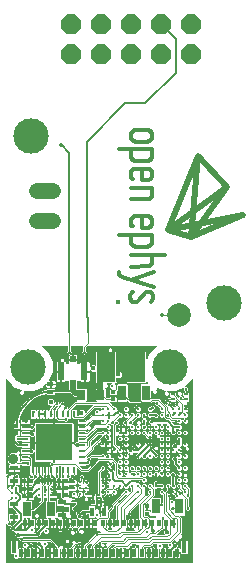
<source format=gtl>
G75*
%MOIN*%
%OFA0B0*%
%FSLAX25Y25*%
%IPPOS*%
%LPD*%
%AMOC8*
5,1,8,0,0,1.08239X$1,22.5*
%
%ADD10R,0.01575X0.01181*%
%ADD11R,0.03150X0.01575*%
%ADD12R,0.01575X0.03150*%
%ADD13R,0.05906X0.09843*%
%ADD14R,0.00394X0.00394*%
%ADD15C,0.00394*%
%ADD16C,0.00200*%
%ADD17R,0.12205X0.12205*%
%ADD18R,0.00984X0.02362*%
%ADD19R,0.02362X0.00984*%
%ADD20R,0.01969X0.02756*%
%ADD21R,0.02362X0.05906*%
%ADD22R,0.01969X0.02362*%
%ADD23R,0.02362X0.01378*%
%ADD24C,0.00984*%
%ADD25R,0.01378X0.00787*%
%ADD26R,0.01181X0.02559*%
%ADD27R,0.01181X0.02362*%
%ADD28R,0.01575X0.03937*%
%ADD29OC8,0.06600*%
%ADD30C,0.03543*%
%ADD31C,0.05400*%
%ADD32C,0.07874*%
%ADD33C,0.02165*%
%ADD34C,0.01417*%
%ADD35R,0.02756X0.05118*%
%ADD36R,0.01181X0.01575*%
%ADD37R,0.02756X0.03543*%
%ADD38C,0.01200*%
%ADD39C,0.01102*%
%ADD40C,0.00594*%
%ADD41C,0.00787*%
%ADD42C,0.11811*%
%ADD43C,0.00354*%
%ADD44C,0.00300*%
%ADD45C,0.00394*%
%ADD46C,0.01654*%
%ADD47C,0.00591*%
%ADD48C,0.00800*%
%ADD49C,0.01969*%
D10*
X0170441Y0097410D03*
X0170441Y0099772D03*
X0202607Y0108630D03*
X0202607Y0110993D03*
X0213945Y0072804D03*
X0213945Y0070441D03*
D11*
X0185756Y0070113D03*
X0185756Y0074313D03*
X0169575Y0073565D03*
X0169575Y0069365D03*
X0169654Y0081333D03*
X0169654Y0085533D03*
D12*
X0195507Y0071111D03*
X0199707Y0071111D03*
D13*
X0200166Y0119260D03*
X0210402Y0119260D03*
D14*
G36*
X0190636Y0072213D02*
X0190914Y0072491D01*
X0191192Y0072213D01*
X0190914Y0071935D01*
X0190636Y0072213D01*
G37*
D15*
X0189221Y0073512D03*
X0189221Y0070914D03*
X0192607Y0070914D03*
X0192607Y0073512D03*
D16*
X0192342Y0073186D02*
X0193414Y0073186D01*
X0193414Y0072988D02*
X0192540Y0072988D01*
X0192548Y0072981D02*
X0193414Y0072981D01*
X0193414Y0074004D01*
X0191800Y0074004D01*
X0191800Y0073729D01*
X0192548Y0072981D01*
X0192143Y0073385D02*
X0193414Y0073385D01*
X0193414Y0073583D02*
X0191945Y0073583D01*
X0191800Y0073782D02*
X0193414Y0073782D01*
X0193414Y0073980D02*
X0191800Y0073980D01*
X0191317Y0073385D02*
X0190510Y0073385D01*
X0190312Y0073186D02*
X0191516Y0073186D01*
X0191714Y0072988D02*
X0190113Y0072988D01*
X0189915Y0072789D02*
X0191913Y0072789D01*
X0192111Y0072591D02*
X0189716Y0072591D01*
X0189518Y0072392D02*
X0192310Y0072392D01*
X0192489Y0072213D02*
X0190914Y0070638D01*
X0189339Y0072213D01*
X0190914Y0073788D01*
X0192489Y0072213D01*
X0192470Y0072194D02*
X0189358Y0072194D01*
X0189556Y0071995D02*
X0192271Y0071995D01*
X0192073Y0071797D02*
X0189755Y0071797D01*
X0189953Y0071598D02*
X0191874Y0071598D01*
X0191676Y0071400D02*
X0190152Y0071400D01*
X0190350Y0071201D02*
X0191477Y0071201D01*
X0191279Y0071003D02*
X0190549Y0071003D01*
X0190747Y0070804D02*
X0191080Y0070804D01*
X0191194Y0070123D02*
X0191347Y0070148D01*
X0191499Y0070123D01*
X0191637Y0070053D01*
X0191746Y0069944D01*
X0191816Y0069806D01*
X0191841Y0069654D01*
X0191816Y0069501D01*
X0191746Y0069364D01*
X0191637Y0069255D01*
X0191499Y0069184D01*
X0191347Y0069160D01*
X0191194Y0069184D01*
X0191057Y0069255D01*
X0190947Y0069364D01*
X0190877Y0069501D01*
X0190853Y0069654D01*
X0190877Y0069806D01*
X0190947Y0069944D01*
X0191057Y0070053D01*
X0191194Y0070123D01*
X0191014Y0070010D02*
X0191680Y0070010D01*
X0191814Y0069812D02*
X0190880Y0069812D01*
X0190860Y0069613D02*
X0191834Y0069613D01*
X0191772Y0069415D02*
X0190921Y0069415D01*
X0191132Y0069216D02*
X0191562Y0069216D01*
X0191800Y0070422D02*
X0191800Y0070697D01*
X0192548Y0071445D01*
X0193414Y0071445D01*
X0193414Y0070422D01*
X0191800Y0070422D01*
X0191800Y0070606D02*
X0193414Y0070606D01*
X0193414Y0070804D02*
X0191907Y0070804D01*
X0192105Y0071003D02*
X0193414Y0071003D01*
X0193414Y0071201D02*
X0192304Y0071201D01*
X0192502Y0071400D02*
X0193414Y0071400D01*
X0191119Y0073583D02*
X0190709Y0073583D01*
X0190907Y0073782D02*
X0190920Y0073782D01*
X0190028Y0073782D02*
X0188414Y0073782D01*
X0188414Y0073980D02*
X0190028Y0073980D01*
X0190028Y0074004D02*
X0190028Y0073729D01*
X0189280Y0072981D01*
X0188414Y0072981D01*
X0188414Y0074004D01*
X0190028Y0074004D01*
X0189883Y0073583D02*
X0188414Y0073583D01*
X0188414Y0073385D02*
X0189684Y0073385D01*
X0189486Y0073186D02*
X0188414Y0073186D01*
X0188414Y0072988D02*
X0189287Y0072988D01*
X0189280Y0071445D02*
X0188414Y0071445D01*
X0188414Y0070422D01*
X0190028Y0070422D01*
X0190028Y0070697D01*
X0189280Y0071445D01*
X0189325Y0071400D02*
X0188414Y0071400D01*
X0188414Y0071201D02*
X0189524Y0071201D01*
X0189722Y0071003D02*
X0188414Y0071003D01*
X0188414Y0070804D02*
X0189921Y0070804D01*
X0190028Y0070606D02*
X0188414Y0070606D01*
X0187523Y0066966D02*
X0187661Y0066896D01*
X0187770Y0066787D01*
X0187840Y0066649D01*
X0187864Y0066496D01*
X0187840Y0066344D01*
X0187770Y0066206D01*
X0187661Y0066097D01*
X0187523Y0066027D01*
X0187370Y0066003D01*
X0187218Y0066027D01*
X0187080Y0066097D01*
X0186971Y0066206D01*
X0186901Y0066344D01*
X0186877Y0066496D01*
X0186901Y0066649D01*
X0186971Y0066787D01*
X0187080Y0066896D01*
X0187218Y0066966D01*
X0187370Y0066990D01*
X0187523Y0066966D01*
X0187722Y0066834D02*
X0187018Y0066834D01*
X0186899Y0066636D02*
X0187842Y0066636D01*
X0187855Y0066437D02*
X0186886Y0066437D01*
X0186955Y0066239D02*
X0187786Y0066239D01*
X0187549Y0066040D02*
X0187192Y0066040D01*
X0188088Y0065514D02*
X0188167Y0065580D01*
X0188264Y0065616D01*
X0188367Y0065616D01*
X0188464Y0065580D01*
X0188543Y0065514D01*
X0188594Y0065425D01*
X0188612Y0065323D01*
X0188594Y0065222D01*
X0188543Y0065132D01*
X0188464Y0065066D01*
X0188367Y0065031D01*
X0188264Y0065031D01*
X0188167Y0065066D01*
X0188088Y0065132D01*
X0188036Y0065222D01*
X0188019Y0065323D01*
X0188036Y0065425D01*
X0188088Y0065514D01*
X0188048Y0065444D02*
X0188583Y0065444D01*
X0188599Y0065246D02*
X0188032Y0065246D01*
X0188218Y0065047D02*
X0188412Y0065047D01*
X0190545Y0064499D02*
X0190597Y0064588D01*
X0190676Y0064654D01*
X0190773Y0064690D01*
X0190876Y0064690D01*
X0190973Y0064654D01*
X0191052Y0064588D01*
X0191103Y0064499D01*
X0191121Y0064397D01*
X0191103Y0064296D01*
X0191052Y0064206D01*
X0190973Y0064140D01*
X0190876Y0064105D01*
X0190773Y0064105D01*
X0190676Y0064140D01*
X0190597Y0064206D01*
X0190545Y0064296D01*
X0190527Y0064397D01*
X0190545Y0064499D01*
X0190537Y0064452D02*
X0191111Y0064452D01*
X0191079Y0064253D02*
X0190570Y0064253D01*
X0190671Y0064650D02*
X0190977Y0064650D01*
X0196916Y0063552D02*
X0196934Y0063653D01*
X0196986Y0063742D01*
X0197065Y0063809D01*
X0197161Y0063844D01*
X0197265Y0063844D01*
X0197361Y0063809D01*
X0197440Y0063742D01*
X0197492Y0063653D01*
X0197510Y0063552D01*
X0197492Y0063450D01*
X0197440Y0063361D01*
X0197361Y0063295D01*
X0197265Y0063259D01*
X0197161Y0063259D01*
X0197065Y0063295D01*
X0196986Y0063361D01*
X0196934Y0063450D01*
X0196916Y0063552D01*
X0196934Y0063653D01*
X0196986Y0063742D01*
X0197065Y0063809D01*
X0197161Y0063844D01*
X0197265Y0063844D01*
X0197361Y0063809D01*
X0197440Y0063742D01*
X0197492Y0063653D01*
X0197510Y0063552D01*
X0197492Y0063450D01*
X0197440Y0063361D01*
X0197361Y0063295D01*
X0197265Y0063259D01*
X0197161Y0063259D01*
X0197065Y0063295D01*
X0196986Y0063361D01*
X0196934Y0063450D01*
X0196916Y0063552D01*
X0196932Y0063459D02*
X0197494Y0063459D01*
X0196932Y0063459D01*
X0196937Y0063658D02*
X0197489Y0063658D01*
X0196937Y0063658D01*
X0197157Y0063261D02*
X0197269Y0063261D01*
X0197157Y0063261D01*
X0197932Y0060953D02*
X0198029Y0060988D01*
X0198132Y0060988D01*
X0198229Y0060953D01*
X0198308Y0060886D01*
X0198360Y0060797D01*
X0198378Y0060696D01*
X0198360Y0060594D01*
X0198308Y0060505D01*
X0198229Y0060439D01*
X0198132Y0060403D01*
X0198029Y0060403D01*
X0197932Y0060439D01*
X0197853Y0060505D01*
X0197802Y0060594D01*
X0197784Y0060696D01*
X0197802Y0060797D01*
X0197853Y0060886D01*
X0197932Y0060953D01*
X0197849Y0060879D02*
X0198313Y0060879D01*
X0198375Y0060680D02*
X0197787Y0060680D01*
X0197881Y0060482D02*
X0198280Y0060482D01*
X0191604Y0060402D02*
X0191586Y0060300D01*
X0191535Y0060211D01*
X0191456Y0060145D01*
X0191359Y0060110D01*
X0191256Y0060110D01*
X0191159Y0060145D01*
X0191080Y0060211D01*
X0191029Y0060300D01*
X0191011Y0060402D01*
X0191029Y0060503D01*
X0191080Y0060593D01*
X0191159Y0060659D01*
X0191256Y0060694D01*
X0191359Y0060694D01*
X0191456Y0060659D01*
X0191535Y0060593D01*
X0191586Y0060503D01*
X0191604Y0060402D01*
X0191590Y0060482D02*
X0191025Y0060482D01*
X0191039Y0060283D02*
X0191576Y0060283D01*
X0191398Y0060680D02*
X0191217Y0060680D01*
X0185236Y0064936D02*
X0185157Y0064869D01*
X0185060Y0064834D01*
X0184957Y0064834D01*
X0184860Y0064869D01*
X0184781Y0064936D01*
X0184729Y0065025D01*
X0184711Y0065126D01*
X0184729Y0065228D01*
X0184781Y0065317D01*
X0184860Y0065383D01*
X0184957Y0065419D01*
X0185060Y0065419D01*
X0185157Y0065383D01*
X0185236Y0065317D01*
X0185287Y0065228D01*
X0185305Y0065126D01*
X0185287Y0065025D01*
X0185236Y0064936D01*
X0185291Y0065047D02*
X0184725Y0065047D01*
X0184740Y0065246D02*
X0185277Y0065246D01*
X0185101Y0064849D02*
X0184916Y0064849D01*
X0178022Y0063945D02*
X0177997Y0063793D01*
X0177927Y0063655D01*
X0177818Y0063546D01*
X0177681Y0063476D01*
X0177528Y0063452D01*
X0177375Y0063476D01*
X0177238Y0063546D01*
X0177129Y0063655D01*
X0177058Y0063793D01*
X0177034Y0063945D01*
X0177058Y0064098D01*
X0177129Y0064235D01*
X0177238Y0064345D01*
X0177375Y0064415D01*
X0177528Y0064439D01*
X0177681Y0064415D01*
X0177818Y0064345D01*
X0177927Y0064235D01*
X0177997Y0064098D01*
X0178022Y0063945D01*
X0177997Y0063793D01*
X0177927Y0063655D01*
X0177818Y0063546D01*
X0177681Y0063476D01*
X0177528Y0063452D01*
X0177375Y0063476D01*
X0177238Y0063546D01*
X0177129Y0063655D01*
X0177058Y0063793D01*
X0177034Y0063945D01*
X0177058Y0064098D01*
X0177129Y0064235D01*
X0177238Y0064345D01*
X0177375Y0064415D01*
X0177528Y0064439D01*
X0177681Y0064415D01*
X0177818Y0064345D01*
X0177927Y0064235D01*
X0177997Y0064098D01*
X0178022Y0063945D01*
X0178008Y0063856D02*
X0177048Y0063856D01*
X0178008Y0063856D01*
X0178004Y0064055D02*
X0177052Y0064055D01*
X0178004Y0064055D01*
X0177909Y0064253D02*
X0177146Y0064253D01*
X0177909Y0064253D01*
X0177929Y0063658D02*
X0177127Y0063658D01*
X0177929Y0063658D01*
X0177577Y0063459D02*
X0177479Y0063459D01*
X0177577Y0063459D01*
X0177922Y0060896D02*
X0178074Y0060872D01*
X0178212Y0060801D01*
X0178321Y0060692D01*
X0178391Y0060555D01*
X0178415Y0060402D01*
X0178391Y0060249D01*
X0178321Y0060112D01*
X0178212Y0060003D01*
X0178074Y0059932D01*
X0177922Y0059908D01*
X0177769Y0059932D01*
X0177631Y0060003D01*
X0177522Y0060112D01*
X0177452Y0060249D01*
X0177428Y0060402D01*
X0177452Y0060555D01*
X0177522Y0060692D01*
X0177631Y0060801D01*
X0177769Y0060872D01*
X0177922Y0060896D01*
X0177815Y0060879D02*
X0178029Y0060879D01*
X0178327Y0060680D02*
X0177516Y0060680D01*
X0177441Y0060482D02*
X0178403Y0060482D01*
X0178397Y0060283D02*
X0177447Y0060283D01*
X0177549Y0060085D02*
X0178294Y0060085D01*
X0175567Y0059837D02*
X0175543Y0059685D01*
X0175473Y0059547D01*
X0175364Y0059438D01*
X0175226Y0059368D01*
X0175074Y0059344D01*
X0174921Y0059368D01*
X0174783Y0059438D01*
X0174674Y0059547D01*
X0174604Y0059685D01*
X0174580Y0059837D01*
X0174604Y0059990D01*
X0174674Y0060128D01*
X0174783Y0060237D01*
X0174921Y0060307D01*
X0175074Y0060331D01*
X0175226Y0060307D01*
X0175364Y0060237D01*
X0175473Y0060128D01*
X0175543Y0059990D01*
X0175567Y0059837D01*
X0175560Y0059886D02*
X0174588Y0059886D01*
X0174604Y0059688D02*
X0175544Y0059688D01*
X0175415Y0059489D02*
X0174732Y0059489D01*
X0174652Y0060085D02*
X0175495Y0060085D01*
X0175273Y0060283D02*
X0174874Y0060283D01*
X0172236Y0061832D02*
X0172157Y0061766D01*
X0172061Y0061731D01*
X0171958Y0061731D01*
X0171861Y0061766D01*
X0171782Y0061832D01*
X0171730Y0061922D01*
X0171712Y0062023D01*
X0171730Y0062125D01*
X0171782Y0062214D01*
X0171861Y0062280D01*
X0171958Y0062316D01*
X0172061Y0062316D01*
X0172157Y0062280D01*
X0172236Y0062214D01*
X0172288Y0062125D01*
X0172306Y0062023D01*
X0172288Y0061922D01*
X0172236Y0061832D01*
X0172259Y0061871D02*
X0171759Y0061871D01*
X0171720Y0062070D02*
X0172298Y0062070D01*
X0172172Y0062268D02*
X0171846Y0062268D01*
X0171141Y0062972D02*
X0171004Y0062901D01*
X0170851Y0062877D01*
X0170699Y0062901D01*
X0170561Y0062972D01*
X0170452Y0063081D01*
X0170382Y0063218D01*
X0170358Y0063371D01*
X0170382Y0063524D01*
X0170452Y0063661D01*
X0170561Y0063770D01*
X0170699Y0063841D01*
X0170851Y0063865D01*
X0171004Y0063841D01*
X0171141Y0063770D01*
X0171251Y0063661D01*
X0171321Y0063524D01*
X0171345Y0063371D01*
X0171321Y0063218D01*
X0171251Y0063081D01*
X0171141Y0062972D01*
X0171232Y0063062D02*
X0170470Y0063062D01*
X0170375Y0063261D02*
X0171328Y0063261D01*
X0171331Y0063459D02*
X0170372Y0063459D01*
X0170450Y0063658D02*
X0171252Y0063658D01*
X0170904Y0063856D02*
X0170799Y0063856D01*
X0169472Y0065318D02*
X0169334Y0065247D01*
X0169181Y0065223D01*
X0169029Y0065247D01*
X0168891Y0065318D01*
X0168782Y0065427D01*
X0168712Y0065564D01*
X0168688Y0065717D01*
X0168712Y0065869D01*
X0168782Y0066007D01*
X0168891Y0066116D01*
X0169029Y0066186D01*
X0169181Y0066211D01*
X0169334Y0066186D01*
X0169472Y0066116D01*
X0169581Y0066007D01*
X0169651Y0065869D01*
X0169675Y0065717D01*
X0169651Y0065564D01*
X0169581Y0065427D01*
X0169472Y0065318D01*
X0169334Y0065247D01*
X0169181Y0065223D01*
X0169029Y0065247D01*
X0168891Y0065318D01*
X0168782Y0065427D01*
X0168712Y0065564D01*
X0168688Y0065717D01*
X0168712Y0065869D01*
X0168782Y0066007D01*
X0168891Y0066116D01*
X0169029Y0066186D01*
X0169181Y0066211D01*
X0169334Y0066186D01*
X0169472Y0066116D01*
X0169581Y0066007D01*
X0169651Y0065869D01*
X0169675Y0065717D01*
X0169651Y0065564D01*
X0169581Y0065427D01*
X0169472Y0065318D01*
X0169325Y0065246D02*
X0169038Y0065246D01*
X0169325Y0065246D01*
X0169590Y0065444D02*
X0168773Y0065444D01*
X0169590Y0065444D01*
X0169663Y0065643D02*
X0168700Y0065643D01*
X0169663Y0065643D01*
X0169655Y0065841D02*
X0168708Y0065841D01*
X0169655Y0065841D01*
X0169548Y0066040D02*
X0168815Y0066040D01*
X0169548Y0066040D01*
X0168195Y0066920D02*
X0168116Y0066854D01*
X0168019Y0066819D01*
X0167916Y0066819D01*
X0167819Y0066854D01*
X0167740Y0066920D01*
X0167688Y0067010D01*
X0167671Y0067111D01*
X0167688Y0067213D01*
X0167740Y0067302D01*
X0167819Y0067368D01*
X0167916Y0067404D01*
X0168019Y0067404D01*
X0168116Y0067368D01*
X0168195Y0067302D01*
X0168246Y0067213D01*
X0168264Y0067111D01*
X0168246Y0067010D01*
X0168195Y0066920D01*
X0168250Y0067033D02*
X0167684Y0067033D01*
X0167699Y0067231D02*
X0168236Y0067231D01*
X0168061Y0066834D02*
X0167874Y0066834D01*
X0184215Y0075663D02*
X0184145Y0075801D01*
X0184121Y0075953D01*
X0184145Y0076106D01*
X0184215Y0076243D01*
X0184324Y0076353D01*
X0184462Y0076423D01*
X0184615Y0076447D01*
X0184767Y0076423D01*
X0184905Y0076353D01*
X0185014Y0076243D01*
X0185084Y0076106D01*
X0185108Y0075953D01*
X0185084Y0075801D01*
X0185014Y0075663D01*
X0184905Y0075554D01*
X0184767Y0075484D01*
X0184615Y0075459D01*
X0184462Y0075484D01*
X0184324Y0075554D01*
X0184215Y0075663D01*
X0184145Y0075801D01*
X0184121Y0075953D01*
X0184145Y0076106D01*
X0184215Y0076243D01*
X0184324Y0076353D01*
X0184462Y0076423D01*
X0184615Y0076447D01*
X0184767Y0076423D01*
X0184905Y0076353D01*
X0185014Y0076243D01*
X0185084Y0076106D01*
X0185108Y0075953D01*
X0185084Y0075801D01*
X0185014Y0075663D01*
X0184905Y0075554D01*
X0184767Y0075484D01*
X0184615Y0075459D01*
X0184462Y0075484D01*
X0184324Y0075554D01*
X0184215Y0075663D01*
X0184162Y0075767D02*
X0185067Y0075767D01*
X0184162Y0075767D01*
X0184123Y0075966D02*
X0185106Y0075966D01*
X0184123Y0075966D01*
X0184175Y0076164D02*
X0185054Y0076164D01*
X0184175Y0076164D01*
X0184344Y0076363D02*
X0184885Y0076363D01*
X0184344Y0076363D01*
X0184310Y0075569D02*
X0184920Y0075569D01*
X0184310Y0075569D01*
X0189042Y0075796D02*
X0189060Y0075897D01*
X0189112Y0075986D01*
X0189191Y0076053D01*
X0189287Y0076088D01*
X0189320Y0076088D01*
X0189363Y0076045D01*
X0189496Y0076045D01*
X0189566Y0075986D01*
X0189618Y0075897D01*
X0189636Y0075796D01*
X0189618Y0075694D01*
X0189566Y0075605D01*
X0189487Y0075539D01*
X0189391Y0075503D01*
X0189287Y0075503D01*
X0189191Y0075539D01*
X0189112Y0075605D01*
X0189060Y0075694D01*
X0189042Y0075796D01*
X0189047Y0075767D02*
X0189631Y0075767D01*
X0189578Y0075966D02*
X0189100Y0075966D01*
X0189155Y0075569D02*
X0189523Y0075569D01*
X0193679Y0080657D02*
X0193600Y0080723D01*
X0193548Y0080812D01*
X0193530Y0080914D01*
X0193548Y0081015D01*
X0193600Y0081105D01*
X0193679Y0081171D01*
X0193776Y0081206D01*
X0193879Y0081206D01*
X0193976Y0081171D01*
X0194055Y0081105D01*
X0194106Y0081015D01*
X0194124Y0080914D01*
X0194106Y0080812D01*
X0194055Y0080723D01*
X0193976Y0080657D01*
X0193879Y0080621D01*
X0193776Y0080621D01*
X0193679Y0080657D01*
X0193596Y0080730D02*
X0194059Y0080730D01*
X0194121Y0080928D02*
X0193533Y0080928D01*
X0193626Y0081127D02*
X0194028Y0081127D01*
X0192322Y0082495D02*
X0192243Y0082428D01*
X0192146Y0082393D01*
X0192043Y0082393D01*
X0191946Y0082428D01*
X0191867Y0082495D01*
X0191816Y0082584D01*
X0191798Y0082685D01*
X0191816Y0082787D01*
X0191867Y0082876D01*
X0191946Y0082943D01*
X0192043Y0082978D01*
X0192146Y0082978D01*
X0192243Y0082943D01*
X0192322Y0082876D01*
X0192374Y0082787D01*
X0192392Y0082685D01*
X0192374Y0082584D01*
X0192322Y0082495D01*
X0192335Y0082516D02*
X0191855Y0082516D01*
X0191803Y0082715D02*
X0192387Y0082715D01*
X0192278Y0082913D02*
X0191912Y0082913D01*
X0189242Y0082889D02*
X0189224Y0082788D01*
X0189173Y0082699D01*
X0189094Y0082632D01*
X0188997Y0082597D01*
X0188894Y0082597D01*
X0188797Y0082632D01*
X0188718Y0082699D01*
X0188666Y0082788D01*
X0188648Y0082889D01*
X0188666Y0082991D01*
X0188718Y0083080D01*
X0188797Y0083146D01*
X0188894Y0083182D01*
X0188997Y0083182D01*
X0189094Y0083146D01*
X0189173Y0083080D01*
X0189224Y0082991D01*
X0189242Y0082889D01*
X0189238Y0082913D02*
X0188653Y0082913D01*
X0188708Y0082715D02*
X0189182Y0082715D01*
X0189135Y0083112D02*
X0188756Y0083112D01*
X0187864Y0082922D02*
X0187846Y0082820D01*
X0187795Y0082731D01*
X0187716Y0082665D01*
X0187619Y0082629D01*
X0187516Y0082629D01*
X0187419Y0082665D01*
X0187340Y0082731D01*
X0187288Y0082820D01*
X0187270Y0082922D01*
X0187288Y0083023D01*
X0187340Y0083112D01*
X0187795Y0083112D01*
X0187846Y0083023D01*
X0187864Y0082922D01*
X0187863Y0082913D02*
X0187272Y0082913D01*
X0187340Y0083112D02*
X0187419Y0083179D01*
X0187516Y0083214D01*
X0187619Y0083214D01*
X0187716Y0083179D01*
X0187795Y0083112D01*
X0187776Y0082715D02*
X0187359Y0082715D01*
X0186093Y0082843D02*
X0186075Y0082741D01*
X0186023Y0082652D01*
X0185944Y0082586D01*
X0185847Y0082551D01*
X0185744Y0082551D01*
X0185647Y0082586D01*
X0185568Y0082652D01*
X0185517Y0082741D01*
X0185499Y0082843D01*
X0185517Y0082944D01*
X0185568Y0083034D01*
X0185647Y0083100D01*
X0185744Y0083135D01*
X0185847Y0083135D01*
X0185944Y0083100D01*
X0186023Y0083034D01*
X0186075Y0082944D01*
X0186093Y0082843D01*
X0186080Y0082913D02*
X0185511Y0082913D01*
X0185532Y0082715D02*
X0186059Y0082715D01*
X0185911Y0083112D02*
X0185680Y0083112D01*
X0184124Y0082961D02*
X0184106Y0082859D01*
X0184055Y0082770D01*
X0183976Y0082704D01*
X0183879Y0082669D01*
X0183776Y0082669D01*
X0183679Y0082704D01*
X0183600Y0082770D01*
X0183548Y0082859D01*
X0183530Y0082961D01*
X0183548Y0083063D01*
X0183600Y0083152D01*
X0183679Y0083218D01*
X0183776Y0083253D01*
X0183879Y0083253D01*
X0183976Y0083218D01*
X0184055Y0083152D01*
X0184106Y0083063D01*
X0184124Y0082961D01*
X0184116Y0082913D02*
X0183539Y0082913D01*
X0183577Y0083112D02*
X0184078Y0083112D01*
X0183989Y0082715D02*
X0183666Y0082715D01*
X0182549Y0082843D02*
X0182531Y0082741D01*
X0182480Y0082652D01*
X0182401Y0082586D01*
X0182304Y0082551D01*
X0182201Y0082551D01*
X0182104Y0082586D01*
X0182025Y0082652D01*
X0181973Y0082741D01*
X0181956Y0082843D01*
X0181973Y0082944D01*
X0182025Y0083034D01*
X0182104Y0083100D01*
X0182201Y0083135D01*
X0182304Y0083135D01*
X0182401Y0083100D01*
X0182480Y0083034D01*
X0182531Y0082944D01*
X0182549Y0082843D01*
X0182537Y0082913D02*
X0181968Y0082913D01*
X0181989Y0082715D02*
X0182516Y0082715D01*
X0182368Y0083112D02*
X0182137Y0083112D01*
X0180187Y0083000D02*
X0180169Y0082899D01*
X0180118Y0082810D01*
X0180039Y0082743D01*
X0179942Y0082708D01*
X0179839Y0082708D01*
X0179742Y0082743D01*
X0179663Y0082810D01*
X0179611Y0082899D01*
X0179593Y0083000D01*
X0179611Y0083102D01*
X0179663Y0083191D01*
X0179742Y0083257D01*
X0179839Y0083293D01*
X0179942Y0083293D01*
X0180039Y0083257D01*
X0180118Y0083191D01*
X0180169Y0083102D01*
X0180187Y0083000D01*
X0180172Y0082913D02*
X0179609Y0082913D01*
X0179617Y0083112D02*
X0180163Y0083112D01*
X0179961Y0082715D02*
X0179820Y0082715D01*
X0178612Y0082892D02*
X0178594Y0082790D01*
X0178543Y0082701D01*
X0178464Y0082635D01*
X0178367Y0082599D01*
X0178264Y0082599D01*
X0178167Y0082635D01*
X0178088Y0082701D01*
X0178036Y0082790D01*
X0178019Y0082892D01*
X0178036Y0082993D01*
X0178088Y0083083D01*
X0178167Y0083149D01*
X0178264Y0083184D01*
X0178367Y0083184D01*
X0178464Y0083149D01*
X0178543Y0083083D01*
X0178594Y0082993D01*
X0178612Y0082892D01*
X0178608Y0082913D02*
X0178022Y0082913D01*
X0178080Y0082715D02*
X0178551Y0082715D01*
X0178508Y0083112D02*
X0178123Y0083112D01*
X0177025Y0082913D02*
X0176456Y0082913D01*
X0177025Y0082913D01*
X0177020Y0082944D02*
X0177037Y0082843D01*
X0177020Y0082741D01*
X0176968Y0082652D01*
X0176889Y0082586D01*
X0176792Y0082551D01*
X0176689Y0082551D01*
X0176592Y0082586D01*
X0176513Y0082652D01*
X0176462Y0082741D01*
X0176444Y0082843D01*
X0176462Y0082944D01*
X0176513Y0083034D01*
X0176592Y0083100D01*
X0176689Y0083135D01*
X0176792Y0083135D01*
X0176889Y0083100D01*
X0176968Y0083034D01*
X0177020Y0082944D01*
X0177037Y0082843D01*
X0177020Y0082741D01*
X0176968Y0082652D01*
X0176889Y0082586D01*
X0176792Y0082551D01*
X0176689Y0082551D01*
X0176592Y0082586D01*
X0176513Y0082652D01*
X0176462Y0082741D01*
X0176444Y0082843D01*
X0176462Y0082944D01*
X0176513Y0083034D01*
X0176592Y0083100D01*
X0176689Y0083135D01*
X0176792Y0083135D01*
X0176889Y0083100D01*
X0176968Y0083034D01*
X0177020Y0082944D01*
X0177004Y0082715D02*
X0176477Y0082715D01*
X0177004Y0082715D01*
X0176856Y0083112D02*
X0176625Y0083112D01*
X0176856Y0083112D01*
X0175566Y0082913D02*
X0175002Y0082913D01*
X0175005Y0082932D02*
X0175056Y0083021D01*
X0175135Y0083087D01*
X0175232Y0083123D01*
X0175335Y0083123D01*
X0175432Y0083087D01*
X0175511Y0083021D01*
X0175563Y0082932D01*
X0175581Y0082830D01*
X0175563Y0082729D01*
X0175511Y0082640D01*
X0175432Y0082573D01*
X0175335Y0082538D01*
X0175232Y0082538D01*
X0175135Y0082573D01*
X0175056Y0082640D01*
X0175005Y0082729D01*
X0174987Y0082830D01*
X0175005Y0082932D01*
X0175013Y0082715D02*
X0175555Y0082715D01*
X0175365Y0083112D02*
X0175203Y0083112D01*
X0170778Y0083000D02*
X0170760Y0082899D01*
X0170708Y0082810D01*
X0170629Y0082743D01*
X0170532Y0082708D01*
X0170429Y0082708D01*
X0170332Y0082743D01*
X0170253Y0082810D01*
X0170202Y0082899D01*
X0170184Y0083000D01*
X0170202Y0083102D01*
X0170253Y0083191D01*
X0170332Y0083257D01*
X0170429Y0083293D01*
X0170532Y0083293D01*
X0170629Y0083257D01*
X0170708Y0083191D01*
X0170760Y0083102D01*
X0170778Y0083000D01*
X0170762Y0082913D02*
X0170199Y0082913D01*
X0170208Y0083112D02*
X0170754Y0083112D01*
X0170551Y0082715D02*
X0170410Y0082715D01*
X0167707Y0082961D02*
X0167689Y0082859D01*
X0167637Y0082770D01*
X0167558Y0082704D01*
X0167461Y0082669D01*
X0167358Y0082669D01*
X0167261Y0082704D01*
X0167182Y0082770D01*
X0167131Y0082859D01*
X0167113Y0082961D01*
X0167131Y0083063D01*
X0167182Y0083152D01*
X0167261Y0083218D01*
X0167358Y0083253D01*
X0167461Y0083253D01*
X0167558Y0083218D01*
X0167637Y0083152D01*
X0167689Y0083063D01*
X0167707Y0082961D01*
X0167698Y0082913D02*
X0167121Y0082913D01*
X0167159Y0083112D02*
X0167660Y0083112D01*
X0167571Y0082715D02*
X0167248Y0082715D01*
X0173915Y0087180D02*
X0173863Y0087269D01*
X0173845Y0087370D01*
X0173863Y0087472D01*
X0173915Y0087561D01*
X0173994Y0087628D01*
X0174091Y0087663D01*
X0174194Y0087663D01*
X0174291Y0087628D01*
X0174370Y0087561D01*
X0174421Y0087472D01*
X0174439Y0087370D01*
X0174421Y0087269D01*
X0174370Y0087180D01*
X0174291Y0087113D01*
X0174194Y0087078D01*
X0174091Y0087078D01*
X0173994Y0087113D01*
X0173915Y0087180D01*
X0173861Y0087281D02*
X0174423Y0087281D01*
X0174417Y0087479D02*
X0173867Y0087479D01*
X0174079Y0087082D02*
X0174205Y0087082D01*
X0175119Y0090877D02*
X0174981Y0090947D01*
X0174872Y0091057D01*
X0174802Y0091194D01*
X0174778Y0091347D01*
X0174802Y0091499D01*
X0174872Y0091637D01*
X0174981Y0091746D01*
X0175119Y0091816D01*
X0175271Y0091841D01*
X0175424Y0091816D01*
X0175561Y0091746D01*
X0175671Y0091637D01*
X0175741Y0091499D01*
X0175765Y0091347D01*
X0175741Y0091194D01*
X0175671Y0091057D01*
X0175561Y0090947D01*
X0175424Y0090877D01*
X0175271Y0090853D01*
X0175119Y0090877D01*
X0175266Y0090854D02*
X0175276Y0090854D01*
X0175666Y0091052D02*
X0174876Y0091052D01*
X0174793Y0091251D02*
X0175750Y0091251D01*
X0175749Y0091449D02*
X0174794Y0091449D01*
X0174883Y0091648D02*
X0175660Y0091648D01*
X0181946Y0087207D02*
X0182025Y0087273D01*
X0182122Y0087308D01*
X0182225Y0087308D01*
X0182322Y0087273D01*
X0182401Y0087207D01*
X0182453Y0087118D01*
X0182470Y0087016D01*
X0182453Y0086915D01*
X0182401Y0086825D01*
X0182322Y0086759D01*
X0182225Y0086724D01*
X0182122Y0086724D01*
X0182025Y0086759D01*
X0181946Y0086825D01*
X0181895Y0086915D01*
X0181877Y0087016D01*
X0181895Y0087118D01*
X0181946Y0087207D01*
X0182046Y0087281D02*
X0182301Y0087281D01*
X0182459Y0087082D02*
X0181888Y0087082D01*
X0181913Y0086884D02*
X0182435Y0086884D01*
X0190173Y0093183D02*
X0190103Y0093320D01*
X0190078Y0093473D01*
X0190103Y0093625D01*
X0190173Y0093763D01*
X0190282Y0093872D01*
X0190419Y0093942D01*
X0190572Y0093967D01*
X0190725Y0093942D01*
X0190862Y0093872D01*
X0190971Y0093763D01*
X0191042Y0093625D01*
X0191066Y0093473D01*
X0191042Y0093320D01*
X0190971Y0093183D01*
X0190862Y0093073D01*
X0190725Y0093003D01*
X0190572Y0092979D01*
X0190419Y0093003D01*
X0190282Y0093073D01*
X0190173Y0093183D01*
X0190145Y0093236D02*
X0190999Y0093236D01*
X0191060Y0093435D02*
X0190084Y0093435D01*
X0190106Y0093633D02*
X0191038Y0093633D01*
X0190903Y0093832D02*
X0190241Y0093832D01*
X0190352Y0093038D02*
X0190792Y0093038D01*
X0197664Y0093709D02*
X0197682Y0093811D01*
X0197734Y0093900D01*
X0197813Y0093966D01*
X0197909Y0094001D01*
X0198013Y0094001D01*
X0198109Y0093966D01*
X0198188Y0093900D01*
X0198240Y0093811D01*
X0198258Y0093709D01*
X0198240Y0093608D01*
X0198188Y0093518D01*
X0198109Y0093452D01*
X0198013Y0093417D01*
X0197909Y0093417D01*
X0197813Y0093452D01*
X0197734Y0093518D01*
X0197682Y0093608D01*
X0197664Y0093709D01*
X0197678Y0093633D02*
X0198244Y0093633D01*
X0198228Y0093832D02*
X0197694Y0093832D01*
X0197860Y0093435D02*
X0198062Y0093435D01*
X0200332Y0096038D02*
X0200280Y0096127D01*
X0200263Y0096229D01*
X0200280Y0096330D01*
X0200332Y0096420D01*
X0200411Y0096486D01*
X0200508Y0096521D01*
X0200611Y0096521D01*
X0200708Y0096486D01*
X0200787Y0096420D01*
X0200838Y0096330D01*
X0200856Y0096229D01*
X0200838Y0096127D01*
X0200787Y0096038D01*
X0200708Y0095972D01*
X0200611Y0095936D01*
X0200508Y0095936D01*
X0200411Y0095972D01*
X0200332Y0096038D01*
X0200359Y0096015D02*
X0200760Y0096015D01*
X0200854Y0096214D02*
X0200265Y0096214D01*
X0200328Y0096412D02*
X0200791Y0096412D01*
X0202773Y0092470D02*
X0202870Y0092505D01*
X0202973Y0092505D01*
X0203070Y0092470D01*
X0203149Y0092404D01*
X0203201Y0092315D01*
X0203219Y0092213D01*
X0203201Y0092111D01*
X0203149Y0092022D01*
X0203070Y0091956D01*
X0202973Y0091921D01*
X0202870Y0091921D01*
X0202773Y0091956D01*
X0202694Y0092022D01*
X0202643Y0092111D01*
X0202625Y0092213D01*
X0202643Y0092315D01*
X0202694Y0092404D01*
X0202773Y0092470D01*
X0202740Y0092442D02*
X0203104Y0092442D01*
X0203213Y0092244D02*
X0202630Y0092244D01*
X0202681Y0092045D02*
X0203162Y0092045D01*
X0200984Y0089727D02*
X0201035Y0089637D01*
X0201053Y0089536D01*
X0201035Y0089434D01*
X0200984Y0089345D01*
X0200905Y0089279D01*
X0200808Y0089243D01*
X0200705Y0089243D01*
X0200608Y0089279D01*
X0200529Y0089345D01*
X0200477Y0089434D01*
X0200459Y0089536D01*
X0200477Y0089637D01*
X0200529Y0089727D01*
X0200608Y0089793D01*
X0200705Y0089828D01*
X0200808Y0089828D01*
X0200905Y0089793D01*
X0200984Y0089727D01*
X0201021Y0089663D02*
X0200492Y0089663D01*
X0200472Y0089464D02*
X0201041Y0089464D01*
X0200869Y0089266D02*
X0200643Y0089266D01*
X0201592Y0087324D02*
X0201689Y0087360D01*
X0201792Y0087360D01*
X0201889Y0087324D01*
X0201968Y0087258D01*
X0202020Y0087169D01*
X0202037Y0087067D01*
X0202020Y0086966D01*
X0201968Y0086877D01*
X0201889Y0086810D01*
X0201792Y0086775D01*
X0201689Y0086775D01*
X0201592Y0086810D01*
X0201513Y0086877D01*
X0201462Y0086966D01*
X0201444Y0087067D01*
X0201462Y0087169D01*
X0201513Y0087258D01*
X0201592Y0087324D01*
X0201540Y0087281D02*
X0201941Y0087281D01*
X0202035Y0087082D02*
X0201446Y0087082D01*
X0201509Y0086884D02*
X0201972Y0086884D01*
X0201792Y0085301D02*
X0201889Y0085265D01*
X0201968Y0085199D01*
X0202020Y0085110D01*
X0202037Y0085008D01*
X0202020Y0084907D01*
X0201968Y0084817D01*
X0201889Y0084751D01*
X0201792Y0084716D01*
X0201689Y0084716D01*
X0201592Y0084751D01*
X0201513Y0084817D01*
X0201462Y0084907D01*
X0201444Y0085008D01*
X0201462Y0085110D01*
X0201513Y0085199D01*
X0201592Y0085265D01*
X0201689Y0085301D01*
X0201792Y0085301D01*
X0201889Y0085265D01*
X0201968Y0085199D01*
X0202020Y0085110D01*
X0202037Y0085008D01*
X0202020Y0084907D01*
X0201968Y0084817D01*
X0201889Y0084751D01*
X0201792Y0084716D01*
X0201689Y0084716D01*
X0201592Y0084751D01*
X0201513Y0084817D01*
X0201462Y0084907D01*
X0201444Y0085008D01*
X0201462Y0085110D01*
X0201513Y0085199D01*
X0201592Y0085265D01*
X0201689Y0085301D01*
X0201792Y0085301D01*
X0201806Y0085296D02*
X0201675Y0085296D01*
X0201806Y0085296D01*
X0202022Y0085097D02*
X0201459Y0085097D01*
X0202022Y0085097D01*
X0202015Y0084899D02*
X0201466Y0084899D01*
X0202015Y0084899D01*
X0201280Y0082033D02*
X0201377Y0081998D01*
X0201456Y0081931D01*
X0201508Y0081842D01*
X0201526Y0081741D01*
X0201508Y0081639D01*
X0201456Y0081550D01*
X0201377Y0081483D01*
X0201280Y0081448D01*
X0201177Y0081448D01*
X0201080Y0081483D01*
X0201001Y0081550D01*
X0200950Y0081639D01*
X0200932Y0081741D01*
X0200950Y0081842D01*
X0201001Y0081931D01*
X0201080Y0081998D01*
X0201177Y0082033D01*
X0201280Y0082033D01*
X0201462Y0081921D02*
X0200995Y0081921D01*
X0200935Y0081722D02*
X0201522Y0081722D01*
X0201425Y0081524D02*
X0201032Y0081524D01*
X0204230Y0079254D02*
X0204309Y0079320D01*
X0204406Y0079356D01*
X0204509Y0079356D01*
X0204606Y0079320D01*
X0204684Y0079254D01*
X0204736Y0079165D01*
X0204754Y0079063D01*
X0204736Y0078962D01*
X0204684Y0078873D01*
X0204606Y0078806D01*
X0204509Y0078771D01*
X0204406Y0078771D01*
X0204309Y0078806D01*
X0204230Y0078873D01*
X0204178Y0078962D01*
X0204160Y0079063D01*
X0204178Y0079165D01*
X0204230Y0079254D01*
X0204174Y0079142D02*
X0204740Y0079142D01*
X0204725Y0078943D02*
X0204189Y0078943D01*
X0204363Y0079340D02*
X0204551Y0079340D01*
X0201929Y0076853D02*
X0201980Y0076763D01*
X0201998Y0076662D01*
X0201980Y0076560D01*
X0201929Y0076471D01*
X0201850Y0076405D01*
X0201753Y0076369D01*
X0201650Y0076369D01*
X0201553Y0076405D01*
X0201474Y0076471D01*
X0201422Y0076560D01*
X0201404Y0076662D01*
X0201422Y0076763D01*
X0201462Y0076833D01*
X0201520Y0076833D01*
X0201636Y0076949D01*
X0201650Y0076954D01*
X0201753Y0076954D01*
X0201850Y0076919D01*
X0201929Y0076853D01*
X0201981Y0076760D02*
X0201422Y0076760D01*
X0201422Y0076561D02*
X0201980Y0076561D01*
X0199439Y0076426D02*
X0199421Y0076324D01*
X0199370Y0076235D01*
X0199291Y0076169D01*
X0199194Y0076133D01*
X0199091Y0076133D01*
X0198994Y0076169D01*
X0198915Y0076235D01*
X0198863Y0076324D01*
X0198845Y0076426D01*
X0198863Y0076527D01*
X0198915Y0076616D01*
X0198994Y0076683D01*
X0199091Y0076718D01*
X0199194Y0076718D01*
X0199291Y0076683D01*
X0199370Y0076616D01*
X0199421Y0076527D01*
X0199439Y0076426D01*
X0199428Y0076363D02*
X0198856Y0076363D01*
X0198883Y0076561D02*
X0199401Y0076561D01*
X0199278Y0076164D02*
X0199006Y0076164D01*
X0198043Y0076674D02*
X0197992Y0076584D01*
X0197913Y0076518D01*
X0197816Y0076483D01*
X0197713Y0076483D01*
X0197616Y0076518D01*
X0197537Y0076584D01*
X0197485Y0076674D01*
X0197467Y0076775D01*
X0197485Y0076877D01*
X0197537Y0076966D01*
X0197616Y0077032D01*
X0197713Y0077067D01*
X0197816Y0077067D01*
X0197913Y0077032D01*
X0197992Y0076966D01*
X0198043Y0076877D01*
X0198061Y0076775D01*
X0198043Y0076674D01*
X0198058Y0076760D02*
X0197470Y0076760D01*
X0197532Y0076958D02*
X0197996Y0076958D01*
X0197964Y0076561D02*
X0197564Y0076561D01*
X0196311Y0076836D02*
X0196259Y0076747D01*
X0196180Y0076680D01*
X0196083Y0076645D01*
X0195980Y0076645D01*
X0195883Y0076680D01*
X0195804Y0076747D01*
X0195753Y0076836D01*
X0195735Y0076937D01*
X0195753Y0077039D01*
X0195804Y0077128D01*
X0195883Y0077194D01*
X0195980Y0077230D01*
X0196083Y0077230D01*
X0196180Y0077194D01*
X0196259Y0077128D01*
X0196311Y0077039D01*
X0196329Y0076937D01*
X0196311Y0076836D01*
X0196259Y0076747D01*
X0196180Y0076680D01*
X0196083Y0076645D01*
X0195980Y0076645D01*
X0195883Y0076680D01*
X0195804Y0076747D01*
X0195753Y0076836D01*
X0195735Y0076937D01*
X0195753Y0077039D01*
X0195804Y0077128D01*
X0195883Y0077194D01*
X0195980Y0077230D01*
X0196083Y0077230D01*
X0196180Y0077194D01*
X0196259Y0077128D01*
X0196311Y0077039D01*
X0196329Y0076937D01*
X0196311Y0076836D01*
X0196267Y0076760D02*
X0195797Y0076760D01*
X0196267Y0076760D01*
X0196325Y0076958D02*
X0195739Y0076958D01*
X0196325Y0076958D01*
X0196225Y0077157D02*
X0195838Y0077157D01*
X0196225Y0077157D01*
X0207683Y0070565D02*
X0207762Y0070631D01*
X0207859Y0070666D01*
X0207962Y0070666D01*
X0208059Y0070631D01*
X0208138Y0070565D01*
X0208189Y0070476D01*
X0208207Y0070374D01*
X0208189Y0070272D01*
X0208138Y0070183D01*
X0208059Y0070117D01*
X0207962Y0070082D01*
X0207859Y0070082D01*
X0207762Y0070117D01*
X0207683Y0070183D01*
X0207631Y0070272D01*
X0207613Y0070374D01*
X0207631Y0070476D01*
X0207683Y0070565D01*
X0207732Y0070606D02*
X0208089Y0070606D01*
X0208201Y0070407D02*
X0207619Y0070407D01*
X0207668Y0070209D02*
X0208152Y0070209D01*
X0213706Y0073056D02*
X0213757Y0072967D01*
X0213836Y0072901D01*
X0213933Y0072866D01*
X0214036Y0072866D01*
X0214133Y0072901D01*
X0214212Y0072967D01*
X0214264Y0073056D01*
X0214281Y0073158D01*
X0214264Y0073259D01*
X0214212Y0073349D01*
X0214133Y0073415D01*
X0214036Y0073450D01*
X0213933Y0073450D01*
X0213836Y0073415D01*
X0213757Y0073349D01*
X0213706Y0073259D01*
X0213688Y0073158D01*
X0213706Y0073056D01*
X0213745Y0072988D02*
X0214224Y0072988D01*
X0214276Y0073186D02*
X0213693Y0073186D01*
X0213800Y0073385D02*
X0214169Y0073385D01*
X0216155Y0069701D02*
X0216252Y0069736D01*
X0216355Y0069736D01*
X0216452Y0069701D01*
X0216531Y0069635D01*
X0216583Y0069545D01*
X0216600Y0069444D01*
X0216583Y0069342D01*
X0216531Y0069253D01*
X0216452Y0069187D01*
X0216355Y0069151D01*
X0216252Y0069151D01*
X0216155Y0069187D01*
X0216076Y0069253D01*
X0216025Y0069342D01*
X0216007Y0069444D01*
X0216025Y0069545D01*
X0216076Y0069635D01*
X0216155Y0069701D01*
X0216064Y0069613D02*
X0216543Y0069613D01*
X0216595Y0069415D02*
X0216012Y0069415D01*
X0216120Y0069216D02*
X0216487Y0069216D01*
X0218857Y0069045D02*
X0218875Y0069146D01*
X0218927Y0069236D01*
X0219006Y0069302D01*
X0219102Y0069337D01*
X0219205Y0069337D01*
X0219302Y0069302D01*
X0219381Y0069236D01*
X0219433Y0069146D01*
X0219451Y0069045D01*
X0219433Y0068943D01*
X0219381Y0068854D01*
X0219302Y0068788D01*
X0219205Y0068753D01*
X0219102Y0068753D01*
X0219006Y0068788D01*
X0218927Y0068854D01*
X0218875Y0068943D01*
X0218857Y0069045D01*
X0218862Y0069018D02*
X0219446Y0069018D01*
X0219393Y0069216D02*
X0218915Y0069216D01*
X0218968Y0068819D02*
X0219340Y0068819D01*
X0220289Y0064887D02*
X0220441Y0064911D01*
X0220594Y0064887D01*
X0220732Y0064817D01*
X0220841Y0064708D01*
X0220911Y0064570D01*
X0220935Y0064418D01*
X0220911Y0064265D01*
X0220841Y0064128D01*
X0220732Y0064018D01*
X0220594Y0063948D01*
X0220441Y0063924D01*
X0220289Y0063948D01*
X0220151Y0064018D01*
X0220042Y0064128D01*
X0219972Y0064265D01*
X0219948Y0064418D01*
X0219972Y0064570D01*
X0220042Y0064708D01*
X0220151Y0064817D01*
X0220289Y0064887D01*
X0220214Y0064849D02*
X0220669Y0064849D01*
X0220870Y0064650D02*
X0220013Y0064650D01*
X0219953Y0064452D02*
X0220930Y0064452D01*
X0220905Y0064253D02*
X0219978Y0064253D01*
X0220115Y0064055D02*
X0220768Y0064055D01*
X0216186Y0064777D02*
X0216116Y0064639D01*
X0216007Y0064530D01*
X0215869Y0064460D01*
X0215717Y0064436D01*
X0215564Y0064460D01*
X0215427Y0064530D01*
X0215318Y0064639D01*
X0215247Y0064777D01*
X0215223Y0064930D01*
X0215247Y0065082D01*
X0215318Y0065220D01*
X0215427Y0065329D01*
X0215564Y0065399D01*
X0215717Y0065423D01*
X0215869Y0065399D01*
X0216007Y0065329D01*
X0216116Y0065220D01*
X0216186Y0065082D01*
X0216211Y0064930D01*
X0216186Y0064777D01*
X0216198Y0064849D02*
X0215236Y0064849D01*
X0215242Y0065047D02*
X0216192Y0065047D01*
X0216090Y0065246D02*
X0215344Y0065246D01*
X0215312Y0064650D02*
X0216122Y0064650D01*
X0215819Y0064452D02*
X0215615Y0064452D01*
X0216391Y0060360D02*
X0216544Y0060384D01*
X0216696Y0060360D01*
X0216834Y0060290D01*
X0216943Y0060180D01*
X0217013Y0060043D01*
X0217037Y0059890D01*
X0217013Y0059738D01*
X0216943Y0059600D01*
X0216834Y0059491D01*
X0216696Y0059421D01*
X0216544Y0059396D01*
X0216391Y0059421D01*
X0216254Y0059491D01*
X0216144Y0059600D01*
X0216074Y0059738D01*
X0216050Y0059890D01*
X0216074Y0060043D01*
X0216144Y0060180D01*
X0216254Y0060290D01*
X0216391Y0060360D01*
X0216247Y0060283D02*
X0216840Y0060283D01*
X0216992Y0060085D02*
X0216096Y0060085D01*
X0216051Y0059886D02*
X0217037Y0059886D01*
X0216988Y0059688D02*
X0216100Y0059688D01*
X0216257Y0059489D02*
X0216831Y0059489D01*
X0210974Y0059654D02*
X0210957Y0059552D01*
X0210905Y0059463D01*
X0210826Y0059397D01*
X0210729Y0059362D01*
X0210626Y0059362D01*
X0210529Y0059397D01*
X0210450Y0059463D01*
X0210399Y0059552D01*
X0210381Y0059654D01*
X0210399Y0059755D01*
X0210450Y0059845D01*
X0210529Y0059911D01*
X0210626Y0059946D01*
X0210729Y0059946D01*
X0210826Y0059911D01*
X0210905Y0059845D01*
X0210957Y0059755D01*
X0210974Y0059654D01*
X0210968Y0059688D02*
X0210387Y0059688D01*
X0210435Y0059489D02*
X0210920Y0059489D01*
X0210856Y0059886D02*
X0210500Y0059886D01*
X0208831Y0059519D02*
X0208848Y0059418D01*
X0208831Y0059316D01*
X0208779Y0059227D01*
X0208700Y0059161D01*
X0208603Y0059125D01*
X0208500Y0059125D01*
X0208403Y0059161D01*
X0208324Y0059227D01*
X0208273Y0059316D01*
X0208255Y0059418D01*
X0208273Y0059519D01*
X0208324Y0059609D01*
X0208403Y0059675D01*
X0208500Y0059710D01*
X0208603Y0059710D01*
X0208700Y0059675D01*
X0208779Y0059609D01*
X0208831Y0059519D01*
X0208836Y0059489D02*
X0208267Y0059489D01*
X0208287Y0059291D02*
X0208816Y0059291D01*
X0208665Y0059688D02*
X0208438Y0059688D01*
X0222692Y0059930D02*
X0222716Y0060082D01*
X0222786Y0060220D01*
X0222895Y0060329D01*
X0223033Y0060399D01*
X0223185Y0060423D01*
X0223338Y0060399D01*
X0223476Y0060329D01*
X0223585Y0060220D01*
X0223655Y0060082D01*
X0223679Y0059930D01*
X0223655Y0059777D01*
X0223585Y0059639D01*
X0223476Y0059530D01*
X0223338Y0059460D01*
X0223185Y0059436D01*
X0223033Y0059460D01*
X0222895Y0059530D01*
X0222786Y0059639D01*
X0222716Y0059777D01*
X0222692Y0059930D01*
X0222699Y0059886D02*
X0223672Y0059886D01*
X0223654Y0060085D02*
X0222717Y0060085D01*
X0222849Y0060283D02*
X0223521Y0060283D01*
X0223609Y0059688D02*
X0222761Y0059688D01*
X0222976Y0059489D02*
X0223395Y0059489D01*
X0222403Y0071921D02*
X0222300Y0071921D01*
X0222203Y0071956D01*
X0222124Y0072022D01*
X0222073Y0072111D01*
X0222055Y0072213D01*
X0222073Y0072315D01*
X0222124Y0072404D01*
X0222203Y0072470D01*
X0222300Y0072505D01*
X0222403Y0072505D01*
X0222500Y0072470D01*
X0222579Y0072404D01*
X0222631Y0072315D01*
X0222648Y0072213D01*
X0222631Y0072111D01*
X0222579Y0072022D01*
X0222500Y0071956D01*
X0222403Y0071921D01*
X0222547Y0071995D02*
X0222156Y0071995D01*
X0222058Y0072194D02*
X0222645Y0072194D01*
X0222586Y0072392D02*
X0222118Y0072392D01*
X0218949Y0073489D02*
X0218897Y0073400D01*
X0218818Y0073334D01*
X0218721Y0073299D01*
X0218618Y0073299D01*
X0218521Y0073334D01*
X0218442Y0073400D01*
X0218391Y0073489D01*
X0218373Y0073591D01*
X0218391Y0073692D01*
X0218442Y0073782D01*
X0218521Y0073848D01*
X0218618Y0073883D01*
X0218721Y0073883D01*
X0218818Y0073848D01*
X0218897Y0073782D01*
X0218443Y0073782D01*
X0218374Y0073583D02*
X0218965Y0073583D01*
X0218967Y0073591D02*
X0218949Y0073489D01*
X0218967Y0073591D02*
X0218949Y0073692D01*
X0218897Y0073782D01*
X0218879Y0073385D02*
X0218460Y0073385D01*
X0221001Y0076228D02*
X0220950Y0076317D01*
X0220932Y0076419D01*
X0220950Y0076520D01*
X0221001Y0076609D01*
X0221080Y0076676D01*
X0221177Y0076711D01*
X0221280Y0076711D01*
X0221377Y0076676D01*
X0221456Y0076609D01*
X0221508Y0076520D01*
X0221526Y0076419D01*
X0221508Y0076317D01*
X0221456Y0076228D01*
X0221377Y0076161D01*
X0221280Y0076126D01*
X0221177Y0076126D01*
X0221080Y0076161D01*
X0221001Y0076228D01*
X0221077Y0076164D02*
X0221380Y0076164D01*
X0221516Y0076363D02*
X0220942Y0076363D01*
X0220973Y0076561D02*
X0221484Y0076561D01*
X0223543Y0076504D02*
X0223561Y0076606D01*
X0223612Y0076695D01*
X0223691Y0076761D01*
X0223788Y0076797D01*
X0223891Y0076797D01*
X0223988Y0076761D01*
X0224067Y0076695D01*
X0224119Y0076606D01*
X0224137Y0076504D01*
X0224119Y0076403D01*
X0224067Y0076314D01*
X0223988Y0076247D01*
X0223891Y0076212D01*
X0223788Y0076212D01*
X0223691Y0076247D01*
X0223612Y0076314D01*
X0223561Y0076403D01*
X0223543Y0076504D01*
X0223553Y0076561D02*
X0224127Y0076561D01*
X0224096Y0076363D02*
X0223584Y0076363D01*
X0223689Y0076760D02*
X0223990Y0076760D01*
X0224702Y0077180D02*
X0224651Y0077269D01*
X0224633Y0077370D01*
X0224651Y0077472D01*
X0224702Y0077561D01*
X0224781Y0077628D01*
X0224878Y0077663D01*
X0224981Y0077663D01*
X0225078Y0077628D01*
X0225157Y0077561D01*
X0225208Y0077472D01*
X0225226Y0077370D01*
X0225208Y0077269D01*
X0225157Y0077180D01*
X0225078Y0077113D01*
X0224981Y0077078D01*
X0224878Y0077078D01*
X0224781Y0077113D01*
X0224702Y0077180D01*
X0224730Y0077157D02*
X0225130Y0077157D01*
X0225224Y0077355D02*
X0224635Y0077355D01*
X0224698Y0077554D02*
X0225161Y0077554D01*
X0227249Y0076645D02*
X0227301Y0076735D01*
X0227380Y0076801D01*
X0227476Y0076836D01*
X0227580Y0076836D01*
X0227676Y0076801D01*
X0227755Y0076735D01*
X0227807Y0076645D01*
X0227825Y0076544D01*
X0227807Y0076442D01*
X0227755Y0076353D01*
X0227676Y0076287D01*
X0227580Y0076251D01*
X0227476Y0076251D01*
X0227380Y0076287D01*
X0227301Y0076353D01*
X0227249Y0076442D01*
X0227231Y0076544D01*
X0227249Y0076645D01*
X0227234Y0076561D02*
X0227822Y0076561D01*
X0227761Y0076363D02*
X0227295Y0076363D01*
X0227330Y0076760D02*
X0227725Y0076760D01*
X0225944Y0080381D02*
X0225847Y0080346D01*
X0225744Y0080346D01*
X0225647Y0080381D01*
X0225568Y0080447D01*
X0225517Y0080537D01*
X0225499Y0080638D01*
X0225517Y0080740D01*
X0225568Y0080829D01*
X0225647Y0080895D01*
X0225744Y0080931D01*
X0225847Y0080931D01*
X0225944Y0080895D01*
X0226023Y0080829D01*
X0226075Y0080740D01*
X0226093Y0080638D01*
X0226075Y0080537D01*
X0226023Y0080447D01*
X0225944Y0080381D01*
X0226072Y0080531D02*
X0225520Y0080531D01*
X0225515Y0080730D02*
X0226076Y0080730D01*
X0225853Y0080928D02*
X0225738Y0080928D01*
X0223082Y0079933D02*
X0223100Y0079831D01*
X0223082Y0079730D01*
X0223031Y0079640D01*
X0222952Y0079574D01*
X0222855Y0079539D01*
X0222752Y0079539D01*
X0222855Y0079539D01*
X0222752Y0079539D02*
X0222655Y0079574D01*
X0222576Y0079640D01*
X0222525Y0079730D01*
X0222507Y0079831D01*
X0222525Y0079933D01*
X0222576Y0080022D01*
X0222655Y0080088D01*
X0222752Y0080123D01*
X0222855Y0080123D01*
X0222952Y0080088D01*
X0223031Y0080022D01*
X0223082Y0079933D01*
X0223081Y0079936D02*
X0222526Y0079936D01*
X0222523Y0079737D02*
X0223084Y0079737D01*
X0222521Y0082979D02*
X0222368Y0083003D01*
X0222231Y0083073D01*
X0222121Y0083183D01*
X0222051Y0083320D01*
X0222027Y0083473D01*
X0222051Y0083625D01*
X0222121Y0083763D01*
X0222231Y0083872D01*
X0222368Y0083942D01*
X0222521Y0083967D01*
X0222673Y0083942D01*
X0222811Y0083872D01*
X0222920Y0083763D01*
X0222990Y0083625D01*
X0223015Y0083473D01*
X0222990Y0083320D01*
X0222920Y0083183D01*
X0222811Y0083073D01*
X0222673Y0083003D01*
X0222521Y0082979D01*
X0222192Y0083112D02*
X0222850Y0083112D01*
X0222985Y0083310D02*
X0222056Y0083310D01*
X0222033Y0083509D02*
X0223009Y0083509D01*
X0222949Y0083708D02*
X0222093Y0083708D01*
X0222297Y0083906D02*
X0222745Y0083906D01*
X0218888Y0084103D02*
X0218870Y0084001D01*
X0218818Y0083912D01*
X0218739Y0083846D01*
X0218642Y0083810D01*
X0218539Y0083810D01*
X0218443Y0083846D01*
X0218364Y0083912D01*
X0218312Y0084001D01*
X0218294Y0084103D01*
X0218312Y0084204D01*
X0218364Y0084294D01*
X0218443Y0084360D01*
X0218539Y0084395D01*
X0218642Y0084395D01*
X0218739Y0084360D01*
X0218818Y0084294D01*
X0218870Y0084204D01*
X0218888Y0084103D01*
X0218887Y0084105D02*
X0218294Y0084105D01*
X0218371Y0083906D02*
X0218811Y0083906D01*
X0218807Y0084303D02*
X0218375Y0084303D01*
X0217125Y0085329D02*
X0217046Y0085263D01*
X0216950Y0085228D01*
X0216846Y0085228D01*
X0216750Y0085263D01*
X0216671Y0085329D01*
X0216619Y0085419D01*
X0216601Y0085520D01*
X0216619Y0085622D01*
X0216671Y0085711D01*
X0216750Y0085777D01*
X0216846Y0085812D01*
X0216950Y0085812D01*
X0217046Y0085777D01*
X0217125Y0085711D01*
X0217177Y0085622D01*
X0217195Y0085520D01*
X0217177Y0085419D01*
X0217125Y0085329D01*
X0217085Y0085296D02*
X0216711Y0085296D01*
X0216606Y0085494D02*
X0217190Y0085494D01*
X0217136Y0085693D02*
X0216660Y0085693D01*
X0215226Y0085520D02*
X0215208Y0085419D01*
X0215157Y0085329D01*
X0215078Y0085263D01*
X0214981Y0085228D01*
X0214878Y0085228D01*
X0214781Y0085263D01*
X0214702Y0085329D01*
X0214651Y0085419D01*
X0214633Y0085520D01*
X0214651Y0085622D01*
X0214702Y0085711D01*
X0214781Y0085777D01*
X0214878Y0085812D01*
X0214981Y0085812D01*
X0215078Y0085777D01*
X0215157Y0085711D01*
X0215208Y0085622D01*
X0215226Y0085520D01*
X0215222Y0085494D02*
X0214637Y0085494D01*
X0214692Y0085693D02*
X0215167Y0085693D01*
X0215117Y0085296D02*
X0214742Y0085296D01*
X0213494Y0085402D02*
X0213476Y0085300D01*
X0213425Y0085211D01*
X0213346Y0085145D01*
X0213249Y0085110D01*
X0213146Y0085110D01*
X0213049Y0085145D01*
X0212970Y0085211D01*
X0212918Y0085300D01*
X0212900Y0085402D01*
X0212918Y0085503D01*
X0212970Y0085593D01*
X0213049Y0085659D01*
X0213146Y0085694D01*
X0213249Y0085694D01*
X0213346Y0085659D01*
X0213425Y0085593D01*
X0213476Y0085503D01*
X0213494Y0085402D01*
X0213478Y0085494D02*
X0212917Y0085494D01*
X0212921Y0085296D02*
X0213473Y0085296D01*
X0213253Y0085693D02*
X0213141Y0085693D01*
X0211289Y0085493D02*
X0211271Y0085391D01*
X0211220Y0085302D01*
X0211141Y0085235D01*
X0211044Y0085200D01*
X0210941Y0085200D01*
X0210844Y0085235D01*
X0210765Y0085302D01*
X0210714Y0085391D01*
X0210696Y0085493D01*
X0210714Y0085594D01*
X0210765Y0085683D01*
X0210844Y0085750D01*
X0210941Y0085785D01*
X0211044Y0085785D01*
X0211141Y0085750D01*
X0211220Y0085683D01*
X0211271Y0085594D01*
X0211289Y0085493D01*
X0211289Y0085494D02*
X0210696Y0085494D01*
X0210772Y0085296D02*
X0211213Y0085296D01*
X0211209Y0085693D02*
X0210776Y0085693D01*
X0209321Y0085520D02*
X0209303Y0085419D01*
X0209251Y0085329D01*
X0209172Y0085263D01*
X0209076Y0085228D01*
X0208972Y0085228D01*
X0208876Y0085263D01*
X0208797Y0085329D01*
X0208745Y0085419D01*
X0208727Y0085520D01*
X0208745Y0085622D01*
X0208797Y0085711D01*
X0208876Y0085777D01*
X0208972Y0085812D01*
X0209076Y0085812D01*
X0209172Y0085777D01*
X0209251Y0085711D01*
X0209303Y0085622D01*
X0209321Y0085520D01*
X0209316Y0085494D02*
X0208732Y0085494D01*
X0208786Y0085693D02*
X0209262Y0085693D01*
X0209211Y0085296D02*
X0208837Y0085296D01*
X0208425Y0084805D02*
X0208476Y0084716D01*
X0208494Y0084615D01*
X0208476Y0084513D01*
X0208425Y0084424D01*
X0208346Y0084357D01*
X0208249Y0084322D01*
X0208146Y0084322D01*
X0208049Y0084357D01*
X0207970Y0084424D01*
X0207918Y0084513D01*
X0207900Y0084615D01*
X0207918Y0084716D01*
X0207970Y0084805D01*
X0208049Y0084872D01*
X0208146Y0084907D01*
X0208249Y0084907D01*
X0208346Y0084872D01*
X0208425Y0084805D01*
X0208479Y0084700D02*
X0207915Y0084700D01*
X0207925Y0084502D02*
X0208470Y0084502D01*
X0208272Y0084899D02*
X0208123Y0084899D01*
X0209190Y0083821D02*
X0209269Y0083887D01*
X0209366Y0083923D01*
X0209469Y0083923D01*
X0209566Y0083887D01*
X0209645Y0083821D01*
X0209697Y0083732D01*
X0209715Y0083630D01*
X0209697Y0083529D01*
X0209645Y0083440D01*
X0209566Y0083373D01*
X0209469Y0083338D01*
X0209366Y0083338D01*
X0209269Y0083373D01*
X0209190Y0083440D01*
X0209139Y0083529D01*
X0209121Y0083630D01*
X0209139Y0083732D01*
X0209190Y0083821D01*
X0209134Y0083708D02*
X0209701Y0083708D01*
X0209685Y0083509D02*
X0209150Y0083509D01*
X0209320Y0083906D02*
X0209515Y0083906D01*
X0210536Y0081472D02*
X0210633Y0081508D01*
X0210736Y0081508D01*
X0210833Y0081472D01*
X0210912Y0081406D01*
X0210964Y0081317D01*
X0210981Y0081215D01*
X0210964Y0081114D01*
X0210912Y0081025D01*
X0210833Y0080958D01*
X0210736Y0080923D01*
X0210633Y0080923D01*
X0210536Y0080958D01*
X0210457Y0081025D01*
X0210406Y0081114D01*
X0210388Y0081215D01*
X0210406Y0081317D01*
X0210457Y0081406D01*
X0210536Y0081472D01*
X0210411Y0081325D02*
X0210959Y0081325D01*
X0210966Y0081127D02*
X0210403Y0081127D01*
X0210618Y0080928D02*
X0210751Y0080928D01*
X0216628Y0080796D02*
X0216646Y0080694D01*
X0216697Y0080605D01*
X0216776Y0080539D01*
X0216873Y0080503D01*
X0216976Y0080503D01*
X0217073Y0080539D01*
X0217152Y0080605D01*
X0217204Y0080694D01*
X0217222Y0080796D01*
X0217204Y0080897D01*
X0217152Y0080986D01*
X0217073Y0081053D01*
X0216976Y0081088D01*
X0216873Y0081088D01*
X0216776Y0081053D01*
X0216697Y0080986D01*
X0216646Y0080897D01*
X0216628Y0080796D01*
X0216640Y0080730D02*
X0217210Y0080730D01*
X0217186Y0080928D02*
X0216664Y0080928D01*
X0216796Y0080531D02*
X0217053Y0080531D01*
X0222868Y0088388D02*
X0222758Y0088498D01*
X0222688Y0088635D01*
X0222664Y0088788D01*
X0222688Y0088940D01*
X0222758Y0089078D01*
X0222868Y0089187D01*
X0223005Y0089257D01*
X0223158Y0089281D01*
X0223310Y0089257D01*
X0223448Y0089187D01*
X0223557Y0089078D01*
X0223627Y0088940D01*
X0223652Y0088788D01*
X0223627Y0088635D01*
X0223557Y0088498D01*
X0223448Y0088388D01*
X0223310Y0088318D01*
X0223158Y0088294D01*
X0223005Y0088318D01*
X0222868Y0088388D01*
X0222784Y0088472D02*
X0223531Y0088472D01*
X0223633Y0088670D02*
X0222683Y0088670D01*
X0222677Y0088869D02*
X0223639Y0088869D01*
X0223563Y0089067D02*
X0222753Y0089067D01*
X0223059Y0089266D02*
X0223257Y0089266D01*
X0223144Y0092585D02*
X0222992Y0092610D01*
X0222854Y0092680D01*
X0222745Y0092789D01*
X0222675Y0092927D01*
X0222651Y0093079D01*
X0222675Y0093232D01*
X0222745Y0093369D01*
X0222854Y0093479D01*
X0222992Y0093549D01*
X0223144Y0093573D01*
X0223297Y0093549D01*
X0223435Y0093479D01*
X0223544Y0093369D01*
X0223614Y0093232D01*
X0223638Y0093079D01*
X0223614Y0092927D01*
X0223544Y0092789D01*
X0223435Y0092680D01*
X0223297Y0092610D01*
X0223144Y0092585D01*
X0222931Y0092641D02*
X0223358Y0092641D01*
X0223569Y0092839D02*
X0222720Y0092839D01*
X0222657Y0093038D02*
X0223632Y0093038D01*
X0223612Y0093236D02*
X0222677Y0093236D01*
X0222810Y0093435D02*
X0223479Y0093435D01*
X0222825Y0097177D02*
X0222672Y0097152D01*
X0222519Y0097177D01*
X0222382Y0097247D01*
X0222273Y0097356D01*
X0222203Y0097494D01*
X0222178Y0097646D01*
X0222203Y0097799D01*
X0222273Y0097936D01*
X0222382Y0098045D01*
X0222519Y0098116D01*
X0222672Y0098140D01*
X0222825Y0098116D01*
X0222962Y0098045D01*
X0223071Y0097936D01*
X0223142Y0097799D01*
X0223166Y0097646D01*
X0223142Y0097494D01*
X0223071Y0097356D01*
X0222962Y0097247D01*
X0222825Y0097177D01*
X0222883Y0097206D02*
X0222461Y0097206D01*
X0222248Y0097405D02*
X0223096Y0097405D01*
X0223159Y0097603D02*
X0222185Y0097603D01*
X0222204Y0097802D02*
X0223140Y0097802D01*
X0223007Y0098000D02*
X0222337Y0098000D01*
X0223431Y0101078D02*
X0223352Y0101145D01*
X0223301Y0101234D01*
X0223283Y0101335D01*
X0223301Y0101437D01*
X0223352Y0101526D01*
X0223431Y0101592D01*
X0223528Y0101628D01*
X0223631Y0101628D01*
X0223728Y0101592D01*
X0223807Y0101526D01*
X0223858Y0101437D01*
X0223876Y0101335D01*
X0223858Y0101234D01*
X0223807Y0101145D01*
X0223728Y0101078D01*
X0223631Y0101043D01*
X0223528Y0101043D01*
X0223431Y0101078D01*
X0223334Y0101177D02*
X0223825Y0101177D01*
X0223869Y0101375D02*
X0223290Y0101375D01*
X0223408Y0101574D02*
X0223750Y0101574D01*
X0225399Y0102052D02*
X0225450Y0101963D01*
X0225529Y0101897D01*
X0225626Y0101862D01*
X0225729Y0101862D01*
X0225826Y0101897D01*
X0225905Y0101963D01*
X0225957Y0102052D01*
X0225974Y0102154D01*
X0225957Y0102255D01*
X0225905Y0102345D01*
X0225826Y0102411D01*
X0225729Y0102446D01*
X0225626Y0102446D01*
X0225529Y0102411D01*
X0225450Y0102345D01*
X0225399Y0102255D01*
X0225381Y0102154D01*
X0225399Y0102052D01*
X0225446Y0101971D02*
X0225909Y0101971D01*
X0225972Y0102169D02*
X0225383Y0102169D01*
X0225477Y0102368D02*
X0225878Y0102368D01*
X0226619Y0102196D02*
X0226671Y0102286D01*
X0226750Y0102352D01*
X0226846Y0102387D01*
X0226950Y0102387D01*
X0227046Y0102352D01*
X0227125Y0102286D01*
X0227177Y0102196D01*
X0227195Y0102095D01*
X0227177Y0101993D01*
X0227125Y0101904D01*
X0227046Y0101838D01*
X0226950Y0101803D01*
X0226846Y0101803D01*
X0226750Y0101838D01*
X0226671Y0101904D01*
X0226619Y0101993D01*
X0226601Y0102095D01*
X0226619Y0102196D01*
X0226614Y0102169D02*
X0227182Y0102169D01*
X0227164Y0101971D02*
X0226632Y0101971D01*
X0226793Y0102368D02*
X0227004Y0102368D01*
X0225196Y0103873D02*
X0225117Y0103806D01*
X0225020Y0103771D01*
X0224917Y0103771D01*
X0224820Y0103806D01*
X0224741Y0103873D01*
X0224690Y0103962D01*
X0224672Y0104063D01*
X0224690Y0104165D01*
X0224741Y0104254D01*
X0224820Y0104320D01*
X0224917Y0104356D01*
X0225020Y0104356D01*
X0225117Y0104320D01*
X0225196Y0104254D01*
X0225248Y0104165D01*
X0225266Y0104063D01*
X0225248Y0103962D01*
X0225196Y0103873D01*
X0225244Y0103956D02*
X0224694Y0103956D01*
X0224688Y0104154D02*
X0225250Y0104154D01*
X0225029Y0104353D02*
X0224909Y0104353D01*
X0223297Y0104103D02*
X0223279Y0104001D01*
X0223228Y0103912D01*
X0223149Y0103846D01*
X0223052Y0103810D01*
X0222949Y0103810D01*
X0222852Y0103846D01*
X0222773Y0103912D01*
X0222721Y0104001D01*
X0222704Y0104103D01*
X0222721Y0104204D01*
X0222773Y0104294D01*
X0222852Y0104360D01*
X0222940Y0104392D01*
X0223061Y0104392D01*
X0223149Y0104360D01*
X0223228Y0104294D01*
X0223279Y0104204D01*
X0223297Y0104103D01*
X0223288Y0104154D02*
X0222713Y0104154D01*
X0222748Y0103956D02*
X0223253Y0103956D01*
X0223157Y0104353D02*
X0222843Y0104353D01*
X0221035Y0103417D02*
X0221053Y0103315D01*
X0221035Y0103214D01*
X0220984Y0103125D01*
X0220905Y0103058D01*
X0220808Y0103023D01*
X0220705Y0103023D01*
X0220608Y0103058D01*
X0220529Y0103125D01*
X0220477Y0103214D01*
X0220459Y0103315D01*
X0220477Y0103417D01*
X0220529Y0103506D01*
X0220608Y0103572D01*
X0220705Y0103608D01*
X0220808Y0103608D01*
X0220905Y0103572D01*
X0220984Y0103506D01*
X0221035Y0103417D01*
X0221045Y0103360D02*
X0220467Y0103360D01*
X0220507Y0103162D02*
X0221005Y0103162D01*
X0220921Y0103559D02*
X0220591Y0103559D01*
X0221177Y0106566D02*
X0221080Y0106602D01*
X0221001Y0106668D01*
X0220950Y0106757D01*
X0220932Y0106859D01*
X0220950Y0106960D01*
X0221001Y0107049D01*
X0221080Y0107116D01*
X0221177Y0107151D01*
X0221280Y0107151D01*
X0221377Y0107116D01*
X0221456Y0107049D01*
X0221508Y0106960D01*
X0221526Y0106859D01*
X0221508Y0106757D01*
X0221456Y0106668D01*
X0221377Y0106602D01*
X0221280Y0106566D01*
X0221177Y0106566D01*
X0220963Y0106735D02*
X0221495Y0106735D01*
X0221512Y0106933D02*
X0220945Y0106933D01*
X0221125Y0107132D02*
X0221333Y0107132D01*
X0220787Y0107980D02*
X0220690Y0107944D01*
X0220587Y0107944D01*
X0220490Y0107980D01*
X0220411Y0108046D01*
X0220359Y0108135D01*
X0220341Y0108237D01*
X0220359Y0108338D01*
X0220411Y0108427D01*
X0220490Y0108494D01*
X0220587Y0108529D01*
X0220690Y0108529D01*
X0220787Y0108494D01*
X0220866Y0108427D01*
X0220917Y0108338D01*
X0220935Y0108237D01*
X0220917Y0108135D01*
X0220866Y0108046D01*
X0220787Y0107980D01*
X0220911Y0108124D02*
X0220365Y0108124D01*
X0220357Y0108323D02*
X0220920Y0108323D01*
X0220710Y0108521D02*
X0220566Y0108521D01*
X0223509Y0106960D02*
X0223560Y0107049D01*
X0223639Y0107116D01*
X0223736Y0107151D01*
X0223839Y0107151D01*
X0223936Y0107116D01*
X0224015Y0107049D01*
X0224067Y0106960D01*
X0224085Y0106859D01*
X0224067Y0106757D01*
X0224015Y0106668D01*
X0223936Y0106602D01*
X0223839Y0106566D01*
X0223736Y0106566D01*
X0223639Y0106602D01*
X0223560Y0106668D01*
X0223509Y0106757D01*
X0223491Y0106859D01*
X0223509Y0106960D01*
X0223504Y0106933D02*
X0224071Y0106933D01*
X0224054Y0106735D02*
X0223522Y0106735D01*
X0223684Y0107132D02*
X0223892Y0107132D01*
X0225017Y0108767D02*
X0224938Y0108833D01*
X0224887Y0108922D01*
X0224869Y0109024D01*
X0224887Y0109126D01*
X0224938Y0109215D01*
X0225017Y0109281D01*
X0225114Y0109316D01*
X0225217Y0109316D01*
X0225314Y0109281D01*
X0225393Y0109215D01*
X0225445Y0109126D01*
X0225463Y0109024D01*
X0225445Y0108922D01*
X0225393Y0108833D01*
X0225314Y0108767D01*
X0225217Y0108732D01*
X0225114Y0108732D01*
X0225017Y0108767D01*
X0224889Y0108918D02*
X0225442Y0108918D01*
X0225446Y0109117D02*
X0224885Y0109117D01*
X0225112Y0109315D02*
X0225220Y0109315D01*
X0226710Y0111752D02*
X0226631Y0111818D01*
X0226580Y0111908D01*
X0226562Y0112009D01*
X0226580Y0112111D01*
X0226631Y0112200D01*
X0226710Y0112266D01*
X0226807Y0112301D01*
X0226910Y0112301D01*
X0227007Y0112266D01*
X0227086Y0112200D01*
X0227138Y0112111D01*
X0227156Y0112009D01*
X0227138Y0111908D01*
X0227086Y0111818D01*
X0227007Y0111752D01*
X0226910Y0111717D01*
X0226807Y0111717D01*
X0226710Y0111752D01*
X0226586Y0111896D02*
X0227131Y0111896D01*
X0227140Y0112095D02*
X0226577Y0112095D01*
X0226784Y0112293D02*
X0226933Y0112293D01*
X0217374Y0107366D02*
X0217392Y0107265D01*
X0217374Y0107163D01*
X0217322Y0107074D01*
X0217243Y0107008D01*
X0217146Y0106973D01*
X0217043Y0106973D01*
X0216946Y0107008D01*
X0216867Y0107074D01*
X0216816Y0107163D01*
X0216798Y0107265D01*
X0216816Y0107366D01*
X0216867Y0107456D01*
X0216946Y0107522D01*
X0217043Y0107557D01*
X0217146Y0107557D01*
X0217243Y0107522D01*
X0217322Y0107456D01*
X0217374Y0107366D01*
X0217380Y0107330D02*
X0216810Y0107330D01*
X0216834Y0107132D02*
X0217356Y0107132D01*
X0217225Y0107529D02*
X0216965Y0107529D01*
X0215905Y0106105D02*
X0215984Y0106038D01*
X0216035Y0105949D01*
X0216053Y0105848D01*
X0216035Y0105746D01*
X0215984Y0105657D01*
X0215905Y0105591D01*
X0215808Y0105555D01*
X0215705Y0105555D01*
X0215608Y0105591D01*
X0215529Y0105657D01*
X0215477Y0105746D01*
X0215459Y0105848D01*
X0215477Y0105949D01*
X0215529Y0106038D01*
X0215608Y0106105D01*
X0215705Y0106140D01*
X0215808Y0106140D01*
X0215905Y0106105D01*
X0215810Y0106139D02*
X0215703Y0106139D01*
X0215476Y0105941D02*
X0216037Y0105941D01*
X0216033Y0105742D02*
X0215480Y0105742D01*
X0216750Y0103591D02*
X0216846Y0103626D01*
X0216950Y0103626D01*
X0217046Y0103591D01*
X0217125Y0103524D01*
X0217177Y0103435D01*
X0217195Y0103333D01*
X0217177Y0103232D01*
X0217125Y0103143D01*
X0217046Y0103076D01*
X0216950Y0103041D01*
X0216846Y0103041D01*
X0216750Y0103076D01*
X0216671Y0103143D01*
X0216619Y0103232D01*
X0216601Y0103333D01*
X0216619Y0103435D01*
X0216671Y0103524D01*
X0216750Y0103591D01*
X0216712Y0103559D02*
X0217084Y0103559D01*
X0217190Y0103360D02*
X0216606Y0103360D01*
X0216660Y0103162D02*
X0217136Y0103162D01*
X0215551Y0101341D02*
X0215602Y0101252D01*
X0215620Y0101150D01*
X0215602Y0101048D01*
X0215551Y0100959D01*
X0215472Y0100893D01*
X0215375Y0100858D01*
X0215272Y0100858D01*
X0215175Y0100893D01*
X0215096Y0100959D01*
X0215044Y0101048D01*
X0215026Y0101150D01*
X0215044Y0101252D01*
X0215096Y0101341D01*
X0215175Y0101407D01*
X0215272Y0101442D01*
X0215375Y0101442D01*
X0215472Y0101407D01*
X0215551Y0101341D01*
X0215510Y0101375D02*
X0215137Y0101375D01*
X0215031Y0101177D02*
X0215615Y0101177D01*
X0215561Y0100978D02*
X0215085Y0100978D01*
X0213017Y0100581D02*
X0212433Y0100581D01*
X0212428Y0100553D02*
X0212446Y0100655D01*
X0212497Y0100744D01*
X0212576Y0100810D01*
X0212673Y0100845D01*
X0212776Y0100845D01*
X0212873Y0100810D01*
X0212952Y0100744D01*
X0213004Y0100655D01*
X0213022Y0100553D01*
X0213004Y0100452D01*
X0212952Y0100362D01*
X0212873Y0100296D01*
X0212803Y0100270D01*
X0212647Y0100270D01*
X0212576Y0100296D01*
X0212497Y0100362D01*
X0212446Y0100452D01*
X0212428Y0100553D01*
X0212486Y0100382D02*
X0212964Y0100382D01*
X0212910Y0100779D02*
X0212540Y0100779D01*
X0212924Y0099678D02*
X0213027Y0099678D01*
X0213124Y0099643D01*
X0213203Y0099576D01*
X0213255Y0099487D01*
X0213273Y0099385D01*
X0213255Y0099284D01*
X0213203Y0099195D01*
X0213124Y0099128D01*
X0213027Y0099093D01*
X0212924Y0099093D01*
X0212827Y0099128D01*
X0212748Y0099195D01*
X0212697Y0099284D01*
X0212679Y0099385D01*
X0212697Y0099487D01*
X0212748Y0099576D01*
X0212827Y0099643D01*
X0212924Y0099678D01*
X0212763Y0099588D02*
X0213189Y0099588D01*
X0213272Y0099390D02*
X0212680Y0099390D01*
X0212752Y0099191D02*
X0213199Y0099191D01*
X0213013Y0102472D02*
X0212909Y0102472D01*
X0212813Y0102507D01*
X0212734Y0102573D01*
X0212682Y0102663D01*
X0212664Y0102764D01*
X0212682Y0102866D01*
X0212734Y0102955D01*
X0212813Y0103021D01*
X0212909Y0103057D01*
X0213013Y0103057D01*
X0213109Y0103021D01*
X0213188Y0102955D01*
X0213240Y0102866D01*
X0213258Y0102764D01*
X0213240Y0102663D01*
X0213188Y0102573D01*
X0213109Y0102507D01*
X0213013Y0102472D01*
X0213180Y0102566D02*
X0212742Y0102566D01*
X0212664Y0102765D02*
X0213258Y0102765D01*
X0213179Y0102963D02*
X0212743Y0102963D01*
X0210432Y0105748D02*
X0210335Y0105713D01*
X0210232Y0105713D01*
X0210135Y0105748D01*
X0210056Y0105814D01*
X0210005Y0105904D01*
X0209987Y0106005D01*
X0210005Y0106107D01*
X0210056Y0106196D01*
X0210135Y0106262D01*
X0210232Y0106297D01*
X0210335Y0106297D01*
X0210432Y0106262D01*
X0210511Y0106196D01*
X0210563Y0106107D01*
X0210581Y0106005D01*
X0210563Y0105904D01*
X0210511Y0105814D01*
X0210432Y0105748D01*
X0210416Y0105742D02*
X0210151Y0105742D01*
X0209998Y0105941D02*
X0210569Y0105941D01*
X0210544Y0106139D02*
X0210024Y0106139D01*
X0208446Y0101167D02*
X0208543Y0101131D01*
X0208621Y0101065D01*
X0208673Y0100976D01*
X0208691Y0100874D01*
X0208673Y0100773D01*
X0208621Y0100684D01*
X0208543Y0100617D01*
X0208446Y0100582D01*
X0208343Y0100582D01*
X0208246Y0100617D01*
X0208167Y0100684D01*
X0208115Y0100773D01*
X0208097Y0100874D01*
X0208115Y0100976D01*
X0208167Y0101065D01*
X0208246Y0101131D01*
X0208343Y0101167D01*
X0208446Y0101167D01*
X0208672Y0100978D02*
X0208116Y0100978D01*
X0208114Y0100779D02*
X0208674Y0100779D01*
X0206880Y0100874D02*
X0206862Y0100773D01*
X0206810Y0100684D01*
X0206731Y0100617D01*
X0206635Y0100582D01*
X0206532Y0100582D01*
X0206435Y0100617D01*
X0206356Y0100684D01*
X0206304Y0100773D01*
X0206286Y0100874D01*
X0206304Y0100976D01*
X0206356Y0101065D01*
X0206435Y0101131D01*
X0206532Y0101167D01*
X0206635Y0101167D01*
X0206731Y0101131D01*
X0206810Y0101065D01*
X0206862Y0100976D01*
X0206880Y0100874D01*
X0206863Y0100779D02*
X0206303Y0100779D01*
X0206305Y0100978D02*
X0206861Y0100978D01*
X0207004Y0099671D02*
X0207107Y0099671D01*
X0207204Y0099635D01*
X0207283Y0099569D01*
X0207334Y0099480D01*
X0207352Y0099378D01*
X0207334Y0099277D01*
X0207283Y0099188D01*
X0207204Y0099121D01*
X0207107Y0099086D01*
X0207004Y0099086D01*
X0206907Y0099121D01*
X0206828Y0099188D01*
X0206777Y0099277D01*
X0206759Y0099378D01*
X0206777Y0099480D01*
X0206828Y0099569D01*
X0206907Y0099635D01*
X0207004Y0099671D01*
X0206851Y0099588D02*
X0207260Y0099588D01*
X0207350Y0099390D02*
X0206761Y0099390D01*
X0206826Y0099191D02*
X0207285Y0099191D01*
X0203988Y0100687D02*
X0203936Y0100598D01*
X0203857Y0100532D01*
X0203761Y0100496D01*
X0203658Y0100496D01*
X0203561Y0100532D01*
X0203482Y0100598D01*
X0203430Y0100687D01*
X0203412Y0100789D01*
X0203430Y0100890D01*
X0203482Y0100980D01*
X0203561Y0101046D01*
X0203658Y0101081D01*
X0203761Y0101081D01*
X0203857Y0101046D01*
X0203936Y0100980D01*
X0203988Y0100890D01*
X0204006Y0100789D01*
X0203988Y0100687D01*
X0204004Y0100779D02*
X0203414Y0100779D01*
X0203481Y0100978D02*
X0203937Y0100978D01*
X0203916Y0100581D02*
X0203502Y0100581D01*
X0202571Y0100773D02*
X0202519Y0100684D01*
X0202440Y0100617D01*
X0202343Y0100582D01*
X0202240Y0100582D01*
X0202143Y0100617D01*
X0202064Y0100684D01*
X0202013Y0100773D01*
X0201995Y0100874D01*
X0202007Y0100942D01*
X0202042Y0100977D01*
X0202042Y0101027D01*
X0202064Y0101065D01*
X0202143Y0101131D01*
X0202240Y0101167D01*
X0202343Y0101167D01*
X0202440Y0101131D01*
X0202519Y0101065D01*
X0202571Y0100976D01*
X0202589Y0100874D01*
X0202571Y0100773D01*
X0202572Y0100779D02*
X0202012Y0100779D01*
X0202042Y0100978D02*
X0202569Y0100978D01*
X0203915Y0104003D02*
X0203836Y0104069D01*
X0203784Y0104159D01*
X0203767Y0104260D01*
X0203784Y0104362D01*
X0203836Y0104451D01*
X0203915Y0104517D01*
X0204012Y0104553D01*
X0204115Y0104553D01*
X0204212Y0104517D01*
X0204291Y0104451D01*
X0204342Y0104362D01*
X0204360Y0104260D01*
X0204342Y0104159D01*
X0204291Y0104069D01*
X0204212Y0104003D01*
X0204115Y0103968D01*
X0204012Y0103968D01*
X0203915Y0104003D01*
X0203787Y0104154D02*
X0204340Y0104154D01*
X0204344Y0104353D02*
X0203783Y0104353D01*
X0204008Y0104551D02*
X0204119Y0104551D01*
X0203721Y0113417D02*
X0203618Y0113417D01*
X0203521Y0113452D01*
X0203442Y0113518D01*
X0203391Y0113608D01*
X0203373Y0113709D01*
X0203391Y0113811D01*
X0203442Y0113900D01*
X0203521Y0113966D01*
X0203618Y0114001D01*
X0203721Y0114001D01*
X0203818Y0113966D01*
X0203897Y0113900D01*
X0203949Y0113811D01*
X0203967Y0113709D01*
X0203949Y0113608D01*
X0203897Y0113518D01*
X0203818Y0113452D01*
X0203721Y0113417D01*
X0203857Y0113484D02*
X0203483Y0113484D01*
X0203377Y0113683D02*
X0203962Y0113683D01*
X0203908Y0113881D02*
X0203432Y0113881D01*
X0210042Y0116480D02*
X0210135Y0116276D01*
X0210281Y0116107D01*
X0210469Y0115986D01*
X0210684Y0115923D01*
X0210908Y0115923D01*
X0211122Y0115986D01*
X0211310Y0116107D01*
X0211457Y0116276D01*
X0211550Y0116480D01*
X0211581Y0116701D01*
X0211550Y0116923D01*
X0211457Y0117126D01*
X0211310Y0117295D01*
X0211122Y0117416D01*
X0210908Y0117479D01*
X0210684Y0117479D01*
X0210469Y0117416D01*
X0210281Y0117295D01*
X0210135Y0117126D01*
X0210042Y0116923D01*
X0210010Y0116701D01*
X0210042Y0116480D01*
X0210050Y0116462D02*
X0211541Y0116462D01*
X0211576Y0116660D02*
X0210016Y0116660D01*
X0210033Y0116859D02*
X0211559Y0116859D01*
X0211488Y0117057D02*
X0210103Y0117057D01*
X0210247Y0117256D02*
X0211344Y0117256D01*
X0210991Y0117454D02*
X0210600Y0117454D01*
X0210146Y0116263D02*
X0211446Y0116263D01*
X0211244Y0116065D02*
X0210347Y0116065D01*
X0193279Y0124159D02*
X0193228Y0124069D01*
X0193149Y0124003D01*
X0193052Y0123968D01*
X0192949Y0123968D01*
X0192852Y0124003D01*
X0192773Y0124069D01*
X0192721Y0124159D01*
X0192704Y0124260D01*
X0192721Y0124362D01*
X0192773Y0124451D01*
X0192852Y0124517D01*
X0192949Y0124553D01*
X0193052Y0124553D01*
X0193149Y0124517D01*
X0193228Y0124451D01*
X0193279Y0124362D01*
X0193297Y0124260D01*
X0193279Y0124159D01*
X0193287Y0124204D02*
X0192713Y0124204D01*
X0192745Y0124402D02*
X0193256Y0124402D01*
X0193151Y0124005D02*
X0192849Y0124005D01*
X0188297Y0124260D02*
X0188279Y0124159D01*
X0188228Y0124069D01*
X0188149Y0124003D01*
X0188052Y0123968D01*
X0187949Y0123968D01*
X0187852Y0124003D01*
X0187773Y0124069D01*
X0187721Y0124159D01*
X0187704Y0124260D01*
X0187721Y0124362D01*
X0187773Y0124451D01*
X0187852Y0124517D01*
X0187949Y0124553D01*
X0188052Y0124553D01*
X0188149Y0124517D01*
X0188228Y0124451D01*
X0188279Y0124362D01*
X0188297Y0124260D01*
X0188287Y0124204D02*
X0187713Y0124204D01*
X0187745Y0124402D02*
X0188256Y0124402D01*
X0188151Y0124005D02*
X0187849Y0124005D01*
X0185670Y0107486D02*
X0185767Y0107450D01*
X0185846Y0107384D01*
X0185897Y0107295D01*
X0185915Y0107193D01*
X0185897Y0107092D01*
X0185846Y0107002D01*
X0185767Y0106936D01*
X0185670Y0106901D01*
X0185567Y0106901D01*
X0185470Y0106936D01*
X0185391Y0107002D01*
X0185340Y0107092D01*
X0185322Y0107193D01*
X0185340Y0107295D01*
X0185391Y0107384D01*
X0185470Y0107450D01*
X0185567Y0107486D01*
X0185670Y0107486D01*
X0185877Y0107330D02*
X0185360Y0107330D01*
X0185332Y0107132D02*
X0185905Y0107132D01*
X0185759Y0106933D02*
X0185478Y0106933D01*
X0186553Y0106065D02*
X0186631Y0106131D01*
X0186728Y0106167D01*
X0186831Y0106167D01*
X0186928Y0106131D01*
X0187007Y0106065D01*
X0187059Y0105976D01*
X0187077Y0105874D01*
X0187059Y0105773D01*
X0187007Y0105684D01*
X0186928Y0105617D01*
X0186831Y0105582D01*
X0186728Y0105582D01*
X0186631Y0105617D01*
X0186553Y0105684D01*
X0186501Y0105773D01*
X0186483Y0105874D01*
X0186501Y0105976D01*
X0186553Y0106065D01*
X0186653Y0106139D02*
X0186907Y0106139D01*
X0187065Y0105941D02*
X0186495Y0105941D01*
X0186519Y0105742D02*
X0187041Y0105742D01*
X0184106Y0107151D02*
X0184055Y0107062D01*
X0183976Y0106995D01*
X0183879Y0106960D01*
X0183776Y0106960D01*
X0183679Y0106995D01*
X0183600Y0107062D01*
X0183548Y0107151D01*
X0183530Y0107252D01*
X0183548Y0107354D01*
X0183600Y0107443D01*
X0183679Y0107509D01*
X0183776Y0107545D01*
X0183879Y0107545D01*
X0183976Y0107509D01*
X0184055Y0107443D01*
X0184106Y0107354D01*
X0184124Y0107252D01*
X0184106Y0107151D01*
X0184095Y0107132D02*
X0183559Y0107132D01*
X0183544Y0107330D02*
X0184110Y0107330D01*
X0183922Y0107529D02*
X0183732Y0107529D01*
X0182046Y0103928D02*
X0182125Y0103861D01*
X0182177Y0103772D01*
X0182195Y0103670D01*
X0182177Y0103569D01*
X0182125Y0103480D01*
X0182046Y0103413D01*
X0181950Y0103378D01*
X0181846Y0103378D01*
X0181750Y0103413D01*
X0181671Y0103480D01*
X0181619Y0103569D01*
X0181601Y0103670D01*
X0181619Y0103772D01*
X0181671Y0103861D01*
X0181750Y0103928D01*
X0181846Y0103963D01*
X0181950Y0103963D01*
X0182046Y0103928D01*
X0181969Y0103956D02*
X0181827Y0103956D01*
X0181616Y0103757D02*
X0182180Y0103757D01*
X0182171Y0103559D02*
X0181625Y0103559D01*
X0176289Y0104496D02*
X0176271Y0104395D01*
X0176220Y0104306D01*
X0176141Y0104239D01*
X0176044Y0104204D01*
X0175941Y0104204D01*
X0175844Y0104239D01*
X0175765Y0104306D01*
X0175714Y0104395D01*
X0175696Y0104496D01*
X0175714Y0104598D01*
X0175765Y0104687D01*
X0175844Y0104754D01*
X0175941Y0104789D01*
X0176044Y0104789D01*
X0176141Y0104754D01*
X0176220Y0104687D01*
X0176271Y0104598D01*
X0176289Y0104496D01*
X0176280Y0104551D02*
X0175705Y0104551D01*
X0175738Y0104353D02*
X0176247Y0104353D01*
X0176145Y0104750D02*
X0175840Y0104750D01*
X0173739Y0101525D02*
X0173818Y0101459D01*
X0173870Y0101370D01*
X0173888Y0101268D01*
X0173870Y0101167D01*
X0173818Y0101077D01*
X0173739Y0101011D01*
X0173642Y0100976D01*
X0173539Y0100976D01*
X0173443Y0101011D01*
X0173364Y0101077D01*
X0173312Y0101167D01*
X0173294Y0101268D01*
X0173312Y0101370D01*
X0173364Y0101459D01*
X0173443Y0101525D01*
X0173539Y0101560D01*
X0173642Y0101560D01*
X0173739Y0101525D01*
X0173867Y0101375D02*
X0173315Y0101375D01*
X0173310Y0101177D02*
X0173872Y0101177D01*
X0173649Y0100978D02*
X0173533Y0100978D01*
X0175359Y0099569D02*
X0175438Y0099635D01*
X0175535Y0099671D01*
X0175638Y0099671D01*
X0175735Y0099635D01*
X0175814Y0099569D01*
X0175865Y0099480D01*
X0175883Y0099378D01*
X0175865Y0099277D01*
X0175814Y0099188D01*
X0175735Y0099121D01*
X0175638Y0099086D01*
X0175535Y0099086D01*
X0175438Y0099121D01*
X0175359Y0099188D01*
X0175307Y0099277D01*
X0175289Y0099378D01*
X0175307Y0099480D01*
X0175359Y0099569D01*
X0175382Y0099588D02*
X0175791Y0099588D01*
X0175881Y0099390D02*
X0175291Y0099390D01*
X0175357Y0099191D02*
X0175816Y0099191D01*
X0175586Y0097497D02*
X0175739Y0097473D01*
X0175876Y0097403D01*
X0175986Y0097294D01*
X0176056Y0097156D01*
X0176080Y0097004D01*
X0176056Y0096851D01*
X0175986Y0096713D01*
X0175876Y0096604D01*
X0175739Y0096534D01*
X0175586Y0096510D01*
X0175434Y0096534D01*
X0175296Y0096604D01*
X0175187Y0096713D01*
X0175117Y0096851D01*
X0175093Y0097004D01*
X0175117Y0097156D01*
X0175187Y0097294D01*
X0175296Y0097403D01*
X0175434Y0097473D01*
X0175586Y0097497D01*
X0175300Y0097405D02*
X0175873Y0097405D01*
X0176030Y0097206D02*
X0175142Y0097206D01*
X0175093Y0097008D02*
X0176079Y0097008D01*
X0176035Y0096809D02*
X0175138Y0096809D01*
X0175289Y0096611D02*
X0175883Y0096611D01*
X0171350Y0095543D02*
X0171368Y0095441D01*
X0171350Y0095340D01*
X0171299Y0095251D01*
X0171220Y0095184D01*
X0171123Y0095149D01*
X0171020Y0095149D01*
X0170923Y0095184D01*
X0170844Y0095251D01*
X0170792Y0095340D01*
X0170774Y0095441D01*
X0170792Y0095543D01*
X0170844Y0095632D01*
X0170923Y0095698D01*
X0171020Y0095734D01*
X0171123Y0095734D01*
X0171220Y0095698D01*
X0171299Y0095632D01*
X0171350Y0095543D01*
X0171307Y0095618D02*
X0170836Y0095618D01*
X0170778Y0095420D02*
X0171364Y0095420D01*
X0171264Y0095221D02*
X0170879Y0095221D01*
X0186501Y0101855D02*
X0186553Y0101765D01*
X0186631Y0101699D01*
X0186728Y0101664D01*
X0186831Y0101664D01*
X0186928Y0101699D01*
X0187007Y0101765D01*
X0187059Y0101855D01*
X0187077Y0101956D01*
X0187059Y0102058D01*
X0187007Y0102147D01*
X0186928Y0102213D01*
X0186831Y0102249D01*
X0186728Y0102249D01*
X0186631Y0102213D01*
X0186553Y0102147D01*
X0186501Y0102058D01*
X0186483Y0101956D01*
X0186501Y0101855D01*
X0186549Y0101772D02*
X0187011Y0101772D01*
X0187074Y0101971D02*
X0186486Y0101971D01*
X0186579Y0102169D02*
X0186981Y0102169D01*
X0194302Y0088998D02*
X0194399Y0089033D01*
X0194502Y0089033D01*
X0194599Y0088998D01*
X0194678Y0088932D01*
X0194730Y0088842D01*
X0194748Y0088741D01*
X0194730Y0088639D01*
X0194678Y0088550D01*
X0194599Y0088484D01*
X0194502Y0088449D01*
X0194399Y0088449D01*
X0194302Y0088484D01*
X0194223Y0088550D01*
X0194172Y0088639D01*
X0194154Y0088741D01*
X0194172Y0088842D01*
X0194223Y0088932D01*
X0194302Y0088998D01*
X0194187Y0088869D02*
X0194714Y0088869D01*
X0194735Y0088670D02*
X0194166Y0088670D01*
X0194335Y0088472D02*
X0194566Y0088472D01*
X0194246Y0087829D02*
X0194325Y0087763D01*
X0194377Y0087674D01*
X0194395Y0087572D01*
X0194377Y0087471D01*
X0194325Y0087381D01*
X0194246Y0087315D01*
X0194150Y0087280D01*
X0194046Y0087280D01*
X0193950Y0087315D01*
X0193871Y0087381D01*
X0193819Y0087471D01*
X0193801Y0087572D01*
X0193819Y0087674D01*
X0193871Y0087763D01*
X0193950Y0087829D01*
X0194046Y0087864D01*
X0194150Y0087864D01*
X0194246Y0087829D01*
X0194375Y0087678D02*
X0193821Y0087678D01*
X0193818Y0087479D02*
X0194378Y0087479D01*
X0194152Y0087281D02*
X0194044Y0087281D01*
X0206758Y0090634D02*
X0206809Y0090545D01*
X0206888Y0090479D01*
X0206985Y0090444D01*
X0207088Y0090444D01*
X0207185Y0090479D01*
X0207264Y0090545D01*
X0207315Y0090634D01*
X0207333Y0090736D01*
X0207315Y0090838D01*
X0207264Y0090927D01*
X0207185Y0090993D01*
X0207088Y0091028D01*
X0206985Y0091028D01*
X0206888Y0090993D01*
X0206809Y0090927D01*
X0206758Y0090838D01*
X0206740Y0090736D01*
X0206758Y0090634D01*
X0206754Y0090655D02*
X0207319Y0090655D01*
X0207306Y0090854D02*
X0206767Y0090854D01*
X0206949Y0090457D02*
X0207124Y0090457D01*
X0208797Y0092101D02*
X0208745Y0092190D01*
X0208727Y0092292D01*
X0208745Y0092393D01*
X0208797Y0092483D01*
X0208876Y0092549D01*
X0208972Y0092584D01*
X0209076Y0092584D01*
X0209172Y0092549D01*
X0209251Y0092483D01*
X0209303Y0092393D01*
X0209321Y0092292D01*
X0209303Y0092190D01*
X0209251Y0092101D01*
X0209172Y0092035D01*
X0209076Y0091999D01*
X0208972Y0091999D01*
X0208876Y0092035D01*
X0208797Y0092101D01*
X0208863Y0092045D02*
X0209185Y0092045D01*
X0209312Y0092244D02*
X0208736Y0092244D01*
X0208773Y0092442D02*
X0209275Y0092442D01*
X0212734Y0089727D02*
X0212813Y0089793D01*
X0212909Y0089828D01*
X0213013Y0089828D01*
X0213109Y0089793D01*
X0213188Y0089727D01*
X0213240Y0089637D01*
X0213258Y0089536D01*
X0213240Y0089434D01*
X0213188Y0089345D01*
X0213109Y0089279D01*
X0213013Y0089243D01*
X0212909Y0089243D01*
X0212813Y0089279D01*
X0212734Y0089345D01*
X0212682Y0089434D01*
X0212664Y0089536D01*
X0212682Y0089637D01*
X0212734Y0089727D01*
X0212697Y0089663D02*
X0213225Y0089663D01*
X0213245Y0089464D02*
X0212677Y0089464D01*
X0212848Y0089266D02*
X0213074Y0089266D01*
X0216613Y0089861D02*
X0217183Y0089861D01*
X0217177Y0089828D02*
X0217125Y0089739D01*
X0217046Y0089672D01*
X0216950Y0089637D01*
X0216846Y0089637D01*
X0216750Y0089672D01*
X0216671Y0089739D01*
X0216619Y0089828D01*
X0216601Y0089930D01*
X0216619Y0090031D01*
X0216671Y0090120D01*
X0216750Y0090187D01*
X0216846Y0090222D01*
X0216950Y0090222D01*
X0217046Y0090187D01*
X0217125Y0090120D01*
X0217177Y0090031D01*
X0217195Y0089930D01*
X0217177Y0089828D01*
X0217020Y0089663D02*
X0216776Y0089663D01*
X0216636Y0090060D02*
X0217160Y0090060D01*
X0215078Y0093216D02*
X0214981Y0093180D01*
X0214878Y0093180D01*
X0214781Y0093216D01*
X0214702Y0093282D01*
X0214651Y0093371D01*
X0214633Y0093473D01*
X0214651Y0093574D01*
X0214702Y0093664D01*
X0214781Y0093730D01*
X0214878Y0093765D01*
X0214981Y0093765D01*
X0215078Y0093730D01*
X0215157Y0093664D01*
X0215208Y0093574D01*
X0215226Y0093473D01*
X0215208Y0093371D01*
X0215157Y0093282D01*
X0215078Y0093216D01*
X0215102Y0093236D02*
X0214757Y0093236D01*
X0214639Y0093435D02*
X0215220Y0093435D01*
X0215175Y0093633D02*
X0214684Y0093633D01*
X0214878Y0095740D02*
X0214781Y0095775D01*
X0214702Y0095841D01*
X0214651Y0095930D01*
X0214633Y0096032D01*
X0214651Y0096133D01*
X0214702Y0096223D01*
X0214781Y0096289D01*
X0214878Y0096324D01*
X0214981Y0096324D01*
X0215078Y0096289D01*
X0215157Y0096223D01*
X0215208Y0096133D01*
X0215226Y0096032D01*
X0215208Y0095930D01*
X0215157Y0095841D01*
X0215078Y0095775D01*
X0214981Y0095740D01*
X0214878Y0095740D01*
X0214731Y0095817D02*
X0215128Y0095817D01*
X0215223Y0096015D02*
X0214636Y0096015D01*
X0214697Y0096214D02*
X0215162Y0096214D01*
X0209369Y0087299D02*
X0209448Y0087233D01*
X0209500Y0087144D01*
X0209518Y0087042D01*
X0209500Y0086941D01*
X0209448Y0086851D01*
X0209369Y0086785D01*
X0209272Y0086750D01*
X0209169Y0086750D01*
X0209072Y0086785D01*
X0208993Y0086851D01*
X0208942Y0086941D01*
X0208924Y0087042D01*
X0208942Y0087144D01*
X0208993Y0087233D01*
X0209072Y0087299D01*
X0209169Y0087334D01*
X0209272Y0087334D01*
X0209369Y0087299D01*
X0209391Y0087281D02*
X0209050Y0087281D01*
X0208931Y0087082D02*
X0209511Y0087082D01*
X0209467Y0086884D02*
X0208975Y0086884D01*
X0227301Y0072404D02*
X0227380Y0072470D01*
X0227476Y0072505D01*
X0227580Y0072505D01*
X0227676Y0072470D01*
X0227755Y0072404D01*
X0227807Y0072315D01*
X0227825Y0072213D01*
X0227807Y0072111D01*
X0227755Y0072022D01*
X0227676Y0071956D01*
X0227580Y0071921D01*
X0227476Y0071921D01*
X0227380Y0071956D01*
X0227301Y0072022D01*
X0227249Y0072111D01*
X0227231Y0072213D01*
X0227249Y0072315D01*
X0227301Y0072404D01*
X0227294Y0072392D02*
X0227762Y0072392D01*
X0227821Y0072194D02*
X0227234Y0072194D01*
X0227333Y0071995D02*
X0227723Y0071995D01*
X0218867Y0136286D02*
X0218714Y0136310D01*
X0218576Y0136381D01*
X0218467Y0136490D01*
X0218397Y0136627D01*
X0218373Y0136780D01*
X0218397Y0136932D01*
X0218467Y0137070D01*
X0218576Y0137179D01*
X0218714Y0137249D01*
X0218867Y0137274D01*
X0219019Y0137249D01*
X0219157Y0137179D01*
X0219266Y0137070D01*
X0219336Y0136932D01*
X0219360Y0136780D01*
X0219336Y0136627D01*
X0219266Y0136490D01*
X0219157Y0136381D01*
X0219019Y0136310D01*
X0218867Y0136286D01*
X0219024Y0136313D02*
X0218709Y0136313D01*
X0218456Y0136512D02*
X0219277Y0136512D01*
X0219349Y0136710D02*
X0218384Y0136710D01*
X0218393Y0136909D02*
X0219340Y0136909D01*
X0219229Y0137107D02*
X0218504Y0137107D01*
X0185495Y0193073D02*
X0185358Y0193003D01*
X0185205Y0192979D01*
X0185053Y0193003D01*
X0184915Y0193073D01*
X0184806Y0193183D01*
X0184736Y0193320D01*
X0184711Y0193473D01*
X0184736Y0193625D01*
X0184806Y0193763D01*
X0184915Y0193872D01*
X0185053Y0193942D01*
X0185205Y0193967D01*
X0185358Y0193942D01*
X0185495Y0193872D01*
X0185605Y0193763D01*
X0185675Y0193625D01*
X0185699Y0193473D01*
X0185675Y0193320D01*
X0185605Y0193183D01*
X0185495Y0193073D01*
X0185509Y0193087D02*
X0184901Y0193087D01*
X0184753Y0193286D02*
X0185657Y0193286D01*
X0185697Y0193484D02*
X0184713Y0193484D01*
X0184765Y0193683D02*
X0185645Y0193683D01*
X0185478Y0193881D02*
X0184933Y0193881D01*
D17*
X0182882Y0094260D03*
D18*
X0181898Y0084811D03*
X0179930Y0084811D03*
X0177961Y0084811D03*
X0175993Y0084811D03*
X0183867Y0084811D03*
X0185835Y0084811D03*
X0187804Y0084811D03*
X0189772Y0084811D03*
X0189772Y0103709D03*
X0187804Y0103709D03*
X0185835Y0103709D03*
X0183867Y0103709D03*
X0181898Y0103709D03*
X0179930Y0103709D03*
X0177961Y0103709D03*
X0175993Y0103709D03*
D19*
X0173433Y0101150D03*
X0173433Y0099181D03*
X0173433Y0097213D03*
X0173433Y0095244D03*
X0173433Y0093276D03*
X0173433Y0091307D03*
X0173433Y0089339D03*
X0173433Y0087370D03*
X0192331Y0087370D03*
X0192331Y0089339D03*
X0192331Y0091307D03*
X0192331Y0093276D03*
X0192331Y0095244D03*
X0192331Y0097213D03*
X0192331Y0099181D03*
X0192331Y0101150D03*
D20*
X0189221Y0113552D03*
D21*
X0193158Y0117882D03*
X0185284Y0117882D03*
D22*
X0189221Y0121819D03*
D23*
X0181819Y0113650D03*
X0181819Y0111091D03*
D24*
X0199181Y0105284D03*
X0199181Y0103315D03*
X0199181Y0101347D03*
X0201150Y0101347D03*
X0201150Y0103315D03*
X0203119Y0103315D03*
X0205087Y0103315D03*
X0207056Y0103315D03*
X0209024Y0103315D03*
X0210993Y0103315D03*
X0212961Y0103315D03*
X0212961Y0101347D03*
X0212961Y0099378D03*
X0212961Y0097410D03*
X0210993Y0097410D03*
X0210993Y0099378D03*
X0209024Y0099378D03*
X0209024Y0097410D03*
X0207056Y0097410D03*
X0207056Y0099378D03*
X0205087Y0099378D03*
X0205087Y0097410D03*
X0205087Y0095441D03*
X0205087Y0093473D03*
X0207056Y0093473D03*
X0207056Y0095441D03*
X0210993Y0093473D03*
X0212961Y0093473D03*
X0214930Y0093473D03*
X0214930Y0091504D03*
X0214930Y0089536D03*
X0212961Y0089536D03*
X0212961Y0091504D03*
X0210993Y0091504D03*
X0210993Y0089536D03*
X0207056Y0089536D03*
X0207056Y0091504D03*
X0205087Y0091504D03*
X0205087Y0089536D03*
X0205087Y0087567D03*
X0205087Y0085599D03*
X0207056Y0085599D03*
X0209024Y0085599D03*
X0210993Y0085599D03*
X0212961Y0085599D03*
X0214930Y0085599D03*
X0216898Y0085599D03*
X0218867Y0085599D03*
X0220835Y0085599D03*
X0220835Y0087567D03*
X0218867Y0087567D03*
X0218867Y0089536D03*
X0220835Y0089536D03*
X0220835Y0091504D03*
X0218867Y0091504D03*
X0218867Y0093473D03*
X0220835Y0093473D03*
X0220835Y0095441D03*
X0218867Y0095441D03*
X0218867Y0097410D03*
X0220835Y0097410D03*
X0220835Y0099378D03*
X0218867Y0099378D03*
X0216898Y0099378D03*
X0216898Y0097410D03*
X0214930Y0097410D03*
X0214930Y0099378D03*
X0214930Y0103315D03*
X0216898Y0103315D03*
X0218867Y0103315D03*
X0220835Y0103315D03*
X0222804Y0103315D03*
X0224772Y0103315D03*
X0224772Y0101347D03*
X0226741Y0101347D03*
X0226741Y0103315D03*
X0226741Y0105284D03*
X0224772Y0105284D03*
X0222804Y0105284D03*
X0218867Y0105284D03*
X0214930Y0105284D03*
X0210993Y0105284D03*
X0207056Y0105284D03*
X0203119Y0105284D03*
X0201150Y0105284D03*
X0201150Y0099378D03*
X0201150Y0097410D03*
X0199181Y0097410D03*
X0201150Y0095441D03*
X0201150Y0093473D03*
X0199181Y0093473D03*
X0201150Y0091504D03*
X0201150Y0089536D03*
X0199181Y0089536D03*
X0201150Y0087567D03*
X0201150Y0085599D03*
X0199181Y0085599D03*
X0201150Y0083630D03*
X0201150Y0081662D03*
X0199181Y0081662D03*
X0199181Y0079693D03*
X0199181Y0077725D03*
X0201150Y0077725D03*
X0201150Y0079693D03*
X0203119Y0079693D03*
X0205087Y0079693D03*
X0207056Y0079693D03*
X0209024Y0079693D03*
X0210993Y0079693D03*
X0212961Y0079693D03*
X0214930Y0079693D03*
X0216898Y0079693D03*
X0218867Y0079693D03*
X0220835Y0079693D03*
X0222804Y0079693D03*
X0224772Y0079693D03*
X0224772Y0077725D03*
X0222804Y0077725D03*
X0226741Y0077725D03*
X0226741Y0079693D03*
X0226741Y0081662D03*
X0224772Y0081662D03*
X0224772Y0083630D03*
X0224772Y0085599D03*
X0224772Y0087567D03*
X0224772Y0089536D03*
X0224772Y0091504D03*
X0222804Y0091504D03*
X0224772Y0093473D03*
X0224772Y0095441D03*
X0224772Y0097410D03*
X0224772Y0099378D03*
X0226741Y0097410D03*
X0226741Y0093473D03*
X0226741Y0089536D03*
X0226741Y0085599D03*
X0220835Y0083630D03*
X0218867Y0083630D03*
X0216898Y0083630D03*
X0214930Y0083630D03*
X0212961Y0083630D03*
X0212961Y0081662D03*
X0210993Y0083630D03*
X0209024Y0083630D03*
X0207056Y0083630D03*
X0205087Y0083630D03*
X0207056Y0087567D03*
X0203119Y0091504D03*
X0193670Y0080874D03*
X0193670Y0078906D03*
X0193670Y0076937D03*
X0191701Y0076937D03*
X0189733Y0076937D03*
X0189733Y0078906D03*
X0191701Y0078906D03*
X0191701Y0080874D03*
X0189733Y0080874D03*
X0181859Y0080481D03*
X0181859Y0078512D03*
X0181859Y0076544D03*
X0179890Y0076544D03*
X0179890Y0078512D03*
X0177922Y0078512D03*
X0177922Y0076544D03*
X0177922Y0080481D03*
X0179890Y0080481D03*
X0203119Y0077725D03*
X0207056Y0077725D03*
X0210993Y0077725D03*
X0214930Y0077725D03*
X0218867Y0077725D03*
D25*
X0222607Y0108630D03*
X0222607Y0110205D03*
X0226937Y0110205D03*
X0226937Y0108630D03*
D26*
X0223985Y0057449D03*
X0221622Y0057449D03*
X0219260Y0057449D03*
X0216898Y0057449D03*
X0214536Y0057449D03*
X0212174Y0057449D03*
X0209811Y0057449D03*
X0207449Y0057449D03*
X0205087Y0057449D03*
X0202725Y0057449D03*
X0200363Y0057449D03*
X0198000Y0057449D03*
X0195638Y0057449D03*
X0193276Y0057449D03*
X0190914Y0057449D03*
X0188552Y0057449D03*
X0186189Y0057449D03*
X0183827Y0057449D03*
X0181465Y0057449D03*
X0179103Y0057449D03*
X0176741Y0057449D03*
X0174378Y0057449D03*
X0172016Y0057449D03*
D27*
X0173197Y0067193D03*
X0175559Y0067193D03*
X0177922Y0067193D03*
X0180284Y0067193D03*
X0182646Y0067193D03*
X0185008Y0067193D03*
X0187370Y0067193D03*
X0189733Y0067193D03*
X0192095Y0067193D03*
X0194457Y0067193D03*
X0196819Y0067193D03*
X0199181Y0067193D03*
X0201544Y0067193D03*
X0203906Y0067193D03*
X0206268Y0067193D03*
X0208630Y0067193D03*
X0210993Y0067193D03*
X0213355Y0067193D03*
X0215717Y0067193D03*
X0218079Y0067193D03*
X0220441Y0067193D03*
X0222804Y0067193D03*
D28*
X0226347Y0059319D03*
X0169654Y0059319D03*
D29*
X0188630Y0223512D03*
X0188630Y0233512D03*
X0198630Y0233512D03*
X0208630Y0233512D03*
X0208630Y0223512D03*
X0198630Y0223512D03*
X0218630Y0223512D03*
X0228630Y0223512D03*
X0228630Y0233512D03*
X0218630Y0233512D03*
D30*
X0169496Y0088670D03*
D31*
X0177190Y0167882D02*
X0182590Y0167882D01*
X0182590Y0177882D02*
X0177190Y0177882D01*
D32*
X0224772Y0136780D03*
D33*
X0228709Y0162764D02*
X0240520Y0179300D01*
X0220835Y0165126D01*
X0246032Y0169851D01*
X0228709Y0162764D01*
X0220835Y0165126D01*
X0231071Y0189536D01*
X0240520Y0179300D01*
X0231071Y0189536D02*
X0228709Y0162764D01*
D34*
X0219969Y0156622D02*
X0208788Y0156622D01*
X0210126Y0159457D02*
X0214221Y0159457D01*
X0214295Y0159459D01*
X0214369Y0159465D01*
X0214443Y0159474D01*
X0214516Y0159488D01*
X0214588Y0159505D01*
X0214659Y0159526D01*
X0214729Y0159551D01*
X0214797Y0159580D01*
X0214864Y0159611D01*
X0214930Y0159647D01*
X0214993Y0159686D01*
X0215054Y0159728D01*
X0215113Y0159773D01*
X0215169Y0159821D01*
X0215223Y0159872D01*
X0215274Y0159926D01*
X0215322Y0159982D01*
X0215367Y0160041D01*
X0215409Y0160102D01*
X0215448Y0160166D01*
X0215484Y0160231D01*
X0215515Y0160298D01*
X0215544Y0160366D01*
X0215569Y0160436D01*
X0215590Y0160507D01*
X0215607Y0160579D01*
X0215621Y0160652D01*
X0215630Y0160726D01*
X0215636Y0160800D01*
X0215638Y0160874D01*
X0215638Y0163237D01*
X0208709Y0163237D01*
X0208709Y0160874D01*
X0208711Y0160800D01*
X0208717Y0160726D01*
X0208726Y0160652D01*
X0208740Y0160579D01*
X0208757Y0160507D01*
X0208778Y0160436D01*
X0208803Y0160366D01*
X0208832Y0160298D01*
X0208863Y0160231D01*
X0208899Y0160166D01*
X0208938Y0160102D01*
X0208980Y0160041D01*
X0209025Y0159982D01*
X0209073Y0159926D01*
X0209124Y0159872D01*
X0209178Y0159821D01*
X0209234Y0159773D01*
X0209293Y0159728D01*
X0209354Y0159686D01*
X0209418Y0159647D01*
X0209483Y0159611D01*
X0209550Y0159580D01*
X0209618Y0159551D01*
X0209688Y0159526D01*
X0209759Y0159505D01*
X0209831Y0159488D01*
X0209904Y0159474D01*
X0209978Y0159465D01*
X0210052Y0159459D01*
X0210126Y0159457D01*
X0208630Y0163237D02*
X0204536Y0163237D01*
X0208709Y0166701D02*
X0208709Y0168119D01*
X0208711Y0168193D01*
X0208717Y0168267D01*
X0208726Y0168341D01*
X0208740Y0168414D01*
X0208757Y0168486D01*
X0208778Y0168557D01*
X0208803Y0168627D01*
X0208832Y0168695D01*
X0208863Y0168762D01*
X0208899Y0168828D01*
X0208938Y0168891D01*
X0208980Y0168952D01*
X0209025Y0169011D01*
X0209073Y0169067D01*
X0209124Y0169121D01*
X0209178Y0169172D01*
X0209234Y0169220D01*
X0209293Y0169265D01*
X0209354Y0169307D01*
X0209418Y0169346D01*
X0209483Y0169382D01*
X0209550Y0169413D01*
X0209618Y0169442D01*
X0209688Y0169467D01*
X0209759Y0169488D01*
X0209831Y0169505D01*
X0209904Y0169519D01*
X0209978Y0169528D01*
X0210052Y0169534D01*
X0210126Y0169536D01*
X0214221Y0169536D01*
X0214295Y0169534D01*
X0214369Y0169528D01*
X0214443Y0169519D01*
X0214516Y0169505D01*
X0214588Y0169488D01*
X0214659Y0169467D01*
X0214729Y0169442D01*
X0214797Y0169413D01*
X0214864Y0169382D01*
X0214930Y0169346D01*
X0214993Y0169307D01*
X0215054Y0169265D01*
X0215113Y0169220D01*
X0215169Y0169172D01*
X0215223Y0169121D01*
X0215274Y0169067D01*
X0215322Y0169011D01*
X0215367Y0168952D01*
X0215409Y0168891D01*
X0215448Y0168828D01*
X0215484Y0168762D01*
X0215515Y0168695D01*
X0215544Y0168627D01*
X0215569Y0168557D01*
X0215590Y0168486D01*
X0215607Y0168414D01*
X0215621Y0168341D01*
X0215630Y0168267D01*
X0215636Y0168193D01*
X0215638Y0168119D01*
X0215638Y0167174D01*
X0215636Y0167100D01*
X0215630Y0167026D01*
X0215621Y0166952D01*
X0215607Y0166879D01*
X0215590Y0166807D01*
X0215569Y0166736D01*
X0215544Y0166666D01*
X0215515Y0166598D01*
X0215484Y0166531D01*
X0215448Y0166466D01*
X0215409Y0166402D01*
X0215367Y0166341D01*
X0215322Y0166282D01*
X0215274Y0166226D01*
X0215223Y0166172D01*
X0215169Y0166121D01*
X0215113Y0166073D01*
X0215054Y0166028D01*
X0214993Y0165986D01*
X0214930Y0165947D01*
X0214864Y0165911D01*
X0214797Y0165880D01*
X0214729Y0165851D01*
X0214659Y0165826D01*
X0214588Y0165805D01*
X0214516Y0165788D01*
X0214443Y0165774D01*
X0214369Y0165765D01*
X0214295Y0165759D01*
X0214221Y0165757D01*
X0214063Y0165756D02*
X0212174Y0165756D01*
X0212174Y0169063D01*
X0209260Y0166150D02*
X0209214Y0166152D01*
X0209169Y0166158D01*
X0209125Y0166167D01*
X0209081Y0166180D01*
X0209039Y0166196D01*
X0208998Y0166216D01*
X0208959Y0166240D01*
X0208922Y0166266D01*
X0208887Y0166296D01*
X0208855Y0166328D01*
X0208825Y0166363D01*
X0208799Y0166400D01*
X0208775Y0166439D01*
X0208755Y0166480D01*
X0208739Y0166522D01*
X0208726Y0166566D01*
X0208717Y0166610D01*
X0208711Y0166655D01*
X0208709Y0166701D01*
X0208709Y0175205D02*
X0214221Y0175205D01*
X0214295Y0175207D01*
X0214369Y0175213D01*
X0214443Y0175222D01*
X0214516Y0175236D01*
X0214588Y0175253D01*
X0214659Y0175274D01*
X0214729Y0175299D01*
X0214797Y0175328D01*
X0214864Y0175359D01*
X0214930Y0175395D01*
X0214993Y0175434D01*
X0215054Y0175476D01*
X0215113Y0175521D01*
X0215169Y0175569D01*
X0215223Y0175620D01*
X0215274Y0175674D01*
X0215322Y0175730D01*
X0215367Y0175789D01*
X0215409Y0175850D01*
X0215448Y0175914D01*
X0215484Y0175979D01*
X0215515Y0176046D01*
X0215544Y0176114D01*
X0215569Y0176184D01*
X0215590Y0176255D01*
X0215607Y0176327D01*
X0215621Y0176400D01*
X0215630Y0176474D01*
X0215636Y0176548D01*
X0215638Y0176622D01*
X0215638Y0178985D01*
X0208709Y0178985D01*
X0208709Y0182607D02*
X0208709Y0184024D01*
X0208711Y0184098D01*
X0208717Y0184172D01*
X0208726Y0184246D01*
X0208740Y0184319D01*
X0208757Y0184391D01*
X0208778Y0184462D01*
X0208803Y0184532D01*
X0208832Y0184600D01*
X0208863Y0184667D01*
X0208899Y0184733D01*
X0208938Y0184796D01*
X0208980Y0184857D01*
X0209025Y0184916D01*
X0209073Y0184972D01*
X0209124Y0185026D01*
X0209178Y0185077D01*
X0209234Y0185125D01*
X0209293Y0185170D01*
X0209354Y0185212D01*
X0209418Y0185251D01*
X0209483Y0185287D01*
X0209550Y0185318D01*
X0209618Y0185347D01*
X0209688Y0185372D01*
X0209759Y0185393D01*
X0209831Y0185410D01*
X0209904Y0185424D01*
X0209978Y0185433D01*
X0210052Y0185439D01*
X0210126Y0185441D01*
X0214221Y0185441D01*
X0214295Y0185439D01*
X0214369Y0185433D01*
X0214443Y0185424D01*
X0214516Y0185410D01*
X0214588Y0185393D01*
X0214659Y0185372D01*
X0214729Y0185347D01*
X0214797Y0185318D01*
X0214864Y0185287D01*
X0214930Y0185251D01*
X0214993Y0185212D01*
X0215054Y0185170D01*
X0215113Y0185125D01*
X0215169Y0185077D01*
X0215223Y0185026D01*
X0215274Y0184972D01*
X0215322Y0184916D01*
X0215367Y0184857D01*
X0215409Y0184796D01*
X0215448Y0184733D01*
X0215484Y0184667D01*
X0215515Y0184600D01*
X0215544Y0184532D01*
X0215569Y0184462D01*
X0215590Y0184391D01*
X0215607Y0184319D01*
X0215621Y0184246D01*
X0215630Y0184172D01*
X0215636Y0184098D01*
X0215638Y0184024D01*
X0215638Y0183079D01*
X0215636Y0183005D01*
X0215630Y0182931D01*
X0215621Y0182857D01*
X0215607Y0182784D01*
X0215590Y0182712D01*
X0215569Y0182641D01*
X0215544Y0182571D01*
X0215515Y0182503D01*
X0215484Y0182436D01*
X0215448Y0182371D01*
X0215409Y0182307D01*
X0215367Y0182246D01*
X0215322Y0182187D01*
X0215274Y0182131D01*
X0215223Y0182077D01*
X0215169Y0182026D01*
X0215113Y0181978D01*
X0215054Y0181933D01*
X0214993Y0181891D01*
X0214930Y0181852D01*
X0214864Y0181816D01*
X0214797Y0181785D01*
X0214729Y0181756D01*
X0214659Y0181731D01*
X0214588Y0181710D01*
X0214516Y0181693D01*
X0214443Y0181679D01*
X0214369Y0181670D01*
X0214295Y0181664D01*
X0214221Y0181662D01*
X0214063Y0181662D02*
X0212174Y0181662D01*
X0212174Y0184969D01*
X0214221Y0188040D02*
X0210126Y0188040D01*
X0210052Y0188042D01*
X0209978Y0188048D01*
X0209904Y0188057D01*
X0209831Y0188071D01*
X0209759Y0188088D01*
X0209688Y0188109D01*
X0209618Y0188134D01*
X0209550Y0188163D01*
X0209483Y0188194D01*
X0209418Y0188230D01*
X0209354Y0188269D01*
X0209293Y0188311D01*
X0209234Y0188356D01*
X0209178Y0188404D01*
X0209124Y0188455D01*
X0209073Y0188509D01*
X0209025Y0188565D01*
X0208980Y0188624D01*
X0208938Y0188685D01*
X0208899Y0188749D01*
X0208863Y0188814D01*
X0208832Y0188881D01*
X0208803Y0188949D01*
X0208778Y0189019D01*
X0208757Y0189090D01*
X0208740Y0189162D01*
X0208726Y0189235D01*
X0208717Y0189309D01*
X0208711Y0189383D01*
X0208709Y0189457D01*
X0208709Y0191819D01*
X0215638Y0191819D01*
X0215638Y0189457D01*
X0215636Y0189383D01*
X0215630Y0189309D01*
X0215621Y0189235D01*
X0215607Y0189162D01*
X0215590Y0189090D01*
X0215569Y0189019D01*
X0215544Y0188949D01*
X0215515Y0188881D01*
X0215484Y0188814D01*
X0215448Y0188749D01*
X0215409Y0188685D01*
X0215367Y0188624D01*
X0215322Y0188565D01*
X0215274Y0188509D01*
X0215223Y0188455D01*
X0215169Y0188404D01*
X0215113Y0188356D01*
X0215054Y0188311D01*
X0214993Y0188269D01*
X0214930Y0188230D01*
X0214864Y0188194D01*
X0214797Y0188163D01*
X0214729Y0188134D01*
X0214659Y0188109D01*
X0214588Y0188088D01*
X0214516Y0188071D01*
X0214443Y0188057D01*
X0214369Y0188048D01*
X0214295Y0188042D01*
X0214221Y0188040D01*
X0214221Y0194457D02*
X0210126Y0194457D01*
X0210052Y0194459D01*
X0209978Y0194465D01*
X0209904Y0194474D01*
X0209831Y0194488D01*
X0209759Y0194505D01*
X0209688Y0194526D01*
X0209618Y0194551D01*
X0209550Y0194580D01*
X0209483Y0194611D01*
X0209418Y0194647D01*
X0209354Y0194686D01*
X0209293Y0194728D01*
X0209234Y0194773D01*
X0209178Y0194821D01*
X0209124Y0194872D01*
X0209073Y0194926D01*
X0209025Y0194982D01*
X0208980Y0195041D01*
X0208938Y0195102D01*
X0208899Y0195166D01*
X0208863Y0195231D01*
X0208832Y0195298D01*
X0208803Y0195366D01*
X0208778Y0195436D01*
X0208757Y0195507D01*
X0208740Y0195579D01*
X0208726Y0195652D01*
X0208717Y0195726D01*
X0208711Y0195800D01*
X0208709Y0195874D01*
X0208709Y0196071D02*
X0208709Y0196544D01*
X0208709Y0196780D02*
X0208711Y0196854D01*
X0208717Y0196928D01*
X0208726Y0197002D01*
X0208740Y0197075D01*
X0208757Y0197147D01*
X0208778Y0197218D01*
X0208803Y0197288D01*
X0208832Y0197356D01*
X0208863Y0197423D01*
X0208899Y0197489D01*
X0208938Y0197552D01*
X0208980Y0197613D01*
X0209025Y0197672D01*
X0209073Y0197728D01*
X0209124Y0197782D01*
X0209178Y0197833D01*
X0209234Y0197881D01*
X0209293Y0197926D01*
X0209354Y0197968D01*
X0209418Y0198007D01*
X0209483Y0198043D01*
X0209550Y0198074D01*
X0209618Y0198103D01*
X0209688Y0198128D01*
X0209759Y0198149D01*
X0209831Y0198166D01*
X0209904Y0198180D01*
X0209978Y0198189D01*
X0210052Y0198195D01*
X0210126Y0198197D01*
X0214221Y0198197D01*
X0214295Y0198195D01*
X0214369Y0198189D01*
X0214443Y0198180D01*
X0214516Y0198166D01*
X0214588Y0198149D01*
X0214659Y0198128D01*
X0214729Y0198103D01*
X0214797Y0198074D01*
X0214864Y0198043D01*
X0214930Y0198007D01*
X0214993Y0197968D01*
X0215054Y0197926D01*
X0215113Y0197881D01*
X0215169Y0197833D01*
X0215223Y0197782D01*
X0215274Y0197728D01*
X0215322Y0197672D01*
X0215367Y0197613D01*
X0215409Y0197552D01*
X0215448Y0197489D01*
X0215484Y0197423D01*
X0215515Y0197356D01*
X0215544Y0197288D01*
X0215569Y0197218D01*
X0215590Y0197147D01*
X0215607Y0197075D01*
X0215621Y0197002D01*
X0215630Y0196928D01*
X0215636Y0196854D01*
X0215638Y0196780D01*
X0215638Y0196662D02*
X0215638Y0195835D01*
X0215638Y0195874D02*
X0215636Y0195800D01*
X0215630Y0195726D01*
X0215621Y0195652D01*
X0215607Y0195579D01*
X0215590Y0195507D01*
X0215569Y0195436D01*
X0215544Y0195366D01*
X0215515Y0195298D01*
X0215484Y0195231D01*
X0215448Y0195166D01*
X0215409Y0195102D01*
X0215367Y0195041D01*
X0215322Y0194982D01*
X0215274Y0194926D01*
X0215223Y0194872D01*
X0215169Y0194821D01*
X0215113Y0194773D01*
X0215054Y0194728D01*
X0214993Y0194686D01*
X0214930Y0194647D01*
X0214864Y0194611D01*
X0214797Y0194580D01*
X0214729Y0194551D01*
X0214659Y0194526D01*
X0214588Y0194505D01*
X0214516Y0194488D01*
X0214443Y0194474D01*
X0214369Y0194465D01*
X0214295Y0194459D01*
X0214221Y0194457D01*
X0208630Y0191819D02*
X0204536Y0191819D01*
X0208709Y0182607D02*
X0208711Y0182561D01*
X0208717Y0182516D01*
X0208726Y0182472D01*
X0208739Y0182428D01*
X0208755Y0182386D01*
X0208775Y0182345D01*
X0208799Y0182306D01*
X0208825Y0182269D01*
X0208855Y0182234D01*
X0208887Y0182202D01*
X0208922Y0182172D01*
X0208959Y0182146D01*
X0208998Y0182122D01*
X0209039Y0182102D01*
X0209081Y0182086D01*
X0209125Y0182073D01*
X0209169Y0182064D01*
X0209214Y0182058D01*
X0209260Y0182056D01*
X0215638Y0156071D02*
X0215638Y0154260D01*
X0215636Y0154186D01*
X0215630Y0154112D01*
X0215621Y0154038D01*
X0215607Y0153965D01*
X0215590Y0153893D01*
X0215569Y0153822D01*
X0215544Y0153752D01*
X0215515Y0153684D01*
X0215484Y0153617D01*
X0215448Y0153552D01*
X0215409Y0153488D01*
X0215367Y0153427D01*
X0215322Y0153368D01*
X0215274Y0153312D01*
X0215223Y0153258D01*
X0215169Y0153207D01*
X0215113Y0153159D01*
X0215054Y0153114D01*
X0214993Y0153072D01*
X0214930Y0153033D01*
X0214864Y0152997D01*
X0214797Y0152966D01*
X0214729Y0152937D01*
X0214659Y0152912D01*
X0214588Y0152891D01*
X0214516Y0152874D01*
X0214443Y0152860D01*
X0214369Y0152851D01*
X0214295Y0152845D01*
X0214221Y0152843D01*
X0208709Y0152764D01*
X0208788Y0148433D02*
X0216347Y0151032D01*
X0216347Y0145993D02*
X0205717Y0149300D01*
X0205559Y0149378D02*
X0204772Y0149930D01*
X0204615Y0150638D01*
X0204615Y0151032D01*
X0209103Y0144181D02*
X0209260Y0144181D01*
X0209103Y0144181D02*
X0208867Y0144024D01*
X0208630Y0143630D01*
X0208473Y0143315D01*
X0208473Y0143237D02*
X0208473Y0142292D01*
X0208475Y0142218D01*
X0208481Y0142144D01*
X0208490Y0142070D01*
X0208504Y0141997D01*
X0208521Y0141925D01*
X0208542Y0141854D01*
X0208567Y0141784D01*
X0208596Y0141716D01*
X0208627Y0141649D01*
X0208663Y0141584D01*
X0208702Y0141520D01*
X0208744Y0141459D01*
X0208789Y0141400D01*
X0208837Y0141344D01*
X0208888Y0141290D01*
X0208942Y0141239D01*
X0208998Y0141191D01*
X0209057Y0141146D01*
X0209118Y0141104D01*
X0209182Y0141065D01*
X0209247Y0141029D01*
X0209314Y0140998D01*
X0209382Y0140969D01*
X0209452Y0140944D01*
X0209523Y0140923D01*
X0209595Y0140906D01*
X0209668Y0140892D01*
X0209742Y0140883D01*
X0209816Y0140877D01*
X0209890Y0140875D01*
X0209969Y0140874D02*
X0210363Y0140874D01*
X0210756Y0140953D01*
X0211465Y0141662D01*
X0212410Y0142922D01*
X0212252Y0142685D02*
X0213197Y0143945D01*
X0213670Y0144260D01*
X0214063Y0144339D01*
X0214457Y0144339D01*
X0214536Y0144339D02*
X0214610Y0144337D01*
X0214684Y0144331D01*
X0214758Y0144322D01*
X0214831Y0144308D01*
X0214903Y0144291D01*
X0214974Y0144270D01*
X0215044Y0144245D01*
X0215112Y0144216D01*
X0215179Y0144185D01*
X0215245Y0144149D01*
X0215308Y0144110D01*
X0215369Y0144068D01*
X0215428Y0144023D01*
X0215484Y0143975D01*
X0215538Y0143924D01*
X0215589Y0143870D01*
X0215637Y0143814D01*
X0215682Y0143755D01*
X0215724Y0143694D01*
X0215763Y0143631D01*
X0215799Y0143565D01*
X0215830Y0143498D01*
X0215859Y0143430D01*
X0215884Y0143360D01*
X0215905Y0143289D01*
X0215922Y0143217D01*
X0215936Y0143144D01*
X0215945Y0143070D01*
X0215951Y0142996D01*
X0215953Y0142922D01*
X0215953Y0141977D01*
X0215953Y0141898D02*
X0215796Y0141583D01*
X0215559Y0141189D01*
X0215323Y0141032D01*
X0215166Y0141032D01*
D35*
X0213552Y0110796D03*
X0205678Y0110796D03*
X0216898Y0072804D03*
X0224772Y0072804D03*
X0181859Y0071819D03*
X0173985Y0071819D03*
D36*
X0173000Y0076150D03*
X0175363Y0076150D03*
X0175363Y0078709D03*
X0173000Y0078709D03*
X0173000Y0081268D03*
X0175363Y0081268D03*
X0184615Y0081268D03*
X0186977Y0081268D03*
X0186977Y0078906D03*
X0186977Y0076544D03*
X0184615Y0076544D03*
X0184615Y0078906D03*
X0196032Y0074378D03*
X0198394Y0074378D03*
D37*
X0198473Y0110008D03*
X0192016Y0110008D03*
D38*
X0170441Y0078906D03*
X0168867Y0078906D03*
X0168867Y0077331D03*
X0170441Y0077331D03*
X0170441Y0075756D03*
X0168867Y0075756D03*
D39*
X0169181Y0065717D03*
X0170851Y0063371D03*
X0173394Y0059811D03*
X0175074Y0059837D03*
X0177922Y0060402D03*
X0179851Y0060441D03*
X0177528Y0063945D03*
X0175559Y0064930D03*
X0180284Y0064536D03*
X0187370Y0066496D03*
X0191347Y0069654D03*
X0197292Y0070048D03*
X0184615Y0075953D03*
X0183040Y0091426D03*
X0183040Y0093079D03*
X0183040Y0095048D03*
X0183040Y0097016D03*
X0183000Y0098670D03*
X0185244Y0098788D03*
X0185402Y0097016D03*
X0185402Y0095048D03*
X0185402Y0093079D03*
X0180678Y0093079D03*
X0180678Y0091386D03*
X0175271Y0091347D03*
X0175586Y0097004D03*
X0180678Y0097016D03*
X0180599Y0098748D03*
X0180678Y0095048D03*
X0190572Y0093473D03*
X0197449Y0104221D03*
X0202410Y0112922D03*
X0214227Y0106583D03*
X0222672Y0097646D03*
X0223144Y0093079D03*
X0223158Y0088788D03*
X0222521Y0083473D03*
X0222213Y0074181D03*
X0220441Y0064418D03*
X0215717Y0064930D03*
X0214063Y0064300D03*
X0216544Y0059890D03*
X0218237Y0059654D03*
X0221634Y0059905D03*
X0223185Y0059930D03*
X0170244Y0056268D03*
X0218867Y0136780D03*
X0185205Y0193473D03*
D40*
X0176819Y0208748D03*
X0221977Y0201622D03*
X0240402Y0202410D03*
X0236465Y0155166D03*
X0210441Y0125835D03*
X0211898Y0125284D03*
X0213670Y0124890D03*
X0205520Y0125638D03*
X0201741Y0125100D03*
X0200481Y0125678D03*
X0195481Y0125599D03*
X0193000Y0124260D03*
X0190520Y0125481D03*
X0188000Y0124260D03*
X0185363Y0125599D03*
X0184300Y0121859D03*
X0185659Y0121720D03*
X0184024Y0119339D03*
X0185441Y0116741D03*
X0185126Y0115323D03*
X0185559Y0114378D03*
X0184063Y0113119D03*
X0181670Y0113653D03*
X0182134Y0115559D03*
X0179181Y0112410D03*
X0179378Y0109260D03*
X0182528Y0109457D03*
X0184851Y0109772D03*
X0185619Y0107193D03*
X0185243Y0105640D03*
X0186780Y0105874D03*
X0183827Y0107252D03*
X0181898Y0103670D03*
X0175993Y0104496D03*
X0173591Y0101268D03*
X0175586Y0099378D03*
X0171071Y0095441D03*
X0168158Y0094536D03*
X0168552Y0092567D03*
X0167607Y0090953D03*
X0170678Y0091977D03*
X0170941Y0090796D03*
X0170638Y0086465D03*
X0168709Y0085166D03*
X0168906Y0083000D03*
X0167410Y0082961D03*
X0170481Y0083000D03*
X0168036Y0079874D03*
X0167764Y0076504D03*
X0170244Y0075756D03*
X0173512Y0079103D03*
X0175284Y0082830D03*
X0176741Y0082843D03*
X0178315Y0082892D03*
X0178985Y0081898D03*
X0179890Y0083000D03*
X0182252Y0082843D03*
X0183827Y0082961D03*
X0182922Y0081347D03*
X0184615Y0081268D03*
X0185796Y0082843D03*
X0187567Y0082922D03*
X0188945Y0082889D03*
X0192095Y0082685D03*
X0193867Y0082843D03*
X0193827Y0080914D03*
X0192685Y0079890D03*
X0196032Y0079300D03*
X0196977Y0081111D03*
X0197016Y0082370D03*
X0199181Y0081662D03*
X0201229Y0081741D03*
X0201229Y0083420D03*
X0201741Y0085008D03*
X0202252Y0086097D03*
X0201741Y0087067D03*
X0200756Y0089536D03*
X0201150Y0091504D03*
X0202922Y0092213D03*
X0202725Y0090126D03*
X0205087Y0087567D03*
X0205087Y0085599D03*
X0205087Y0083630D03*
X0207056Y0083630D03*
X0208197Y0084615D03*
X0209024Y0085520D03*
X0209221Y0087042D03*
X0210993Y0085493D03*
X0213197Y0085402D03*
X0214930Y0085520D03*
X0216111Y0086977D03*
X0216898Y0085520D03*
X0218591Y0084103D03*
X0219851Y0082095D03*
X0216925Y0080796D03*
X0214930Y0083630D03*
X0212961Y0083630D03*
X0210685Y0081215D03*
X0209418Y0083630D03*
X0207056Y0089536D03*
X0207036Y0090736D03*
X0208630Y0090717D03*
X0209024Y0092292D03*
X0207056Y0093473D03*
X0207056Y0095441D03*
X0209024Y0097410D03*
X0209024Y0099378D03*
X0208394Y0100874D03*
X0206583Y0100874D03*
X0207056Y0099378D03*
X0203709Y0100789D03*
X0202292Y0100874D03*
X0201189Y0103315D03*
X0204063Y0104260D03*
X0207056Y0103315D03*
X0210284Y0106005D03*
X0210599Y0110796D03*
X0211150Y0111662D03*
X0210205Y0112331D03*
X0208867Y0112370D03*
X0207804Y0112331D03*
X0207843Y0111386D03*
X0209339Y0111071D03*
X0207843Y0113355D03*
X0206465Y0115717D03*
X0206544Y0116937D03*
X0206662Y0118079D03*
X0206583Y0119260D03*
X0203827Y0119615D03*
X0203827Y0121307D03*
X0203670Y0113709D03*
X0200233Y0113158D03*
X0196583Y0112449D03*
X0196150Y0110993D03*
X0194969Y0111937D03*
X0193158Y0112567D03*
X0193827Y0114142D03*
X0193827Y0115953D03*
X0193906Y0117764D03*
X0192646Y0119142D03*
X0193433Y0120126D03*
X0190284Y0122134D03*
X0191386Y0112607D03*
X0192961Y0105914D03*
X0196071Y0100678D03*
X0194455Y0099183D03*
X0197646Y0098197D03*
X0200559Y0096229D03*
X0203906Y0097213D03*
X0205087Y0093473D03*
X0210993Y0093473D03*
X0211071Y0095874D03*
X0214930Y0096032D03*
X0214930Y0093473D03*
X0216977Y0094103D03*
X0216898Y0092292D03*
X0216111Y0090914D03*
X0216898Y0089930D03*
X0212961Y0089536D03*
X0219930Y0086622D03*
X0222567Y0086032D03*
X0226071Y0088473D03*
X0227370Y0092134D03*
X0227489Y0095284D03*
X0226347Y0099575D03*
X0227449Y0099733D03*
X0226898Y0102095D03*
X0225678Y0102154D03*
X0224969Y0104063D03*
X0223000Y0104103D03*
X0220756Y0103315D03*
X0218867Y0103315D03*
X0216898Y0103333D03*
X0215323Y0101150D03*
X0214930Y0099378D03*
X0212976Y0099385D03*
X0212725Y0100553D03*
X0211111Y0100835D03*
X0212961Y0102764D03*
X0216898Y0099378D03*
X0217685Y0096229D03*
X0220835Y0097410D03*
X0222622Y0095259D03*
X0223579Y0101335D03*
X0222607Y0106662D03*
X0223788Y0106859D03*
X0221229Y0106859D03*
X0220638Y0108237D03*
X0220441Y0110533D03*
X0218473Y0110796D03*
X0216504Y0111123D03*
X0215835Y0111950D03*
X0216741Y0112383D03*
X0215717Y0113092D03*
X0214733Y0114076D03*
X0214142Y0114930D03*
X0224772Y0110533D03*
X0225166Y0109024D03*
X0226544Y0107383D03*
X0226859Y0112009D03*
X0227725Y0112961D03*
X0217095Y0107265D03*
X0215756Y0105848D03*
X0197961Y0093709D03*
X0195796Y0094457D03*
X0196032Y0090520D03*
X0194451Y0088741D03*
X0194098Y0087572D03*
X0193119Y0085835D03*
X0182174Y0087016D03*
X0174142Y0087370D03*
X0179890Y0078512D03*
X0179890Y0076544D03*
X0177922Y0076544D03*
X0177134Y0069851D03*
X0173158Y0067213D03*
X0177056Y0065244D03*
X0181898Y0063748D03*
X0184969Y0063630D03*
X0185008Y0065126D03*
X0187016Y0063945D03*
X0188315Y0065323D03*
X0189142Y0064142D03*
X0190824Y0064397D03*
X0192095Y0064536D03*
X0196386Y0064575D03*
X0197213Y0063552D03*
X0197685Y0065363D03*
X0198709Y0064693D03*
X0202718Y0065488D03*
X0206150Y0065284D03*
X0208709Y0065205D03*
X0210244Y0065270D03*
X0213355Y0067174D03*
X0216304Y0069444D03*
X0219154Y0069045D03*
X0222804Y0067213D03*
X0222779Y0065315D03*
X0224918Y0062843D03*
X0223827Y0061850D03*
X0228158Y0062370D03*
X0228158Y0066701D03*
X0227528Y0072213D03*
X0228552Y0074378D03*
X0227528Y0076544D03*
X0224930Y0077370D03*
X0223840Y0076504D03*
X0221229Y0076419D03*
X0219851Y0078552D03*
X0222804Y0079831D03*
X0225796Y0080638D03*
X0226701Y0083355D03*
X0218670Y0073591D03*
X0222352Y0072213D03*
X0213985Y0073158D03*
X0207910Y0070374D03*
X0201937Y0069181D03*
X0198512Y0072044D03*
X0197392Y0071396D03*
X0191701Y0072056D03*
X0190914Y0071150D03*
X0190402Y0072056D03*
X0192252Y0074563D03*
X0193690Y0075344D03*
X0196032Y0076937D03*
X0197764Y0076775D03*
X0199142Y0076426D03*
X0199181Y0077725D03*
X0201701Y0076662D03*
X0204260Y0076426D03*
X0204575Y0077410D03*
X0204457Y0079063D03*
X0189733Y0076937D03*
X0189339Y0075796D03*
X0188230Y0075277D03*
X0186307Y0077252D03*
X0188046Y0069686D03*
X0187331Y0061229D03*
X0189496Y0060953D03*
X0191307Y0060402D03*
X0192725Y0060520D03*
X0195638Y0060796D03*
X0198081Y0060696D03*
X0199181Y0060008D03*
X0200756Y0060205D03*
X0205087Y0058355D03*
X0208552Y0059418D03*
X0209536Y0059969D03*
X0210678Y0059654D03*
X0214536Y0058985D03*
X0218512Y0063827D03*
X0223985Y0057449D03*
X0225402Y0055284D03*
X0227764Y0056071D03*
X0222174Y0054772D03*
X0185244Y0059339D03*
X0181465Y0058985D03*
X0176780Y0058827D03*
X0171662Y0059811D03*
X0172009Y0062023D03*
X0167528Y0062764D03*
X0167528Y0059811D03*
X0167528Y0055678D03*
X0170678Y0054693D03*
X0174418Y0054693D03*
X0167967Y0067111D03*
X0169181Y0071347D03*
X0168591Y0097370D03*
X0168473Y0100323D03*
X0169662Y0102630D03*
X0167882Y0103512D03*
X0170126Y0106307D03*
X0168867Y0109221D03*
X0170284Y0110796D03*
X0172213Y0110796D03*
X0173473Y0109654D03*
X0175441Y0110914D03*
X0167922Y0112764D03*
X0186780Y0101956D03*
X0175599Y0148867D03*
D41*
X0194063Y0135993D02*
X0194367Y0135689D01*
X0194367Y0130874D01*
X0194063Y0135993D02*
X0194063Y0194457D01*
X0206760Y0207154D01*
X0213453Y0207154D01*
X0223591Y0217292D01*
X0223591Y0228709D01*
X0218788Y0233512D01*
X0218630Y0233512D01*
X0185205Y0193473D02*
X0188158Y0190520D01*
X0188158Y0130874D01*
X0204063Y0104260D02*
X0203119Y0103315D01*
X0207056Y0099378D02*
X0207056Y0097410D01*
X0205087Y0097410D01*
X0201150Y0095638D02*
X0200559Y0096229D01*
X0201150Y0095638D02*
X0201150Y0095441D01*
X0209024Y0092292D02*
X0209811Y0091504D01*
X0210993Y0091504D01*
X0212961Y0093473D01*
X0212961Y0091504D02*
X0214930Y0093473D01*
X0214930Y0091504D02*
X0212961Y0089536D01*
X0212961Y0091504D02*
X0210993Y0089536D01*
X0209221Y0087764D01*
X0209221Y0087042D01*
X0202528Y0084221D02*
X0201741Y0085008D01*
X0201150Y0085599D01*
X0202528Y0084221D02*
X0202528Y0081819D01*
X0203197Y0081150D01*
X0205599Y0081150D01*
X0207056Y0079693D01*
X0208578Y0081215D01*
X0210685Y0081215D01*
X0216898Y0080769D02*
X0216898Y0079693D01*
X0218867Y0079693D01*
X0216925Y0080796D02*
X0216898Y0080769D01*
X0222521Y0079976D02*
X0222521Y0083473D01*
X0224772Y0085599D02*
X0224772Y0085820D01*
X0223536Y0087055D01*
X0223536Y0088409D01*
X0223158Y0088788D01*
X0223144Y0093079D02*
X0223538Y0093473D01*
X0224772Y0093473D01*
X0224772Y0095441D01*
X0222672Y0097646D02*
X0222804Y0097778D01*
X0222804Y0099378D01*
X0221032Y0101150D01*
X0215323Y0101150D01*
X0214930Y0103315D02*
X0216898Y0103315D01*
X0216898Y0103333D01*
X0222804Y0099378D02*
X0224772Y0099378D01*
X0224772Y0099352D01*
X0216898Y0089930D02*
X0215323Y0091504D01*
X0214930Y0091504D01*
X0222521Y0079976D02*
X0222804Y0079693D01*
X0222804Y0079831D01*
X0213985Y0073158D02*
X0213985Y0072843D01*
X0213945Y0072804D01*
X0213981Y0070477D02*
X0213945Y0070441D01*
X0214930Y0069457D01*
X0216290Y0069457D01*
X0216304Y0069444D01*
X0215717Y0067193D02*
X0215717Y0064930D01*
X0220441Y0064418D02*
X0220441Y0067193D01*
X0223185Y0059930D02*
X0222922Y0059666D01*
X0222922Y0059372D01*
X0221622Y0058073D01*
X0221622Y0057449D01*
X0216898Y0057449D02*
X0216898Y0059536D01*
X0216544Y0059890D01*
X0195507Y0071111D02*
X0193497Y0071111D01*
X0192607Y0070914D02*
X0191347Y0069654D01*
X0189221Y0070914D02*
X0188545Y0071590D01*
X0188545Y0072542D01*
X0188748Y0072745D01*
X0188748Y0073512D01*
X0186557Y0073512D01*
X0185756Y0074313D01*
X0185756Y0074811D01*
X0184615Y0075953D01*
X0184615Y0076544D01*
X0181859Y0076544D01*
X0177922Y0078512D02*
X0177725Y0078512D01*
X0175363Y0076150D01*
X0175363Y0078709D02*
X0177134Y0080481D01*
X0177922Y0080481D01*
X0170441Y0078906D02*
X0170441Y0077331D01*
X0170696Y0077331D01*
X0171735Y0075220D02*
X0170080Y0073565D01*
X0169575Y0073565D01*
X0169575Y0072708D01*
X0171844Y0070440D01*
X0171844Y0068290D01*
X0169270Y0065717D01*
X0169181Y0065717D01*
X0170043Y0064855D01*
X0171384Y0064855D01*
X0171393Y0064846D01*
X0173603Y0064846D01*
X0175559Y0066803D01*
X0175559Y0067193D01*
X0177528Y0063945D02*
X0180284Y0066701D01*
X0180284Y0067193D01*
X0185756Y0070113D02*
X0186143Y0069726D01*
X0186293Y0069726D01*
X0186293Y0068827D01*
X0187042Y0068827D01*
X0187370Y0068499D01*
X0187370Y0066496D01*
X0179103Y0059221D02*
X0177922Y0060402D01*
X0179103Y0059221D02*
X0179103Y0057449D01*
X0175074Y0059670D02*
X0175074Y0059837D01*
X0175074Y0059670D02*
X0174378Y0058975D01*
X0174378Y0057449D01*
X0176954Y0063371D02*
X0170851Y0063371D01*
X0176954Y0063371D02*
X0177528Y0063945D01*
X0188748Y0073512D02*
X0189221Y0073512D01*
X0193670Y0076937D02*
X0196032Y0076937D01*
X0196032Y0074378D01*
X0189733Y0078906D02*
X0186977Y0078906D01*
X0187370Y0080874D02*
X0186977Y0081268D01*
X0187370Y0080874D02*
X0189733Y0080874D01*
X0192331Y0087370D02*
X0193896Y0087370D01*
X0194098Y0087572D01*
X0192331Y0093276D02*
X0190769Y0093276D01*
X0190572Y0093473D01*
X0175586Y0097004D02*
X0175586Y0097213D01*
X0173433Y0097213D01*
X0173433Y0099181D02*
X0175389Y0099181D01*
X0175586Y0099378D01*
X0175271Y0091347D02*
X0173473Y0091347D01*
X0173433Y0091307D01*
X0170481Y0083000D02*
X0169654Y0082174D01*
X0169654Y0081333D01*
X0169654Y0079948D01*
X0168867Y0079161D01*
X0168867Y0078906D01*
D42*
X0174378Y0119457D03*
X0221622Y0119457D03*
X0239733Y0140717D03*
X0175166Y0196229D03*
D43*
X0218867Y0136780D02*
X0224772Y0136780D01*
X0212976Y0099385D02*
X0212968Y0099385D01*
X0212961Y0099378D01*
D44*
X0167154Y0066835D02*
X0167154Y0054359D01*
X0228846Y0054359D01*
X0228846Y0115321D01*
X0228622Y0114780D01*
X0226694Y0112851D01*
X0226710Y0112851D01*
X0226833Y0112896D01*
X0226859Y0112884D01*
X0226884Y0112896D01*
X0227007Y0112851D01*
X0227138Y0112851D01*
X0227158Y0112831D01*
X0227186Y0112834D01*
X0227286Y0112750D01*
X0227409Y0112705D01*
X0227421Y0112679D01*
X0227448Y0112672D01*
X0227514Y0112559D01*
X0227614Y0112475D01*
X0227617Y0112447D01*
X0227617Y0112446D02*
X0228846Y0112446D01*
X0228846Y0112148D02*
X0227730Y0112148D01*
X0227737Y0112138D02*
X0227721Y0112161D01*
X0227728Y0112188D01*
X0227662Y0112302D01*
X0227640Y0112430D01*
X0227617Y0112447D01*
X0227737Y0112138D02*
X0227714Y0112009D01*
X0227737Y0111880D01*
X0227721Y0111857D01*
X0227728Y0111830D01*
X0227662Y0111717D01*
X0227640Y0111588D01*
X0227617Y0111571D01*
X0227614Y0111543D01*
X0227514Y0111459D01*
X0227459Y0111364D01*
X0227459Y0111049D01*
X0227813Y0111049D01*
X0228076Y0110785D01*
X0228076Y0109625D01*
X0227869Y0109418D01*
X0228076Y0109210D01*
X0228076Y0108050D01*
X0227813Y0107787D01*
X0227196Y0107787D01*
X0227291Y0107692D01*
X0227291Y0107074D01*
X0226853Y0106636D01*
X0226398Y0106636D01*
X0226398Y0106265D01*
X0226604Y0106320D01*
X0226644Y0106320D01*
X0226644Y0105380D01*
X0226837Y0105380D01*
X0227776Y0105380D01*
X0227776Y0105420D01*
X0227706Y0105684D01*
X0227569Y0105920D01*
X0227377Y0106113D01*
X0227140Y0106249D01*
X0226877Y0106320D01*
X0226837Y0106320D01*
X0226837Y0105380D01*
X0226837Y0105188D01*
X0227776Y0105188D01*
X0227776Y0105147D01*
X0227706Y0104884D01*
X0227569Y0104648D01*
X0227377Y0104455D01*
X0227140Y0104319D01*
X0226912Y0104257D01*
X0227131Y0104257D01*
X0227683Y0103706D01*
X0227683Y0102925D01*
X0227498Y0102740D01*
X0227553Y0102645D01*
X0227653Y0102561D01*
X0227656Y0102532D01*
X0227679Y0102516D01*
X0227702Y0102387D01*
X0227767Y0102274D01*
X0227760Y0102247D01*
X0227776Y0102224D01*
X0227753Y0102095D01*
X0227776Y0101966D01*
X0227760Y0101943D01*
X0227767Y0101916D01*
X0227702Y0101802D01*
X0227683Y0101694D01*
X0227683Y0100957D01*
X0227131Y0100405D01*
X0226350Y0100405D01*
X0225798Y0100957D01*
X0225798Y0101302D01*
X0225714Y0101271D01*
X0225714Y0100957D01*
X0225162Y0100405D01*
X0224382Y0100405D01*
X0224136Y0100651D01*
X0224130Y0100639D01*
X0224007Y0100595D01*
X0223907Y0100511D01*
X0223879Y0100513D01*
X0223859Y0100493D01*
X0223728Y0100493D01*
X0223605Y0100448D01*
X0223579Y0100460D01*
X0223554Y0100448D01*
X0223431Y0100493D01*
X0223300Y0100493D01*
X0223280Y0100513D01*
X0223252Y0100511D01*
X0223152Y0100595D01*
X0223029Y0100639D01*
X0223017Y0100665D01*
X0222990Y0100672D01*
X0222924Y0100786D01*
X0222824Y0100870D01*
X0222822Y0100898D01*
X0222798Y0100914D01*
X0222776Y0101043D01*
X0222725Y0101131D01*
X0222244Y0101131D01*
X0223153Y0100222D01*
X0224283Y0100222D01*
X0224382Y0100320D01*
X0225162Y0100320D01*
X0225714Y0099769D01*
X0225714Y0098988D01*
X0225162Y0098436D01*
X0224382Y0098436D01*
X0224283Y0098535D01*
X0223647Y0098535D01*
X0223647Y0098111D01*
X0223649Y0098110D01*
X0223654Y0098080D01*
X0223673Y0098061D01*
X0223673Y0097967D01*
X0223735Y0097845D01*
X0223724Y0097813D01*
X0223745Y0097785D01*
X0223723Y0097646D01*
X0223745Y0097507D01*
X0223724Y0097479D01*
X0223735Y0097447D01*
X0223673Y0097325D01*
X0223673Y0097231D01*
X0223654Y0097212D01*
X0223649Y0097182D01*
X0223621Y0097162D01*
X0223621Y0097128D01*
X0223522Y0097029D01*
X0223458Y0096903D01*
X0223425Y0096893D01*
X0223415Y0096860D01*
X0223290Y0096796D01*
X0223190Y0096697D01*
X0223156Y0096697D01*
X0223136Y0096669D01*
X0223106Y0096664D01*
X0223087Y0096645D01*
X0222993Y0096645D01*
X0222871Y0096583D01*
X0222839Y0096594D01*
X0222811Y0096573D01*
X0222672Y0096596D01*
X0222533Y0096573D01*
X0222505Y0096594D01*
X0222473Y0096583D01*
X0222351Y0096645D01*
X0222257Y0096645D01*
X0222238Y0096664D01*
X0222208Y0096669D01*
X0222188Y0096697D01*
X0222154Y0096697D01*
X0222055Y0096796D01*
X0221929Y0096860D01*
X0221919Y0096893D01*
X0221886Y0096903D01*
X0221822Y0097029D01*
X0221809Y0097042D01*
X0221800Y0097010D01*
X0221664Y0096774D01*
X0221471Y0096581D01*
X0221235Y0096445D01*
X0221007Y0096383D01*
X0221225Y0096383D01*
X0221777Y0095832D01*
X0221777Y0095051D01*
X0221225Y0094499D01*
X0220445Y0094499D01*
X0219893Y0095051D01*
X0219893Y0095832D01*
X0220445Y0096383D01*
X0220663Y0096383D01*
X0220435Y0096445D01*
X0220199Y0096581D01*
X0220006Y0096774D01*
X0219870Y0097010D01*
X0219809Y0097238D01*
X0219809Y0097020D01*
X0219257Y0096468D01*
X0218476Y0096468D01*
X0218432Y0096512D01*
X0218432Y0096339D01*
X0218476Y0096383D01*
X0219257Y0096383D01*
X0219809Y0095832D01*
X0219809Y0095051D01*
X0219257Y0094499D01*
X0218476Y0094499D01*
X0217924Y0095051D01*
X0217924Y0095482D01*
X0217376Y0095482D01*
X0216939Y0095919D01*
X0216939Y0096468D01*
X0216508Y0096468D01*
X0215956Y0097020D01*
X0215956Y0097800D01*
X0216508Y0098352D01*
X0217288Y0098352D01*
X0217840Y0097800D01*
X0217840Y0097020D01*
X0217796Y0096976D01*
X0217968Y0096976D01*
X0217924Y0097020D01*
X0217924Y0097800D01*
X0218476Y0098352D01*
X0219257Y0098352D01*
X0219809Y0097800D01*
X0219809Y0097581D01*
X0219870Y0097810D01*
X0220006Y0098046D01*
X0220199Y0098239D01*
X0220435Y0098375D01*
X0220663Y0098436D01*
X0220445Y0098436D01*
X0219893Y0098988D01*
X0219893Y0099769D01*
X0220431Y0100306D01*
X0219271Y0100306D01*
X0219809Y0099769D01*
X0219809Y0098988D01*
X0219257Y0098436D01*
X0218476Y0098436D01*
X0217924Y0098988D01*
X0217924Y0099769D01*
X0218462Y0100306D01*
X0217302Y0100306D01*
X0217840Y0099769D01*
X0217840Y0098988D01*
X0217288Y0098436D01*
X0216508Y0098436D01*
X0215956Y0098988D01*
X0215956Y0099207D01*
X0215895Y0098979D01*
X0215758Y0098742D01*
X0215566Y0098549D01*
X0215329Y0098413D01*
X0215101Y0098352D01*
X0215320Y0098352D01*
X0215872Y0097800D01*
X0215872Y0097020D01*
X0215529Y0096677D01*
X0215585Y0096582D01*
X0215685Y0096498D01*
X0215687Y0096469D01*
X0215711Y0096453D01*
X0215733Y0096324D01*
X0215799Y0096211D01*
X0215791Y0096184D01*
X0215808Y0096161D01*
X0215785Y0096032D01*
X0215808Y0095903D01*
X0215791Y0095880D01*
X0215799Y0095853D01*
X0215733Y0095739D01*
X0215711Y0095610D01*
X0215687Y0095594D01*
X0215685Y0095566D01*
X0215585Y0095482D01*
X0215519Y0095369D01*
X0215492Y0095361D01*
X0215480Y0095336D01*
X0215357Y0095291D01*
X0215257Y0095207D01*
X0215229Y0095210D01*
X0215209Y0095190D01*
X0215078Y0095190D01*
X0214955Y0095145D01*
X0214930Y0095157D01*
X0214904Y0095145D01*
X0214781Y0095190D01*
X0214650Y0095190D01*
X0214630Y0095210D01*
X0214602Y0095207D01*
X0214502Y0095291D01*
X0214379Y0095336D01*
X0214367Y0095361D01*
X0214340Y0095369D01*
X0214303Y0095432D01*
X0214090Y0095432D01*
X0213739Y0095783D01*
X0213055Y0096468D01*
X0212571Y0096468D01*
X0212019Y0097020D01*
X0212019Y0097800D01*
X0212571Y0098352D01*
X0213351Y0098352D01*
X0213903Y0097800D01*
X0213903Y0097316D01*
X0213987Y0097232D01*
X0213987Y0097800D01*
X0214539Y0098352D01*
X0214758Y0098352D01*
X0214530Y0098413D01*
X0214294Y0098549D01*
X0214101Y0098742D01*
X0213964Y0098979D01*
X0213903Y0099207D01*
X0213903Y0098988D01*
X0213351Y0098436D01*
X0212571Y0098436D01*
X0212019Y0098988D01*
X0212019Y0099769D01*
X0212139Y0099889D01*
X0212135Y0099890D01*
X0212070Y0100003D01*
X0211969Y0100087D01*
X0211967Y0100116D01*
X0211944Y0100132D01*
X0211921Y0100261D01*
X0211856Y0100374D01*
X0211863Y0100401D01*
X0211847Y0100424D01*
X0211869Y0100553D01*
X0211857Y0100621D01*
X0211857Y0100526D01*
X0211517Y0100186D01*
X0211935Y0099769D01*
X0211935Y0098988D01*
X0211383Y0098436D01*
X0210602Y0098436D01*
X0210050Y0098988D01*
X0210050Y0099769D01*
X0210586Y0100304D01*
X0210364Y0100526D01*
X0210364Y0101144D01*
X0210801Y0101582D01*
X0211420Y0101582D01*
X0211857Y0101144D01*
X0211857Y0100736D01*
X0211921Y0100846D01*
X0211944Y0100975D01*
X0211967Y0100991D01*
X0211969Y0101019D01*
X0212019Y0101060D01*
X0212019Y0101737D01*
X0212380Y0102099D01*
X0212371Y0102101D01*
X0212306Y0102214D01*
X0212206Y0102298D01*
X0212203Y0102327D01*
X0212180Y0102343D01*
X0212157Y0102472D01*
X0212092Y0102585D01*
X0212099Y0102612D01*
X0212083Y0102635D01*
X0212106Y0102764D01*
X0212090Y0102854D01*
X0212019Y0102925D01*
X0212019Y0103706D01*
X0212571Y0104257D01*
X0213351Y0104257D01*
X0213903Y0103706D01*
X0213903Y0102925D01*
X0213832Y0102854D01*
X0213816Y0102764D01*
X0213839Y0102635D01*
X0213823Y0102612D01*
X0213830Y0102585D01*
X0213765Y0102472D01*
X0213742Y0102343D01*
X0213719Y0102327D01*
X0213716Y0102298D01*
X0213616Y0102214D01*
X0213551Y0102101D01*
X0213542Y0102099D01*
X0213903Y0101737D01*
X0213903Y0100957D01*
X0213597Y0100651D01*
X0213580Y0100553D01*
X0213603Y0100424D01*
X0213587Y0100401D01*
X0213594Y0100374D01*
X0213529Y0100261D01*
X0213511Y0100161D01*
X0213903Y0099769D01*
X0213903Y0099550D01*
X0213964Y0099778D01*
X0214101Y0100014D01*
X0214294Y0100207D01*
X0214294Y0100208D02*
X0213519Y0100208D01*
X0213588Y0100506D02*
X0214722Y0100506D01*
X0214733Y0100487D02*
X0214761Y0100480D01*
X0214773Y0100454D01*
X0214857Y0100423D01*
X0214974Y0100306D01*
X0215026Y0100306D01*
X0215026Y0099474D01*
X0215956Y0099474D01*
X0215956Y0099282D01*
X0215026Y0099282D01*
X0215026Y0099474D01*
X0214833Y0099474D01*
X0214833Y0099282D01*
X0213903Y0099282D01*
X0213903Y0099474D01*
X0214833Y0099474D01*
X0214833Y0100414D01*
X0214793Y0100414D01*
X0214530Y0100344D01*
X0214294Y0100207D01*
X0214040Y0099909D02*
X0213763Y0099909D01*
X0213903Y0099610D02*
X0213919Y0099610D01*
X0213903Y0099312D02*
X0214833Y0099312D01*
X0214833Y0099282D02*
X0214833Y0098352D01*
X0215026Y0098352D01*
X0215026Y0099282D01*
X0214833Y0099282D01*
X0215026Y0099312D02*
X0215956Y0099312D01*
X0215956Y0099013D02*
X0215904Y0099013D01*
X0215731Y0098715D02*
X0216229Y0098715D01*
X0216274Y0098118D02*
X0215554Y0098118D01*
X0215335Y0098416D02*
X0220590Y0098416D01*
X0220739Y0098416D02*
X0220931Y0098416D01*
X0220931Y0098436D02*
X0220931Y0097506D01*
X0220739Y0097506D01*
X0220739Y0098436D01*
X0220931Y0098436D01*
X0220931Y0098118D02*
X0220739Y0098118D01*
X0220739Y0097819D02*
X0220931Y0097819D01*
X0220931Y0097521D02*
X0220739Y0097521D01*
X0220739Y0097506D02*
X0220739Y0097314D01*
X0219809Y0097314D01*
X0219809Y0097506D01*
X0220739Y0097506D01*
X0220931Y0097506D02*
X0221600Y0097506D01*
X0221620Y0097479D01*
X0221609Y0097447D01*
X0221671Y0097325D01*
X0221671Y0097314D01*
X0220931Y0097314D01*
X0220931Y0097506D01*
X0220931Y0097314D02*
X0220931Y0096383D01*
X0220739Y0096383D01*
X0220739Y0097314D01*
X0220931Y0097314D01*
X0220931Y0097222D02*
X0220739Y0097222D01*
X0220739Y0096924D02*
X0220931Y0096924D01*
X0220931Y0096625D02*
X0220739Y0096625D01*
X0220388Y0096327D02*
X0219313Y0096327D01*
X0219414Y0096625D02*
X0220155Y0096625D01*
X0219920Y0096924D02*
X0219713Y0096924D01*
X0219809Y0097222D02*
X0219813Y0097222D01*
X0219789Y0097819D02*
X0219875Y0097819D01*
X0220078Y0098118D02*
X0219491Y0098118D01*
X0219536Y0098715D02*
X0220166Y0098715D01*
X0219893Y0099013D02*
X0219809Y0099013D01*
X0219809Y0099312D02*
X0219893Y0099312D01*
X0219893Y0099610D02*
X0219809Y0099610D01*
X0219668Y0099909D02*
X0220033Y0099909D01*
X0220332Y0100208D02*
X0219370Y0100208D01*
X0218363Y0100208D02*
X0217401Y0100208D01*
X0217700Y0099909D02*
X0218065Y0099909D01*
X0217924Y0099610D02*
X0217840Y0099610D01*
X0217840Y0099312D02*
X0217924Y0099312D01*
X0217924Y0099013D02*
X0217840Y0099013D01*
X0217567Y0098715D02*
X0218198Y0098715D01*
X0218242Y0098118D02*
X0217522Y0098118D01*
X0217821Y0097819D02*
X0217944Y0097819D01*
X0217924Y0097521D02*
X0217840Y0097521D01*
X0217840Y0097222D02*
X0217924Y0097222D01*
X0216939Y0096327D02*
X0215733Y0096327D01*
X0215785Y0096028D02*
X0216939Y0096028D01*
X0217128Y0095730D02*
X0215732Y0095730D01*
X0215555Y0095431D02*
X0217924Y0095431D01*
X0217924Y0095133D02*
X0207998Y0095133D01*
X0207998Y0095051D02*
X0207998Y0095832D01*
X0207446Y0096383D01*
X0207227Y0096383D01*
X0207455Y0096445D01*
X0207692Y0096581D01*
X0207884Y0096774D01*
X0208021Y0097010D01*
X0208082Y0097238D01*
X0208082Y0097020D01*
X0208634Y0096468D01*
X0209414Y0096468D01*
X0209966Y0097020D01*
X0209966Y0097800D01*
X0209414Y0098352D01*
X0208634Y0098352D01*
X0208082Y0097800D01*
X0208082Y0097581D01*
X0208021Y0097810D01*
X0207884Y0098046D01*
X0207692Y0098239D01*
X0207455Y0098375D01*
X0207384Y0098394D01*
X0207455Y0098413D01*
X0207692Y0098549D01*
X0207884Y0098742D01*
X0208021Y0098979D01*
X0208082Y0099207D01*
X0208082Y0098988D01*
X0208634Y0098436D01*
X0209414Y0098436D01*
X0209966Y0098988D01*
X0209966Y0099769D01*
X0209414Y0100320D01*
X0209047Y0100320D01*
X0209049Y0100325D01*
X0209150Y0100409D01*
X0209152Y0100437D01*
X0209175Y0100453D01*
X0209198Y0100582D01*
X0209263Y0100695D01*
X0209256Y0100722D01*
X0209272Y0100746D01*
X0209249Y0100874D01*
X0209251Y0100883D01*
X0210741Y0102373D01*
X0211383Y0102373D01*
X0211935Y0102925D01*
X0211935Y0103706D01*
X0211383Y0104257D01*
X0210602Y0104257D01*
X0210050Y0103706D01*
X0210050Y0103379D01*
X0209966Y0103295D01*
X0209966Y0103706D01*
X0209414Y0104257D01*
X0208634Y0104257D01*
X0208082Y0103706D01*
X0208082Y0103222D01*
X0207998Y0103137D01*
X0207998Y0103706D01*
X0207446Y0104257D01*
X0206665Y0104257D01*
X0206113Y0103706D01*
X0206113Y0102925D01*
X0206665Y0102373D01*
X0207233Y0102373D01*
X0206618Y0101758D01*
X0206609Y0101761D01*
X0206583Y0101750D01*
X0206557Y0101761D01*
X0206435Y0101717D01*
X0206304Y0101717D01*
X0206284Y0101697D01*
X0206256Y0101699D01*
X0206155Y0101615D01*
X0206032Y0101570D01*
X0206021Y0101545D01*
X0205993Y0101538D01*
X0205928Y0101424D01*
X0205828Y0101340D01*
X0205825Y0101312D01*
X0205802Y0101296D01*
X0205779Y0101167D01*
X0205714Y0101054D01*
X0205721Y0101026D01*
X0205705Y0101003D01*
X0205728Y0100874D01*
X0205705Y0100746D01*
X0205721Y0100722D01*
X0205714Y0100695D01*
X0205779Y0100582D01*
X0205802Y0100453D01*
X0205825Y0100437D01*
X0205828Y0100409D01*
X0205928Y0100325D01*
X0205993Y0100211D01*
X0206021Y0100204D01*
X0206032Y0100178D01*
X0206155Y0100134D01*
X0206256Y0100050D01*
X0206262Y0100050D01*
X0206227Y0100014D01*
X0206090Y0099778D01*
X0206071Y0099707D01*
X0206052Y0099778D01*
X0205916Y0100014D01*
X0205723Y0100207D01*
X0205487Y0100344D01*
X0205223Y0100414D01*
X0205183Y0100414D01*
X0205183Y0099474D01*
X0206959Y0099474D01*
X0206959Y0099282D01*
X0206123Y0099282D01*
X0205183Y0099282D01*
X0205183Y0097506D01*
X0204991Y0097506D01*
X0204991Y0098446D01*
X0204991Y0099282D01*
X0205183Y0099282D01*
X0205183Y0099474D01*
X0204991Y0099474D01*
X0204991Y0099282D01*
X0204051Y0099282D01*
X0204051Y0099242D01*
X0204122Y0098979D01*
X0204258Y0098742D01*
X0204451Y0098549D01*
X0204687Y0098413D01*
X0204758Y0098394D01*
X0204687Y0098375D01*
X0204451Y0098239D01*
X0204258Y0098046D01*
X0204208Y0097960D01*
X0203659Y0097960D01*
X0203659Y0099890D01*
X0203674Y0099905D01*
X0203683Y0099902D01*
X0203709Y0099914D01*
X0203735Y0099902D01*
X0203858Y0099946D01*
X0203988Y0099946D01*
X0204008Y0099966D01*
X0204036Y0099964D01*
X0204137Y0100048D01*
X0204260Y0100093D01*
X0204272Y0100118D01*
X0204299Y0100126D01*
X0204364Y0100239D01*
X0204464Y0100323D01*
X0204467Y0100351D01*
X0204490Y0100367D01*
X0204513Y0100496D01*
X0204578Y0100610D01*
X0204571Y0100637D01*
X0204587Y0100660D01*
X0204564Y0100789D01*
X0204587Y0100918D01*
X0204571Y0100941D01*
X0204578Y0100968D01*
X0204513Y0101081D01*
X0204490Y0101210D01*
X0204467Y0101226D01*
X0204464Y0101254D01*
X0204364Y0101339D01*
X0204299Y0101452D01*
X0204272Y0101459D01*
X0204260Y0101485D01*
X0204137Y0101530D01*
X0204036Y0101614D01*
X0204008Y0101611D01*
X0203988Y0101631D01*
X0203897Y0101631D01*
X0204668Y0102402D01*
X0204697Y0102373D01*
X0205477Y0102373D01*
X0206029Y0102925D01*
X0206029Y0103706D01*
X0205477Y0104257D01*
X0204919Y0104257D01*
X0204919Y0104260D01*
X0204941Y0104389D01*
X0204925Y0104412D01*
X0204933Y0104439D01*
X0204907Y0104484D01*
X0204907Y0104610D01*
X0204846Y0104670D01*
X0204844Y0104682D01*
X0204821Y0104698D01*
X0204819Y0104726D01*
X0204719Y0104810D01*
X0204653Y0104923D01*
X0204626Y0104931D01*
X0204614Y0104956D01*
X0204530Y0104987D01*
X0204413Y0105104D01*
X0204208Y0105104D01*
X0204089Y0105147D01*
X0204063Y0105135D01*
X0204061Y0105137D01*
X0204061Y0105674D01*
X0203509Y0106226D01*
X0203025Y0106226D01*
X0201750Y0107501D01*
X0201661Y0107590D01*
X0203580Y0107590D01*
X0203844Y0107853D01*
X0203844Y0109407D01*
X0203580Y0109671D01*
X0201633Y0109671D01*
X0201369Y0109407D01*
X0201369Y0109230D01*
X0200493Y0109230D01*
X0200301Y0109423D01*
X0200301Y0111966D01*
X0200037Y0112230D01*
X0199907Y0112230D01*
X0199907Y0112427D01*
X0199923Y0112411D01*
X0200542Y0112411D01*
X0200980Y0112849D01*
X0200980Y0113467D01*
X0200558Y0113889D01*
X0201961Y0113889D01*
X0201409Y0113336D01*
X0201409Y0112507D01*
X0201883Y0112033D01*
X0201633Y0112033D01*
X0201369Y0111769D01*
X0201369Y0110216D01*
X0201633Y0109952D01*
X0203580Y0109952D01*
X0203844Y0110216D01*
X0203844Y0111381D01*
X0203850Y0111387D01*
X0203850Y0108050D01*
X0204113Y0107787D01*
X0207242Y0107787D01*
X0207343Y0107888D01*
X0207637Y0107594D01*
X0207988Y0107243D01*
X0211682Y0107243D01*
X0211739Y0107187D01*
X0215364Y0107187D01*
X0215805Y0107627D01*
X0216042Y0107627D01*
X0216048Y0107633D01*
X0216305Y0107633D01*
X0216291Y0107557D01*
X0216226Y0107444D01*
X0216233Y0107417D01*
X0216217Y0107394D01*
X0216240Y0107265D01*
X0216217Y0107136D01*
X0216233Y0107113D01*
X0216226Y0107086D01*
X0216291Y0106972D01*
X0216314Y0106844D01*
X0216337Y0106827D01*
X0216339Y0106799D01*
X0216440Y0106715D01*
X0216505Y0106602D01*
X0216532Y0106595D01*
X0216544Y0106569D01*
X0216667Y0106524D01*
X0216767Y0106440D01*
X0216796Y0106443D01*
X0216816Y0106423D01*
X0216946Y0106423D01*
X0217069Y0106378D01*
X0217095Y0106390D01*
X0217120Y0106378D01*
X0217130Y0106381D01*
X0217924Y0105587D01*
X0217924Y0104894D01*
X0218476Y0104342D01*
X0219257Y0104342D01*
X0219293Y0104378D01*
X0219293Y0104221D01*
X0219257Y0104257D01*
X0218476Y0104257D01*
X0217924Y0103706D01*
X0217924Y0102925D01*
X0218476Y0102373D01*
X0219257Y0102373D01*
X0219427Y0102543D01*
X0219644Y0102325D01*
X0219845Y0102125D01*
X0219976Y0101994D01*
X0215468Y0101994D01*
X0215349Y0102037D01*
X0215323Y0102025D01*
X0215298Y0102037D01*
X0215178Y0101994D01*
X0214974Y0101994D01*
X0214857Y0101877D01*
X0214773Y0101846D01*
X0214761Y0101820D01*
X0214733Y0101813D01*
X0214668Y0101700D01*
X0213903Y0101700D01*
X0213903Y0101402D02*
X0214480Y0101402D01*
X0214480Y0101373D02*
X0214454Y0101329D01*
X0214461Y0101302D01*
X0214445Y0101279D01*
X0214468Y0101150D01*
X0214445Y0101021D01*
X0214461Y0100998D01*
X0214454Y0100971D01*
X0214480Y0100927D01*
X0214480Y0100801D01*
X0214540Y0100740D01*
X0214542Y0100729D01*
X0214565Y0100712D01*
X0214568Y0100684D01*
X0214668Y0100600D01*
X0214733Y0100487D01*
X0214833Y0100208D02*
X0215026Y0100208D01*
X0215026Y0099909D02*
X0214833Y0099909D01*
X0214833Y0099610D02*
X0215026Y0099610D01*
X0215026Y0099013D02*
X0214833Y0099013D01*
X0214833Y0098715D02*
X0215026Y0098715D01*
X0215026Y0098416D02*
X0214833Y0098416D01*
X0214524Y0098416D02*
X0207461Y0098416D01*
X0207152Y0098416D02*
X0206959Y0098416D01*
X0206959Y0098446D02*
X0206959Y0097506D01*
X0206959Y0097314D01*
X0206020Y0097314D01*
X0205183Y0097314D01*
X0205183Y0097506D01*
X0206959Y0097506D01*
X0207152Y0097506D01*
X0207152Y0099282D01*
X0208082Y0099282D01*
X0208082Y0099474D01*
X0207152Y0099474D01*
X0207152Y0099282D01*
X0206959Y0099282D01*
X0206959Y0098446D01*
X0206959Y0098715D02*
X0207152Y0098715D01*
X0207152Y0099013D02*
X0206959Y0099013D01*
X0206959Y0099312D02*
X0205183Y0099312D01*
X0204991Y0099312D02*
X0203659Y0099312D01*
X0203659Y0099610D02*
X0204077Y0099610D01*
X0204051Y0099515D02*
X0204051Y0099474D01*
X0204991Y0099474D01*
X0204991Y0100414D01*
X0204951Y0100414D01*
X0204687Y0100344D01*
X0204451Y0100207D01*
X0204258Y0100014D01*
X0204122Y0099778D01*
X0204051Y0099515D01*
X0204197Y0099909D02*
X0203755Y0099909D01*
X0203719Y0099909D02*
X0203699Y0099909D01*
X0203059Y0100139D02*
X0203059Y0093532D01*
X0205087Y0091504D01*
X0205776Y0092148D02*
X0206367Y0092148D01*
X0206113Y0091895D02*
X0206665Y0092446D01*
X0205477Y0092446D01*
X0205259Y0092446D01*
X0205487Y0092508D01*
X0205723Y0092644D01*
X0205916Y0092837D01*
X0206052Y0093073D01*
X0206113Y0093301D01*
X0206113Y0093083D01*
X0206665Y0092531D01*
X0207446Y0092531D01*
X0207998Y0093083D01*
X0207998Y0093863D01*
X0207446Y0094415D01*
X0206665Y0094415D01*
X0206113Y0093863D01*
X0206113Y0093644D01*
X0206052Y0093873D01*
X0205916Y0094109D01*
X0205723Y0094302D01*
X0205487Y0094438D01*
X0205259Y0094499D01*
X0205477Y0094499D01*
X0206029Y0095051D01*
X0206029Y0095832D01*
X0205477Y0096383D01*
X0205259Y0096383D01*
X0205487Y0096445D01*
X0205723Y0096581D01*
X0205916Y0096774D01*
X0206052Y0097010D01*
X0206071Y0097081D01*
X0206090Y0097010D01*
X0206227Y0096774D01*
X0206420Y0096581D01*
X0206656Y0096445D01*
X0206884Y0096383D01*
X0206665Y0096383D01*
X0206113Y0095832D01*
X0206113Y0095051D01*
X0206665Y0094499D01*
X0207446Y0094499D01*
X0207998Y0095051D01*
X0207781Y0094834D02*
X0218141Y0094834D01*
X0218440Y0094536D02*
X0207482Y0094536D01*
X0207623Y0094237D02*
X0210425Y0094237D01*
X0210602Y0094415D02*
X0210050Y0093863D01*
X0210050Y0093083D01*
X0210602Y0092531D01*
X0210826Y0092531D01*
X0210741Y0092446D01*
X0210602Y0092446D01*
X0210063Y0092446D01*
X0210161Y0092348D02*
X0209807Y0092702D01*
X0209805Y0092713D01*
X0209782Y0092729D01*
X0209779Y0092757D01*
X0209679Y0092842D01*
X0209614Y0092955D01*
X0209587Y0092962D01*
X0209575Y0092988D01*
X0209491Y0093018D01*
X0209373Y0093135D01*
X0209169Y0093135D01*
X0209050Y0093179D01*
X0209024Y0093167D01*
X0208998Y0093179D01*
X0208879Y0093135D01*
X0208675Y0093135D01*
X0208557Y0093018D01*
X0208473Y0092988D01*
X0208461Y0092962D01*
X0208434Y0092955D01*
X0208369Y0092842D01*
X0208269Y0092757D01*
X0208266Y0092729D01*
X0208243Y0092713D01*
X0208241Y0092702D01*
X0208180Y0092641D01*
X0208180Y0092515D01*
X0208155Y0092471D01*
X0208162Y0092444D01*
X0208146Y0092421D01*
X0208169Y0092292D01*
X0208146Y0092163D01*
X0208162Y0092140D01*
X0208155Y0092112D01*
X0208180Y0092068D01*
X0208180Y0091942D01*
X0208241Y0091882D01*
X0208243Y0091870D01*
X0208266Y0091854D01*
X0208269Y0091826D01*
X0208369Y0091742D01*
X0208434Y0091629D01*
X0208461Y0091621D01*
X0208473Y0091596D01*
X0208557Y0091565D01*
X0208659Y0091464D01*
X0208321Y0091464D01*
X0207998Y0091140D01*
X0207998Y0091895D01*
X0207446Y0092446D01*
X0208161Y0092446D01*
X0208157Y0092148D02*
X0207744Y0092148D01*
X0207998Y0091849D02*
X0208267Y0091849D01*
X0207998Y0091551D02*
X0208572Y0091551D01*
X0208109Y0091252D02*
X0207998Y0091252D01*
X0207883Y0090518D02*
X0207883Y0090408D01*
X0208321Y0089970D01*
X0208940Y0089970D01*
X0209377Y0090408D01*
X0209377Y0090745D01*
X0209462Y0090661D01*
X0210504Y0090661D01*
X0210602Y0090562D01*
X0210821Y0090562D01*
X0210593Y0090501D01*
X0210357Y0090365D01*
X0210164Y0090172D01*
X0210027Y0089936D01*
X0209957Y0089672D01*
X0209957Y0089632D01*
X0210896Y0089632D01*
X0210896Y0089440D01*
X0209957Y0089440D01*
X0209957Y0089399D01*
X0210027Y0089136D01*
X0210164Y0088900D01*
X0210357Y0088707D01*
X0210593Y0088571D01*
X0210856Y0088500D01*
X0210896Y0088500D01*
X0210896Y0089440D01*
X0211089Y0089440D01*
X0211089Y0088500D01*
X0211129Y0088500D01*
X0211392Y0088571D01*
X0211629Y0088707D01*
X0211821Y0088900D01*
X0211958Y0089136D01*
X0212019Y0089364D01*
X0212019Y0089146D01*
X0212571Y0088594D01*
X0213351Y0088594D01*
X0213903Y0089146D01*
X0213903Y0089285D01*
X0213987Y0089369D01*
X0213987Y0089146D01*
X0214539Y0088594D01*
X0215320Y0088594D01*
X0215872Y0089146D01*
X0215872Y0089763D01*
X0216115Y0089519D01*
X0216117Y0089508D01*
X0216140Y0089492D01*
X0216143Y0089464D01*
X0216243Y0089380D01*
X0216308Y0089266D01*
X0216335Y0089259D01*
X0216347Y0089234D01*
X0216431Y0089203D01*
X0216549Y0089086D01*
X0216753Y0089086D01*
X0216872Y0089042D01*
X0216898Y0089054D01*
X0216924Y0089042D01*
X0217043Y0089086D01*
X0217248Y0089086D01*
X0217365Y0089203D01*
X0217449Y0089234D01*
X0217461Y0089259D01*
X0217488Y0089266D01*
X0217553Y0089380D01*
X0217653Y0089464D01*
X0217656Y0089492D01*
X0217679Y0089508D01*
X0217681Y0089519D01*
X0217742Y0089580D01*
X0217742Y0089706D01*
X0217767Y0089750D01*
X0217760Y0089778D01*
X0217776Y0089801D01*
X0217753Y0089930D01*
X0217776Y0090058D01*
X0218056Y0090058D01*
X0217924Y0089926D02*
X0218476Y0090478D01*
X0219257Y0090478D01*
X0219809Y0089926D01*
X0219809Y0089146D01*
X0219257Y0088594D01*
X0218476Y0088594D01*
X0217924Y0089146D01*
X0217924Y0089926D01*
X0217924Y0089760D02*
X0217765Y0089760D01*
X0217776Y0090058D02*
X0217760Y0090081D01*
X0217767Y0090109D01*
X0217742Y0090153D01*
X0217742Y0090279D01*
X0217681Y0090340D01*
X0217679Y0090351D01*
X0217656Y0090367D01*
X0217653Y0090395D01*
X0217553Y0090479D01*
X0217488Y0090593D01*
X0217461Y0090600D01*
X0217449Y0090626D01*
X0217365Y0090656D01*
X0216857Y0091163D01*
X0216857Y0091223D01*
X0216420Y0091661D01*
X0216360Y0091661D01*
X0216167Y0091854D01*
X0215673Y0092348D01*
X0215418Y0092348D01*
X0215320Y0092446D01*
X0216151Y0092446D01*
X0216151Y0092601D02*
X0216151Y0091982D01*
X0216589Y0091545D01*
X0217207Y0091545D01*
X0217645Y0091982D01*
X0217645Y0092601D01*
X0217207Y0093039D01*
X0216589Y0093039D01*
X0216151Y0092601D01*
X0216295Y0092745D02*
X0215666Y0092745D01*
X0215758Y0092837D02*
X0215895Y0093073D01*
X0215965Y0093336D01*
X0215965Y0093377D01*
X0215026Y0093377D01*
X0215026Y0093569D01*
X0215965Y0093569D01*
X0215965Y0093609D01*
X0215895Y0093873D01*
X0215758Y0094109D01*
X0215566Y0094302D01*
X0215329Y0094438D01*
X0215066Y0094509D01*
X0215026Y0094509D01*
X0215026Y0093569D01*
X0214833Y0093569D01*
X0214833Y0093377D01*
X0213903Y0093377D01*
X0213903Y0093569D01*
X0214833Y0093569D01*
X0214833Y0094509D01*
X0214793Y0094509D01*
X0214530Y0094438D01*
X0214294Y0094302D01*
X0214101Y0094109D01*
X0213964Y0093873D01*
X0213903Y0093644D01*
X0213903Y0093863D01*
X0213351Y0094415D01*
X0212571Y0094415D01*
X0212019Y0093863D01*
X0212019Y0093724D01*
X0211935Y0093640D01*
X0211935Y0093640D01*
X0211935Y0093863D01*
X0211383Y0094415D01*
X0210602Y0094415D01*
X0210126Y0093939D02*
X0207922Y0093939D01*
X0207998Y0093640D02*
X0210050Y0093640D01*
X0210050Y0093342D02*
X0207998Y0093342D01*
X0207958Y0093043D02*
X0208582Y0093043D01*
X0208267Y0092745D02*
X0207660Y0092745D01*
X0207446Y0092446D02*
X0206665Y0092446D01*
X0206451Y0092745D02*
X0205824Y0092745D01*
X0206035Y0093043D02*
X0206153Y0093043D01*
X0206113Y0093377D02*
X0205183Y0093377D01*
X0205183Y0093569D01*
X0205183Y0094499D01*
X0204991Y0094499D01*
X0204991Y0093569D01*
X0205183Y0093569D01*
X0206113Y0093569D01*
X0206113Y0093377D01*
X0206189Y0093939D02*
X0206014Y0093939D01*
X0205787Y0094237D02*
X0206488Y0094237D01*
X0206629Y0094536D02*
X0205514Y0094536D01*
X0205812Y0094834D02*
X0206330Y0094834D01*
X0206113Y0095133D02*
X0206029Y0095133D01*
X0206029Y0095431D02*
X0206113Y0095431D01*
X0206113Y0095730D02*
X0206029Y0095730D01*
X0205832Y0096028D02*
X0206310Y0096028D01*
X0206609Y0096327D02*
X0205534Y0096327D01*
X0205767Y0096625D02*
X0206375Y0096625D01*
X0206140Y0096924D02*
X0206003Y0096924D01*
X0205183Y0097521D02*
X0204991Y0097521D01*
X0204991Y0097819D02*
X0205183Y0097819D01*
X0205183Y0098118D02*
X0204991Y0098118D01*
X0204991Y0098416D02*
X0205183Y0098416D01*
X0205183Y0098715D02*
X0204991Y0098715D01*
X0204991Y0099013D02*
X0205183Y0099013D01*
X0205183Y0099610D02*
X0204991Y0099610D01*
X0204991Y0099909D02*
X0205183Y0099909D01*
X0205183Y0100208D02*
X0204991Y0100208D01*
X0204452Y0100208D02*
X0204346Y0100208D01*
X0204518Y0100506D02*
X0205793Y0100506D01*
X0205722Y0100208D02*
X0206007Y0100208D01*
X0205977Y0099909D02*
X0206166Y0099909D01*
X0206959Y0099909D02*
X0207152Y0099909D01*
X0206959Y0100091D02*
X0207011Y0100134D01*
X0207134Y0100178D01*
X0207146Y0100204D01*
X0207152Y0100206D01*
X0207152Y0099474D01*
X0206959Y0099474D01*
X0206959Y0100091D01*
X0206959Y0099610D02*
X0207152Y0099610D01*
X0207152Y0099312D02*
X0208082Y0099312D01*
X0208082Y0099013D02*
X0208030Y0099013D01*
X0207857Y0098715D02*
X0208355Y0098715D01*
X0208400Y0098118D02*
X0207812Y0098118D01*
X0208015Y0097819D02*
X0208101Y0097819D01*
X0208078Y0097222D02*
X0208082Y0097222D01*
X0208178Y0096924D02*
X0207971Y0096924D01*
X0207736Y0096625D02*
X0208476Y0096625D01*
X0207801Y0096028D02*
X0213494Y0096028D01*
X0213792Y0095730D02*
X0207998Y0095730D01*
X0207998Y0095431D02*
X0214304Y0095431D01*
X0214339Y0096032D02*
X0214930Y0096032D01*
X0214339Y0096032D02*
X0212961Y0097410D01*
X0212337Y0098118D02*
X0211617Y0098118D01*
X0211383Y0098352D02*
X0210602Y0098352D01*
X0210050Y0097800D01*
X0210050Y0097020D01*
X0210602Y0096468D01*
X0211383Y0096468D01*
X0211935Y0097020D01*
X0211935Y0097800D01*
X0211383Y0098352D01*
X0211661Y0098715D02*
X0212292Y0098715D01*
X0212019Y0099013D02*
X0211935Y0099013D01*
X0211935Y0099312D02*
X0212019Y0099312D01*
X0212019Y0099610D02*
X0211935Y0099610D01*
X0211794Y0099909D02*
X0212124Y0099909D01*
X0211930Y0100208D02*
X0211539Y0100208D01*
X0211838Y0100506D02*
X0211861Y0100506D01*
X0211857Y0100805D02*
X0211897Y0100805D01*
X0211857Y0101103D02*
X0212019Y0101103D01*
X0212019Y0101402D02*
X0211600Y0101402D01*
X0212019Y0101700D02*
X0210068Y0101700D01*
X0209770Y0101402D02*
X0210621Y0101402D01*
X0210364Y0101103D02*
X0209471Y0101103D01*
X0209262Y0100805D02*
X0210364Y0100805D01*
X0210383Y0100506D02*
X0209184Y0100506D01*
X0209527Y0100208D02*
X0210489Y0100208D01*
X0210191Y0099909D02*
X0209826Y0099909D01*
X0209966Y0099610D02*
X0210050Y0099610D01*
X0210050Y0099312D02*
X0209966Y0099312D01*
X0209966Y0099013D02*
X0210050Y0099013D01*
X0210324Y0098715D02*
X0209693Y0098715D01*
X0209648Y0098118D02*
X0210368Y0098118D01*
X0210070Y0097819D02*
X0209947Y0097819D01*
X0209966Y0097521D02*
X0210050Y0097521D01*
X0210050Y0097222D02*
X0209966Y0097222D01*
X0209870Y0096924D02*
X0210146Y0096924D01*
X0210445Y0096625D02*
X0209572Y0096625D01*
X0211540Y0096625D02*
X0212413Y0096625D01*
X0212115Y0096924D02*
X0211839Y0096924D01*
X0211935Y0097222D02*
X0212019Y0097222D01*
X0212019Y0097521D02*
X0211935Y0097521D01*
X0211915Y0097819D02*
X0212038Y0097819D01*
X0213585Y0098118D02*
X0214305Y0098118D01*
X0214007Y0097819D02*
X0213884Y0097819D01*
X0213903Y0097521D02*
X0213987Y0097521D01*
X0214128Y0098715D02*
X0213630Y0098715D01*
X0213903Y0099013D02*
X0213955Y0099013D01*
X0213751Y0100805D02*
X0214480Y0100805D01*
X0214460Y0101103D02*
X0213903Y0101103D01*
X0214480Y0101373D02*
X0214480Y0101499D01*
X0214540Y0101560D01*
X0214542Y0101571D01*
X0214565Y0101588D01*
X0214568Y0101616D01*
X0214668Y0101700D01*
X0215192Y0101999D02*
X0213642Y0101999D01*
X0213715Y0102297D02*
X0219672Y0102297D01*
X0219971Y0101999D02*
X0215455Y0101999D01*
X0215320Y0102373D02*
X0215418Y0102472D01*
X0216409Y0102472D01*
X0216508Y0102373D01*
X0217288Y0102373D01*
X0217840Y0102925D01*
X0217840Y0103706D01*
X0217288Y0104257D01*
X0216508Y0104257D01*
X0216409Y0104159D01*
X0215418Y0104159D01*
X0215320Y0104257D01*
X0214539Y0104257D01*
X0213987Y0103706D01*
X0213987Y0102925D01*
X0214539Y0102373D01*
X0215320Y0102373D01*
X0214317Y0102596D02*
X0213827Y0102596D01*
X0213872Y0102894D02*
X0214018Y0102894D01*
X0213987Y0103193D02*
X0213903Y0103193D01*
X0213903Y0103491D02*
X0213987Y0103491D01*
X0214071Y0103790D02*
X0213819Y0103790D01*
X0213521Y0104088D02*
X0214370Y0104088D01*
X0214539Y0104342D02*
X0215320Y0104342D01*
X0215872Y0104894D01*
X0215872Y0104993D01*
X0215905Y0105005D01*
X0216036Y0105005D01*
X0216056Y0105025D01*
X0216084Y0105023D01*
X0216184Y0105107D01*
X0216307Y0105152D01*
X0216319Y0105177D01*
X0216346Y0105185D01*
X0216412Y0105298D01*
X0216512Y0105382D01*
X0216514Y0105410D01*
X0216537Y0105426D01*
X0216560Y0105555D01*
X0216625Y0105668D01*
X0216618Y0105696D01*
X0216634Y0105719D01*
X0216612Y0105848D01*
X0216634Y0105976D01*
X0216618Y0106000D01*
X0216625Y0106027D01*
X0216560Y0106140D01*
X0216537Y0106269D01*
X0216514Y0106285D01*
X0216512Y0106313D01*
X0216412Y0106397D01*
X0216346Y0106511D01*
X0216319Y0106518D01*
X0216307Y0106544D01*
X0216184Y0106588D01*
X0216084Y0106672D01*
X0216056Y0106670D01*
X0216036Y0106690D01*
X0215905Y0106690D01*
X0215782Y0106735D01*
X0215756Y0106723D01*
X0215731Y0106735D01*
X0215608Y0106690D01*
X0215477Y0106690D01*
X0215457Y0106670D01*
X0215429Y0106672D01*
X0215329Y0106588D01*
X0215206Y0106544D01*
X0215194Y0106518D01*
X0215166Y0106511D01*
X0215101Y0106397D01*
X0215001Y0106313D01*
X0214998Y0106285D01*
X0214975Y0106269D01*
X0214968Y0106226D01*
X0214539Y0106226D01*
X0213987Y0105674D01*
X0213987Y0104894D01*
X0214539Y0104342D01*
X0214494Y0104387D02*
X0211428Y0104387D01*
X0211383Y0104342D02*
X0211935Y0104894D01*
X0211935Y0105674D01*
X0211383Y0106226D01*
X0211129Y0106226D01*
X0211088Y0106298D01*
X0211065Y0106427D01*
X0211042Y0106443D01*
X0211039Y0106471D01*
X0210939Y0106555D01*
X0210874Y0106668D01*
X0210846Y0106676D01*
X0210834Y0106701D01*
X0210712Y0106746D01*
X0210611Y0106830D01*
X0210583Y0106827D01*
X0210563Y0106847D01*
X0210432Y0106847D01*
X0210309Y0106892D01*
X0210284Y0106880D01*
X0210258Y0106892D01*
X0210135Y0106847D01*
X0210004Y0106847D01*
X0209985Y0106827D01*
X0209956Y0106830D01*
X0209856Y0106746D01*
X0209733Y0106701D01*
X0209721Y0106676D01*
X0209694Y0106668D01*
X0209629Y0106555D01*
X0209528Y0106471D01*
X0209526Y0106443D01*
X0209503Y0106427D01*
X0209480Y0106298D01*
X0209415Y0106184D01*
X0209422Y0106157D01*
X0209406Y0106134D01*
X0209429Y0106005D01*
X0209406Y0105876D01*
X0209422Y0105853D01*
X0209415Y0105826D01*
X0209480Y0105713D01*
X0209503Y0105584D01*
X0209526Y0105568D01*
X0209528Y0105539D01*
X0209629Y0105455D01*
X0209694Y0105342D01*
X0209721Y0105335D01*
X0209733Y0105309D01*
X0209856Y0105264D01*
X0209956Y0105180D01*
X0209985Y0105183D01*
X0210004Y0105163D01*
X0210050Y0105163D01*
X0210050Y0104894D01*
X0210602Y0104342D01*
X0211383Y0104342D01*
X0211552Y0104088D02*
X0212401Y0104088D01*
X0212103Y0103790D02*
X0211851Y0103790D01*
X0211935Y0103491D02*
X0212019Y0103491D01*
X0212019Y0103193D02*
X0211935Y0103193D01*
X0211904Y0102894D02*
X0212050Y0102894D01*
X0212095Y0102596D02*
X0211605Y0102596D01*
X0212207Y0102297D02*
X0210665Y0102297D01*
X0210367Y0101999D02*
X0212280Y0101999D01*
X0212961Y0101347D02*
X0212961Y0100789D01*
X0212725Y0100553D01*
X0212961Y0102764D02*
X0212961Y0103315D01*
X0211726Y0104685D02*
X0214196Y0104685D01*
X0213987Y0104984D02*
X0211935Y0104984D01*
X0211935Y0105282D02*
X0213987Y0105282D01*
X0213987Y0105581D02*
X0211935Y0105581D01*
X0211729Y0105879D02*
X0214193Y0105879D01*
X0214491Y0106178D02*
X0211431Y0106178D01*
X0211033Y0106476D02*
X0215147Y0106476D01*
X0215756Y0105848D02*
X0215193Y0105284D01*
X0214930Y0105284D01*
X0215663Y0104685D02*
X0218133Y0104685D01*
X0217924Y0104984D02*
X0215872Y0104984D01*
X0216402Y0105282D02*
X0217924Y0105282D01*
X0217924Y0105581D02*
X0216575Y0105581D01*
X0216617Y0105879D02*
X0217632Y0105879D01*
X0217334Y0106178D02*
X0216553Y0106178D01*
X0216724Y0106476D02*
X0216366Y0106476D01*
X0216369Y0106775D02*
X0210677Y0106775D01*
X0209891Y0106775D02*
X0202476Y0106775D01*
X0202178Y0107073D02*
X0216233Y0107073D01*
X0216221Y0107372D02*
X0215550Y0107372D01*
X0215116Y0107787D02*
X0215556Y0108227D01*
X0215793Y0108227D01*
X0215800Y0108233D01*
X0217616Y0108233D01*
X0219893Y0105957D01*
X0219893Y0102925D01*
X0220445Y0102373D01*
X0221229Y0102373D01*
X0221871Y0101731D01*
X0223184Y0101731D01*
X0223579Y0101335D01*
X0222902Y0100805D02*
X0222571Y0100805D01*
X0222741Y0101103D02*
X0222272Y0101103D01*
X0222869Y0100506D02*
X0223287Y0100506D01*
X0223872Y0100506D02*
X0224280Y0100506D01*
X0225264Y0100506D02*
X0226249Y0100506D01*
X0225950Y0100805D02*
X0225562Y0100805D01*
X0225714Y0101103D02*
X0225798Y0101103D01*
X0226741Y0101347D02*
X0226741Y0101937D01*
X0226898Y0102095D01*
X0227612Y0102596D02*
X0228846Y0102596D01*
X0228846Y0102894D02*
X0227652Y0102894D01*
X0227683Y0103193D02*
X0228846Y0103193D01*
X0228846Y0103491D02*
X0227683Y0103491D01*
X0227599Y0103790D02*
X0228846Y0103790D01*
X0228846Y0104088D02*
X0227300Y0104088D01*
X0227258Y0104387D02*
X0228846Y0104387D01*
X0228846Y0104685D02*
X0227591Y0104685D01*
X0227732Y0104984D02*
X0228846Y0104984D01*
X0228846Y0105282D02*
X0226837Y0105282D01*
X0226837Y0105581D02*
X0226644Y0105581D01*
X0226644Y0105879D02*
X0226837Y0105879D01*
X0226837Y0106178D02*
X0226644Y0106178D01*
X0226398Y0106476D02*
X0228846Y0106476D01*
X0228846Y0106178D02*
X0227264Y0106178D01*
X0227593Y0105879D02*
X0228846Y0105879D01*
X0228846Y0105581D02*
X0227733Y0105581D01*
X0226992Y0106775D02*
X0228846Y0106775D01*
X0228846Y0107073D02*
X0227290Y0107073D01*
X0227291Y0107372D02*
X0228846Y0107372D01*
X0228846Y0107670D02*
X0227291Y0107670D01*
X0227995Y0107969D02*
X0228846Y0107969D01*
X0228846Y0108267D02*
X0228076Y0108267D01*
X0228076Y0108566D02*
X0228846Y0108566D01*
X0228846Y0108864D02*
X0228076Y0108864D01*
X0228076Y0109163D02*
X0228846Y0109163D01*
X0228846Y0109461D02*
X0227913Y0109461D01*
X0228076Y0109760D02*
X0228846Y0109760D01*
X0228846Y0110058D02*
X0228076Y0110058D01*
X0228076Y0110357D02*
X0228846Y0110357D01*
X0228846Y0110655D02*
X0228076Y0110655D01*
X0227908Y0110954D02*
X0228846Y0110954D01*
X0228846Y0111252D02*
X0227459Y0111252D01*
X0227615Y0111551D02*
X0228846Y0111551D01*
X0228846Y0111849D02*
X0227723Y0111849D01*
X0226859Y0112009D02*
X0226859Y0110284D01*
X0226937Y0110205D01*
X0226259Y0111049D02*
X0226062Y0111049D01*
X0225798Y0110785D01*
X0225798Y0109625D01*
X0226006Y0109418D01*
X0225960Y0109372D01*
X0225947Y0109445D01*
X0225924Y0109462D01*
X0225921Y0109490D01*
X0225821Y0109574D01*
X0225756Y0109687D01*
X0225728Y0109694D01*
X0225716Y0109720D01*
X0225593Y0109765D01*
X0225493Y0109849D01*
X0225465Y0109846D01*
X0225445Y0109866D01*
X0225314Y0109866D01*
X0225203Y0109907D01*
X0225519Y0110223D01*
X0225519Y0110842D01*
X0225081Y0111280D01*
X0224463Y0111280D01*
X0224025Y0110842D01*
X0224025Y0110223D01*
X0224463Y0109786D01*
X0224763Y0109786D01*
X0224738Y0109765D01*
X0224615Y0109720D01*
X0224603Y0109694D01*
X0224576Y0109687D01*
X0224511Y0109574D01*
X0224410Y0109490D01*
X0224408Y0109462D01*
X0224385Y0109445D01*
X0224362Y0109317D01*
X0224346Y0109288D01*
X0224346Y0109459D01*
X0223746Y0110059D01*
X0223746Y0110785D01*
X0223482Y0111049D01*
X0221731Y0111049D01*
X0221468Y0110785D01*
X0221468Y0109625D01*
X0221675Y0109418D01*
X0221488Y0109230D01*
X0220783Y0109230D01*
X0220673Y0109120D01*
X0220664Y0109124D01*
X0220638Y0109112D01*
X0220613Y0109124D01*
X0220490Y0109079D01*
X0220359Y0109079D01*
X0220339Y0109059D01*
X0220311Y0109061D01*
X0220211Y0108977D01*
X0220088Y0108933D01*
X0220076Y0108907D01*
X0220048Y0108900D01*
X0219983Y0108786D01*
X0219883Y0108702D01*
X0219880Y0108674D01*
X0219857Y0108658D01*
X0219834Y0108529D01*
X0219769Y0108416D01*
X0219776Y0108389D01*
X0219760Y0108365D01*
X0219783Y0108237D01*
X0219760Y0108108D01*
X0219776Y0108085D01*
X0219769Y0108057D01*
X0219834Y0107944D01*
X0219857Y0107815D01*
X0219880Y0107799D01*
X0219883Y0107771D01*
X0219983Y0107687D01*
X0220048Y0107573D01*
X0220076Y0107566D01*
X0220088Y0107541D01*
X0220211Y0107496D01*
X0220311Y0107412D01*
X0220339Y0107414D01*
X0220359Y0107394D01*
X0220490Y0107394D01*
X0220536Y0107377D01*
X0220473Y0107324D01*
X0220471Y0107296D01*
X0220448Y0107280D01*
X0220425Y0107151D01*
X0220414Y0107133D01*
X0218114Y0109433D01*
X0217616Y0109433D01*
X0215380Y0109433D01*
X0215380Y0111349D01*
X0215526Y0111203D01*
X0215757Y0111203D01*
X0215757Y0110814D01*
X0216195Y0110376D01*
X0216814Y0110376D01*
X0217251Y0110814D01*
X0217251Y0111433D01*
X0217048Y0111636D01*
X0217050Y0111636D01*
X0217487Y0112074D01*
X0217487Y0112233D01*
X0219980Y0111200D01*
X0220053Y0111200D01*
X0219694Y0110842D01*
X0219694Y0110223D01*
X0220132Y0109786D01*
X0220751Y0109786D01*
X0221188Y0110223D01*
X0221188Y0110842D01*
X0220830Y0111200D01*
X0223265Y0111200D01*
X0226065Y0112360D01*
X0226055Y0112302D01*
X0225989Y0112188D01*
X0225997Y0112161D01*
X0225981Y0112138D01*
X0226003Y0112009D01*
X0225981Y0111880D01*
X0225997Y0111857D01*
X0225989Y0111830D01*
X0226055Y0111717D01*
X0226078Y0111588D01*
X0226101Y0111571D01*
X0226103Y0111543D01*
X0226203Y0111459D01*
X0226259Y0111364D01*
X0226259Y0111049D01*
X0226259Y0111252D02*
X0225108Y0111252D01*
X0225407Y0110954D02*
X0225967Y0110954D01*
X0225798Y0110655D02*
X0225519Y0110655D01*
X0225519Y0110357D02*
X0225798Y0110357D01*
X0225798Y0110058D02*
X0225354Y0110058D01*
X0225607Y0109760D02*
X0225798Y0109760D01*
X0225924Y0109461D02*
X0225962Y0109461D01*
X0225166Y0109024D02*
X0225559Y0108630D01*
X0226937Y0108630D01*
X0225798Y0106931D02*
X0225798Y0104454D01*
X0226741Y0103512D01*
X0226741Y0103315D01*
X0227754Y0102297D02*
X0228846Y0102297D01*
X0228846Y0101999D02*
X0227770Y0101999D01*
X0227684Y0101700D02*
X0228846Y0101700D01*
X0228846Y0101402D02*
X0227683Y0101402D01*
X0227683Y0101103D02*
X0228846Y0101103D01*
X0228846Y0100805D02*
X0227531Y0100805D01*
X0227232Y0100506D02*
X0228846Y0100506D01*
X0228846Y0100208D02*
X0225275Y0100208D01*
X0225574Y0099909D02*
X0228846Y0099909D01*
X0228846Y0099610D02*
X0225714Y0099610D01*
X0225714Y0099312D02*
X0228846Y0099312D01*
X0228846Y0099013D02*
X0225714Y0099013D01*
X0225441Y0098715D02*
X0228846Y0098715D01*
X0228846Y0098416D02*
X0223647Y0098416D01*
X0223647Y0098118D02*
X0224148Y0098118D01*
X0224382Y0098352D02*
X0223830Y0097800D01*
X0223830Y0097020D01*
X0224382Y0096468D01*
X0225162Y0096468D01*
X0225714Y0097020D01*
X0225714Y0097800D01*
X0225162Y0098352D01*
X0224382Y0098352D01*
X0223849Y0097819D02*
X0223727Y0097819D01*
X0223742Y0097521D02*
X0223830Y0097521D01*
X0223830Y0097222D02*
X0223664Y0097222D01*
X0223469Y0096924D02*
X0223926Y0096924D01*
X0224224Y0096625D02*
X0222954Y0096625D01*
X0222390Y0096625D02*
X0221515Y0096625D01*
X0221282Y0096327D02*
X0224325Y0096327D01*
X0224382Y0096383D02*
X0223830Y0095832D01*
X0223830Y0095051D01*
X0223928Y0094953D01*
X0223928Y0094317D01*
X0223189Y0094317D01*
X0223021Y0094149D01*
X0223006Y0094152D01*
X0222978Y0094132D01*
X0222945Y0094142D01*
X0222824Y0094080D01*
X0222730Y0094080D01*
X0222710Y0094061D01*
X0222681Y0094056D01*
X0222661Y0094029D01*
X0222626Y0094029D01*
X0222527Y0093929D01*
X0222402Y0093865D01*
X0222391Y0093833D01*
X0222358Y0093822D01*
X0222295Y0093697D01*
X0222195Y0093597D01*
X0222195Y0093563D01*
X0222167Y0093543D01*
X0222163Y0093513D01*
X0222143Y0093494D01*
X0222143Y0093400D01*
X0222081Y0093278D01*
X0222092Y0093246D01*
X0222072Y0093218D01*
X0222094Y0093079D01*
X0222072Y0092940D01*
X0222092Y0092912D01*
X0222081Y0092880D01*
X0222143Y0092759D01*
X0222143Y0092664D01*
X0222163Y0092645D01*
X0222167Y0092616D01*
X0222195Y0092595D01*
X0222195Y0092561D01*
X0222295Y0092462D01*
X0222340Y0092373D01*
X0221861Y0091895D01*
X0221861Y0091114D01*
X0222413Y0090562D01*
X0223194Y0090562D01*
X0223746Y0091114D01*
X0223746Y0091333D01*
X0223807Y0091105D01*
X0223943Y0090868D01*
X0224136Y0090675D01*
X0224372Y0090539D01*
X0224600Y0090478D01*
X0224382Y0090478D01*
X0223830Y0089926D01*
X0223830Y0089610D01*
X0223775Y0089638D01*
X0223676Y0089737D01*
X0223642Y0089737D01*
X0223621Y0089765D01*
X0223592Y0089770D01*
X0223573Y0089789D01*
X0223478Y0089789D01*
X0223357Y0089851D01*
X0223325Y0089840D01*
X0223297Y0089860D01*
X0223158Y0089838D01*
X0223019Y0089860D01*
X0222991Y0089840D01*
X0222959Y0089851D01*
X0222837Y0089789D01*
X0222743Y0089789D01*
X0222724Y0089770D01*
X0222694Y0089765D01*
X0222674Y0089737D01*
X0222640Y0089737D01*
X0222540Y0089638D01*
X0222415Y0089574D01*
X0222404Y0089541D01*
X0222372Y0089531D01*
X0222308Y0089405D01*
X0222208Y0089306D01*
X0222208Y0089272D01*
X0222181Y0089251D01*
X0222176Y0089222D01*
X0222157Y0089202D01*
X0222157Y0089108D01*
X0222095Y0088987D01*
X0222105Y0088954D01*
X0222085Y0088927D01*
X0222107Y0088788D01*
X0222085Y0088649D01*
X0222105Y0088621D01*
X0222095Y0088589D01*
X0222157Y0088467D01*
X0222157Y0088373D01*
X0222176Y0088354D01*
X0222181Y0088324D01*
X0222208Y0088304D01*
X0222208Y0088270D01*
X0222308Y0088170D01*
X0222372Y0088045D01*
X0222404Y0088034D01*
X0222415Y0088002D01*
X0222540Y0087938D01*
X0222640Y0087838D01*
X0222674Y0087838D01*
X0222693Y0087813D01*
X0222693Y0086706D01*
X0223830Y0085569D01*
X0223830Y0085209D01*
X0224382Y0084657D01*
X0225162Y0084657D01*
X0225714Y0085209D01*
X0225714Y0085989D01*
X0225616Y0086087D01*
X0225616Y0086169D01*
X0225160Y0086625D01*
X0225162Y0086625D01*
X0225714Y0087177D01*
X0225714Y0087958D01*
X0225162Y0088509D01*
X0224382Y0088509D01*
X0224380Y0088508D01*
X0224380Y0088596D01*
X0224382Y0088594D01*
X0225162Y0088594D01*
X0225714Y0089146D01*
X0225714Y0089926D01*
X0225162Y0090478D01*
X0224944Y0090478D01*
X0225172Y0090539D01*
X0225408Y0090675D01*
X0225601Y0090868D01*
X0225737Y0091105D01*
X0225808Y0091368D01*
X0225808Y0091408D01*
X0224868Y0091408D01*
X0224868Y0091600D01*
X0225808Y0091600D01*
X0225808Y0091641D01*
X0225737Y0091904D01*
X0225601Y0092140D01*
X0225408Y0092333D01*
X0225172Y0092470D01*
X0224944Y0092531D01*
X0225162Y0092531D01*
X0225714Y0093083D01*
X0225714Y0093863D01*
X0225616Y0093961D01*
X0225616Y0094953D01*
X0225714Y0095051D01*
X0225714Y0095832D01*
X0225162Y0096383D01*
X0224382Y0096383D01*
X0224027Y0096028D02*
X0221580Y0096028D01*
X0221777Y0095730D02*
X0223830Y0095730D01*
X0223830Y0095431D02*
X0221777Y0095431D01*
X0221777Y0095133D02*
X0223830Y0095133D01*
X0223928Y0094834D02*
X0221560Y0094834D01*
X0221262Y0094536D02*
X0223928Y0094536D01*
X0223109Y0094237D02*
X0221403Y0094237D01*
X0221225Y0094415D02*
X0220445Y0094415D01*
X0219893Y0093863D01*
X0219893Y0093083D01*
X0220445Y0092531D01*
X0221225Y0092531D01*
X0221777Y0093083D01*
X0221777Y0093863D01*
X0221225Y0094415D01*
X0221701Y0093939D02*
X0222537Y0093939D01*
X0222238Y0093640D02*
X0221777Y0093640D01*
X0221777Y0093342D02*
X0222114Y0093342D01*
X0222088Y0093043D02*
X0221738Y0093043D01*
X0221439Y0092745D02*
X0222143Y0092745D01*
X0222302Y0092446D02*
X0221225Y0092446D01*
X0220445Y0092446D01*
X0219257Y0092446D01*
X0218476Y0092446D01*
X0217645Y0092446D01*
X0217645Y0092148D02*
X0218178Y0092148D01*
X0217924Y0091895D02*
X0218476Y0092446D01*
X0218476Y0092531D02*
X0219257Y0092531D01*
X0219809Y0093083D01*
X0219809Y0093863D01*
X0219257Y0094415D01*
X0218476Y0094415D01*
X0217924Y0093863D01*
X0217924Y0093083D01*
X0218476Y0092531D01*
X0218262Y0092745D02*
X0217501Y0092745D01*
X0217964Y0093043D02*
X0215878Y0093043D01*
X0215758Y0092837D02*
X0215566Y0092644D01*
X0215329Y0092508D01*
X0215101Y0092446D01*
X0215320Y0092446D01*
X0215026Y0092446D02*
X0215026Y0093377D01*
X0214833Y0093377D01*
X0214833Y0092446D01*
X0215026Y0092446D01*
X0215026Y0092745D02*
X0214833Y0092745D01*
X0214833Y0093043D02*
X0215026Y0093043D01*
X0215026Y0093342D02*
X0214833Y0093342D01*
X0214833Y0093640D02*
X0215026Y0093640D01*
X0215026Y0093939D02*
X0214833Y0093939D01*
X0214833Y0094237D02*
X0215026Y0094237D01*
X0215630Y0094237D02*
X0218299Y0094237D01*
X0218000Y0093939D02*
X0215857Y0093939D01*
X0215957Y0093640D02*
X0217924Y0093640D01*
X0217924Y0093342D02*
X0215965Y0093342D01*
X0215873Y0092148D02*
X0216151Y0092148D01*
X0216172Y0091849D02*
X0216284Y0091849D01*
X0216530Y0091551D02*
X0216583Y0091551D01*
X0216828Y0091252D02*
X0217924Y0091252D01*
X0217924Y0091114D02*
X0218476Y0090562D01*
X0219257Y0090562D01*
X0219809Y0091114D01*
X0219809Y0091895D01*
X0219257Y0092446D01*
X0219471Y0092745D02*
X0220231Y0092745D01*
X0220445Y0092446D02*
X0219893Y0091895D01*
X0219893Y0091114D01*
X0220445Y0090562D01*
X0221225Y0090562D01*
X0221777Y0091114D01*
X0221777Y0091895D01*
X0221225Y0092446D01*
X0221524Y0092148D02*
X0222115Y0092148D01*
X0221861Y0091849D02*
X0221777Y0091849D01*
X0221777Y0091551D02*
X0221861Y0091551D01*
X0221861Y0091252D02*
X0221777Y0091252D01*
X0221617Y0090954D02*
X0222022Y0090954D01*
X0222320Y0090655D02*
X0221318Y0090655D01*
X0221225Y0090478D02*
X0220445Y0090478D01*
X0219893Y0089926D01*
X0219893Y0089146D01*
X0220445Y0088594D01*
X0221225Y0088594D01*
X0221777Y0089146D01*
X0221777Y0089926D01*
X0221225Y0090478D01*
X0221347Y0090357D02*
X0224261Y0090357D01*
X0224171Y0090655D02*
X0223287Y0090655D01*
X0223585Y0090954D02*
X0223894Y0090954D01*
X0223767Y0091252D02*
X0223746Y0091252D01*
X0224868Y0091551D02*
X0226898Y0091551D01*
X0227061Y0091387D02*
X0227680Y0091387D01*
X0228117Y0091825D01*
X0228117Y0092444D01*
X0227680Y0092881D01*
X0227481Y0092881D01*
X0227683Y0093083D01*
X0227683Y0093863D01*
X0227131Y0094415D01*
X0226350Y0094415D01*
X0225798Y0093863D01*
X0225798Y0093083D01*
X0226350Y0092531D01*
X0226711Y0092531D01*
X0226624Y0092444D01*
X0226624Y0091825D01*
X0227061Y0091387D01*
X0226624Y0091849D02*
X0225752Y0091849D01*
X0225594Y0092148D02*
X0226624Y0092148D01*
X0226626Y0092446D02*
X0225212Y0092446D01*
X0225376Y0092745D02*
X0226136Y0092745D01*
X0225838Y0093043D02*
X0225675Y0093043D01*
X0225714Y0093342D02*
X0225798Y0093342D01*
X0225798Y0093640D02*
X0225714Y0093640D01*
X0225638Y0093939D02*
X0225874Y0093939D01*
X0225616Y0094237D02*
X0226173Y0094237D01*
X0225616Y0094536D02*
X0228846Y0094536D01*
X0228846Y0094834D02*
X0225616Y0094834D01*
X0225714Y0095133D02*
X0228846Y0095133D01*
X0228846Y0095431D02*
X0225714Y0095431D01*
X0225714Y0095730D02*
X0228846Y0095730D01*
X0228846Y0096028D02*
X0225517Y0096028D01*
X0225219Y0096327D02*
X0228846Y0096327D01*
X0228846Y0096625D02*
X0227288Y0096625D01*
X0227131Y0096468D02*
X0227683Y0097020D01*
X0227683Y0097800D01*
X0227131Y0098352D01*
X0226350Y0098352D01*
X0225798Y0097800D01*
X0225798Y0097020D01*
X0226350Y0096468D01*
X0227131Y0096468D01*
X0227587Y0096924D02*
X0228846Y0096924D01*
X0228846Y0097222D02*
X0227683Y0097222D01*
X0227683Y0097521D02*
X0228846Y0097521D01*
X0228846Y0097819D02*
X0227663Y0097819D01*
X0227365Y0098118D02*
X0228846Y0098118D01*
X0226116Y0098118D02*
X0225396Y0098118D01*
X0225695Y0097819D02*
X0225818Y0097819D01*
X0225798Y0097521D02*
X0225714Y0097521D01*
X0225714Y0097222D02*
X0225798Y0097222D01*
X0225894Y0096924D02*
X0225618Y0096924D01*
X0225320Y0096625D02*
X0226193Y0096625D01*
X0227308Y0094237D02*
X0228846Y0094237D01*
X0228846Y0093939D02*
X0227607Y0093939D01*
X0227683Y0093640D02*
X0228846Y0093640D01*
X0228846Y0093342D02*
X0227683Y0093342D01*
X0227643Y0093043D02*
X0228846Y0093043D01*
X0228846Y0092745D02*
X0227816Y0092745D01*
X0228115Y0092446D02*
X0228846Y0092446D01*
X0228846Y0092148D02*
X0228117Y0092148D01*
X0228117Y0091849D02*
X0228846Y0091849D01*
X0228846Y0091551D02*
X0227843Y0091551D01*
X0228846Y0091252D02*
X0225777Y0091252D01*
X0225650Y0090954D02*
X0228846Y0090954D01*
X0228846Y0090655D02*
X0225373Y0090655D01*
X0225284Y0090357D02*
X0226229Y0090357D01*
X0226350Y0090478D02*
X0225798Y0089926D01*
X0225798Y0089146D01*
X0226350Y0088594D01*
X0227131Y0088594D01*
X0227683Y0089146D01*
X0227683Y0089926D01*
X0227131Y0090478D01*
X0226350Y0090478D01*
X0225930Y0090058D02*
X0225582Y0090058D01*
X0225714Y0089760D02*
X0225798Y0089760D01*
X0225798Y0089461D02*
X0225714Y0089461D01*
X0225714Y0089163D02*
X0225798Y0089163D01*
X0226080Y0088864D02*
X0225433Y0088864D01*
X0225405Y0088267D02*
X0228846Y0088267D01*
X0228846Y0087969D02*
X0225703Y0087969D01*
X0225714Y0087670D02*
X0228846Y0087670D01*
X0228846Y0087372D02*
X0225714Y0087372D01*
X0225610Y0087073D02*
X0228846Y0087073D01*
X0228846Y0086775D02*
X0225312Y0086775D01*
X0225309Y0086476D02*
X0226285Y0086476D01*
X0226350Y0086541D02*
X0225798Y0085989D01*
X0225798Y0085209D01*
X0226350Y0084657D01*
X0227131Y0084657D01*
X0227683Y0085209D01*
X0227683Y0085989D01*
X0227131Y0086541D01*
X0226350Y0086541D01*
X0225987Y0086177D02*
X0225607Y0086177D01*
X0225714Y0085879D02*
X0225798Y0085879D01*
X0225798Y0085580D02*
X0225714Y0085580D01*
X0225714Y0085282D02*
X0225798Y0085282D01*
X0226024Y0084983D02*
X0225489Y0084983D01*
X0225191Y0084685D02*
X0226322Y0084685D01*
X0226392Y0084102D02*
X0225954Y0083664D01*
X0225954Y0083045D01*
X0226392Y0082608D01*
X0227011Y0082608D01*
X0227448Y0083045D01*
X0227448Y0083664D01*
X0227011Y0084102D01*
X0226392Y0084102D01*
X0226378Y0084088D02*
X0225647Y0084088D01*
X0225714Y0084021D02*
X0225162Y0084572D01*
X0224382Y0084572D01*
X0223830Y0084021D01*
X0223830Y0083240D01*
X0224382Y0082688D01*
X0225162Y0082688D01*
X0225714Y0083240D01*
X0225714Y0084021D01*
X0225714Y0083789D02*
X0226080Y0083789D01*
X0225954Y0083491D02*
X0225714Y0083491D01*
X0225666Y0083192D02*
X0225954Y0083192D01*
X0226106Y0082894D02*
X0225368Y0082894D01*
X0225162Y0082604D02*
X0224382Y0082604D01*
X0223830Y0082052D01*
X0223830Y0081272D01*
X0224382Y0080720D01*
X0225162Y0080720D01*
X0225714Y0081272D01*
X0225714Y0082052D01*
X0225162Y0082604D01*
X0225171Y0082595D02*
X0226342Y0082595D01*
X0226350Y0082604D02*
X0225798Y0082052D01*
X0225798Y0081272D01*
X0226350Y0080720D01*
X0227131Y0080720D01*
X0227683Y0081272D01*
X0227683Y0082052D01*
X0227131Y0082604D01*
X0226350Y0082604D01*
X0226043Y0082297D02*
X0225469Y0082297D01*
X0225714Y0081998D02*
X0225798Y0081998D01*
X0225798Y0081700D02*
X0225714Y0081700D01*
X0225714Y0081401D02*
X0225798Y0081401D01*
X0225967Y0081103D02*
X0225545Y0081103D01*
X0225247Y0080804D02*
X0226266Y0080804D01*
X0226350Y0080635D02*
X0225798Y0080084D01*
X0225798Y0079303D01*
X0226350Y0078751D01*
X0226569Y0078751D01*
X0226341Y0078690D01*
X0226147Y0078578D01*
X0226025Y0078700D01*
X0225568Y0079157D01*
X0225714Y0079303D01*
X0225714Y0080084D01*
X0225162Y0080635D01*
X0224382Y0080635D01*
X0223830Y0080084D01*
X0223830Y0079303D01*
X0224172Y0078961D01*
X0224172Y0078855D01*
X0224371Y0078656D01*
X0223830Y0078115D01*
X0223830Y0077384D01*
X0223814Y0077391D01*
X0223805Y0077388D01*
X0223746Y0077447D01*
X0223746Y0078115D01*
X0223194Y0078667D01*
X0222413Y0078667D01*
X0221861Y0078115D01*
X0221861Y0077335D01*
X0222413Y0076783D01*
X0222713Y0076783D01*
X0222983Y0076513D01*
X0222984Y0076504D01*
X0222962Y0076375D01*
X0222978Y0076352D01*
X0222971Y0076325D01*
X0223036Y0076212D01*
X0223059Y0076083D01*
X0223082Y0076067D01*
X0223084Y0076039D01*
X0223185Y0075955D01*
X0223250Y0075841D01*
X0223277Y0075834D01*
X0223287Y0075813D01*
X0223208Y0075813D01*
X0222944Y0075549D01*
X0222944Y0074866D01*
X0222628Y0075183D01*
X0221829Y0075183D01*
X0221829Y0075773D01*
X0221884Y0075869D01*
X0221984Y0075953D01*
X0221987Y0075981D01*
X0222010Y0075997D01*
X0222032Y0076126D01*
X0222098Y0076239D01*
X0222091Y0076267D01*
X0222107Y0076290D01*
X0222084Y0076419D01*
X0222107Y0076547D01*
X0222091Y0076570D01*
X0222098Y0076598D01*
X0222032Y0076711D01*
X0222010Y0076840D01*
X0221987Y0076856D01*
X0221984Y0076884D01*
X0221884Y0076968D01*
X0221819Y0077082D01*
X0221791Y0077089D01*
X0221779Y0077114D01*
X0221656Y0077159D01*
X0221556Y0077243D01*
X0221528Y0077241D01*
X0221508Y0077261D01*
X0221377Y0077261D01*
X0221254Y0077306D01*
X0221229Y0077294D01*
X0221203Y0077306D01*
X0221080Y0077261D01*
X0220982Y0077261D01*
X0220982Y0077417D01*
X0221435Y0077870D01*
X0221435Y0078961D01*
X0221777Y0079303D01*
X0221777Y0079527D01*
X0221861Y0079442D01*
X0221861Y0079303D01*
X0222413Y0078751D01*
X0223194Y0078751D01*
X0223746Y0079303D01*
X0223746Y0080084D01*
X0223586Y0080243D01*
X0223585Y0080252D01*
X0223561Y0080269D01*
X0223559Y0080297D01*
X0223459Y0080381D01*
X0223393Y0080494D01*
X0223366Y0080502D01*
X0223365Y0080505D01*
X0223365Y0082843D01*
X0223371Y0082855D01*
X0223470Y0082955D01*
X0223470Y0082989D01*
X0223498Y0083009D01*
X0223503Y0083039D01*
X0223522Y0083058D01*
X0223522Y0083152D01*
X0223584Y0083274D01*
X0223573Y0083306D01*
X0223593Y0083334D01*
X0223571Y0083473D01*
X0223593Y0083612D01*
X0223573Y0083640D01*
X0223584Y0083672D01*
X0223522Y0083793D01*
X0223522Y0083888D01*
X0223503Y0083907D01*
X0223498Y0083936D01*
X0223470Y0083957D01*
X0223470Y0083991D01*
X0223371Y0084090D01*
X0223307Y0084216D01*
X0223274Y0084226D01*
X0223264Y0084259D01*
X0223138Y0084323D01*
X0223039Y0084422D01*
X0223005Y0084422D01*
X0222984Y0084450D01*
X0222955Y0084455D01*
X0222936Y0084474D01*
X0222841Y0084474D01*
X0222720Y0084536D01*
X0222688Y0084525D01*
X0222660Y0084545D01*
X0222521Y0084523D01*
X0222382Y0084545D01*
X0222354Y0084525D01*
X0222322Y0084536D01*
X0222200Y0084474D01*
X0222106Y0084474D01*
X0222087Y0084455D01*
X0222057Y0084450D01*
X0222037Y0084422D01*
X0222003Y0084422D01*
X0221903Y0084323D01*
X0221778Y0084259D01*
X0221767Y0084226D01*
X0221735Y0084216D01*
X0221683Y0084114D01*
X0221225Y0084572D01*
X0221007Y0084572D01*
X0221235Y0084634D01*
X0221471Y0084770D01*
X0221664Y0084963D01*
X0221800Y0085199D01*
X0221871Y0085462D01*
X0221871Y0085503D01*
X0220931Y0085503D01*
X0220931Y0085695D01*
X0221871Y0085695D01*
X0221871Y0085735D01*
X0221800Y0085999D01*
X0221664Y0086235D01*
X0221471Y0086428D01*
X0221235Y0086564D01*
X0221007Y0086625D01*
X0221225Y0086625D01*
X0221777Y0087177D01*
X0221777Y0087958D01*
X0221225Y0088509D01*
X0220445Y0088509D01*
X0219893Y0087958D01*
X0219893Y0087177D01*
X0220445Y0086625D01*
X0220663Y0086625D01*
X0220435Y0086564D01*
X0220199Y0086428D01*
X0220006Y0086235D01*
X0219870Y0085999D01*
X0219809Y0085770D01*
X0219809Y0085989D01*
X0219257Y0086541D01*
X0218476Y0086541D01*
X0217924Y0085989D01*
X0217924Y0085209D01*
X0218232Y0084901D01*
X0218163Y0084843D01*
X0218040Y0084799D01*
X0218028Y0084773D01*
X0218001Y0084766D01*
X0217936Y0084653D01*
X0217835Y0084568D01*
X0217833Y0084540D01*
X0217810Y0084524D01*
X0217787Y0084395D01*
X0217722Y0084282D01*
X0217726Y0084268D01*
X0217534Y0084459D01*
X0217298Y0084596D01*
X0217070Y0084657D01*
X0217288Y0084657D01*
X0217840Y0085209D01*
X0217840Y0085989D01*
X0217288Y0086541D01*
X0216508Y0086541D01*
X0215956Y0085989D01*
X0215956Y0085209D01*
X0216508Y0084657D01*
X0216726Y0084657D01*
X0216498Y0084596D01*
X0216262Y0084459D01*
X0216069Y0084266D01*
X0215933Y0084030D01*
X0215872Y0083802D01*
X0215872Y0084021D01*
X0215320Y0084572D01*
X0214539Y0084572D01*
X0213987Y0084021D01*
X0213987Y0083240D01*
X0214539Y0082688D01*
X0215320Y0082688D01*
X0215872Y0083240D01*
X0215872Y0083459D01*
X0215933Y0083230D01*
X0216069Y0082994D01*
X0216262Y0082801D01*
X0216498Y0082665D01*
X0216762Y0082594D01*
X0216802Y0082594D01*
X0216802Y0083534D01*
X0216994Y0083534D01*
X0216994Y0082594D01*
X0217034Y0082594D01*
X0217298Y0082665D01*
X0217534Y0082801D01*
X0217727Y0082994D01*
X0217863Y0083230D01*
X0217924Y0083459D01*
X0217924Y0083240D01*
X0218476Y0082688D01*
X0219257Y0082688D01*
X0219809Y0083240D01*
X0219809Y0084021D01*
X0219386Y0084443D01*
X0219372Y0084524D01*
X0219349Y0084540D01*
X0219346Y0084568D01*
X0219246Y0084653D01*
X0219244Y0084657D01*
X0219257Y0084657D01*
X0219809Y0085209D01*
X0219809Y0085427D01*
X0219870Y0085199D01*
X0220006Y0084963D01*
X0220199Y0084770D01*
X0220435Y0084634D01*
X0220663Y0084572D01*
X0220445Y0084572D01*
X0219893Y0084021D01*
X0219893Y0083240D01*
X0220445Y0082688D01*
X0221225Y0082688D01*
X0221545Y0083008D01*
X0221571Y0082989D01*
X0221571Y0082955D01*
X0221671Y0082855D01*
X0221677Y0082843D01*
X0221677Y0080184D01*
X0221225Y0080635D01*
X0220445Y0080635D01*
X0219893Y0080084D01*
X0219893Y0079303D01*
X0220235Y0078961D01*
X0220235Y0078367D01*
X0220133Y0078265D01*
X0219809Y0077941D01*
X0219809Y0078115D01*
X0219257Y0078667D01*
X0218476Y0078667D01*
X0217924Y0078115D01*
X0217924Y0077335D01*
X0218476Y0076783D01*
X0218917Y0076783D01*
X0218917Y0074433D01*
X0218818Y0074433D01*
X0218726Y0074467D01*
X0218726Y0075549D01*
X0218462Y0075813D01*
X0216001Y0075813D01*
X0216691Y0076503D01*
X0216691Y0078751D01*
X0217288Y0078751D01*
X0217387Y0078850D01*
X0218378Y0078850D01*
X0218476Y0078751D01*
X0219257Y0078751D01*
X0219809Y0079303D01*
X0219809Y0080084D01*
X0219257Y0080635D01*
X0218476Y0080635D01*
X0218378Y0080537D01*
X0217768Y0080537D01*
X0217768Y0080572D01*
X0217794Y0080616D01*
X0217787Y0080644D01*
X0217803Y0080667D01*
X0217780Y0080796D01*
X0217803Y0080925D01*
X0217787Y0080948D01*
X0217794Y0080975D01*
X0217768Y0081019D01*
X0217768Y0081145D01*
X0217708Y0081206D01*
X0217706Y0081217D01*
X0217683Y0081233D01*
X0217680Y0081261D01*
X0217580Y0081345D01*
X0217515Y0081459D01*
X0217487Y0081466D01*
X0217475Y0081492D01*
X0217391Y0081522D01*
X0217274Y0081639D01*
X0217070Y0081639D01*
X0216950Y0081683D01*
X0216925Y0081671D01*
X0216899Y0081683D01*
X0216780Y0081639D01*
X0216575Y0081639D01*
X0216549Y0081613D01*
X0216458Y0081522D01*
X0216374Y0081492D01*
X0216362Y0081466D01*
X0216335Y0081459D01*
X0216270Y0081345D01*
X0216169Y0081261D01*
X0216167Y0081233D01*
X0216144Y0081217D01*
X0216142Y0081206D01*
X0216054Y0081118D01*
X0216054Y0080935D01*
X0216047Y0080925D01*
X0216054Y0080882D01*
X0216054Y0080710D01*
X0216047Y0080667D01*
X0216054Y0080656D01*
X0216054Y0080182D01*
X0215956Y0080084D01*
X0215956Y0079515D01*
X0215872Y0079600D01*
X0215872Y0080084D01*
X0215320Y0080635D01*
X0214539Y0080635D01*
X0213987Y0080084D01*
X0213987Y0079303D01*
X0214539Y0078751D01*
X0215023Y0078751D01*
X0215107Y0078667D01*
X0214539Y0078667D01*
X0213987Y0078115D01*
X0213987Y0077335D01*
X0214193Y0077129D01*
X0213778Y0076713D01*
X0213778Y0079177D01*
X0213903Y0079303D01*
X0213903Y0080084D01*
X0213351Y0080635D01*
X0212571Y0080635D01*
X0212019Y0080084D01*
X0212019Y0079515D01*
X0211935Y0079600D01*
X0211935Y0080084D01*
X0211383Y0080635D01*
X0211322Y0080635D01*
X0211340Y0080666D01*
X0211440Y0080750D01*
X0211443Y0080778D01*
X0211466Y0080794D01*
X0211468Y0080805D01*
X0211528Y0080866D01*
X0211528Y0080992D01*
X0211554Y0081036D01*
X0211546Y0081063D01*
X0211563Y0081086D01*
X0211540Y0081215D01*
X0211563Y0081344D01*
X0211546Y0081367D01*
X0211554Y0081395D01*
X0211528Y0081439D01*
X0211528Y0081565D01*
X0211468Y0081625D01*
X0211466Y0081637D01*
X0211443Y0081652D01*
X0212019Y0081652D01*
X0212019Y0081272D01*
X0212571Y0080720D01*
X0213351Y0080720D01*
X0213903Y0081272D01*
X0213903Y0082052D01*
X0213351Y0082604D01*
X0212867Y0082604D01*
X0212783Y0082688D01*
X0213351Y0082688D01*
X0213903Y0083240D01*
X0213903Y0084021D01*
X0213364Y0084560D01*
X0213477Y0084560D01*
X0213497Y0084580D01*
X0213525Y0084577D01*
X0213625Y0084661D01*
X0213748Y0084706D01*
X0213760Y0084732D01*
X0213787Y0084739D01*
X0213852Y0084852D01*
X0213953Y0084936D01*
X0213955Y0084964D01*
X0213978Y0084981D01*
X0214001Y0085109D01*
X0214032Y0085164D01*
X0214539Y0084657D01*
X0214839Y0084657D01*
X0214904Y0084633D01*
X0214930Y0084645D01*
X0214955Y0084633D01*
X0215020Y0084657D01*
X0215320Y0084657D01*
X0215872Y0085209D01*
X0215872Y0085989D01*
X0215320Y0086541D01*
X0214539Y0086541D01*
X0213987Y0085989D01*
X0213987Y0085772D01*
X0213978Y0085823D01*
X0213955Y0085840D01*
X0213953Y0085868D01*
X0213903Y0085909D01*
X0213903Y0085989D01*
X0213351Y0086541D01*
X0212571Y0086541D01*
X0212019Y0085989D01*
X0212019Y0085209D01*
X0212571Y0084657D01*
X0212775Y0084657D01*
X0212870Y0084577D01*
X0212898Y0084580D01*
X0212905Y0084572D01*
X0212571Y0084572D01*
X0212019Y0084021D01*
X0212019Y0083240D01*
X0212407Y0082852D01*
X0211547Y0082852D01*
X0211935Y0083240D01*
X0211935Y0084021D01*
X0211383Y0084572D01*
X0210899Y0084572D01*
X0210821Y0084650D01*
X0210844Y0084650D01*
X0210967Y0084605D01*
X0210993Y0084617D01*
X0211018Y0084605D01*
X0211141Y0084650D01*
X0211272Y0084650D01*
X0211278Y0084657D01*
X0211383Y0084657D01*
X0211511Y0084785D01*
X0211543Y0084797D01*
X0211555Y0084822D01*
X0211582Y0084829D01*
X0211619Y0084893D01*
X0211935Y0085209D01*
X0211935Y0085989D01*
X0211383Y0086541D01*
X0210602Y0086541D01*
X0210050Y0085989D01*
X0210050Y0085215D01*
X0209966Y0085215D01*
X0209966Y0085989D01*
X0209414Y0086541D01*
X0208634Y0086541D01*
X0208082Y0085989D01*
X0208082Y0085469D01*
X0208049Y0085457D01*
X0207998Y0085457D01*
X0207998Y0085989D01*
X0207446Y0086541D01*
X0206665Y0086541D01*
X0206113Y0085989D01*
X0206113Y0085209D01*
X0206665Y0084657D01*
X0207334Y0084657D01*
X0207342Y0084615D01*
X0207334Y0084572D01*
X0206665Y0084572D01*
X0206113Y0084021D01*
X0206113Y0083240D01*
X0206501Y0082852D01*
X0205641Y0082852D01*
X0206029Y0083240D01*
X0206029Y0084021D01*
X0205477Y0084572D01*
X0204697Y0084572D01*
X0204211Y0084086D01*
X0204211Y0085143D01*
X0204697Y0084657D01*
X0205477Y0084657D01*
X0206029Y0085209D01*
X0206029Y0085989D01*
X0205477Y0086541D01*
X0204697Y0086541D01*
X0204211Y0086055D01*
X0204211Y0087111D01*
X0204697Y0086625D01*
X0205477Y0086625D01*
X0206029Y0087177D01*
X0206029Y0087958D01*
X0205477Y0088509D01*
X0204697Y0088509D01*
X0204145Y0087958D01*
X0204145Y0087586D01*
X0202580Y0089152D01*
X0202092Y0089152D01*
X0202092Y0089926D01*
X0201540Y0090478D01*
X0200760Y0090478D01*
X0200690Y0090408D01*
X0200608Y0090378D01*
X0200477Y0090378D01*
X0200457Y0090358D01*
X0200429Y0090361D01*
X0200329Y0090277D01*
X0200206Y0090232D01*
X0200194Y0090206D01*
X0200166Y0090199D01*
X0200101Y0090086D01*
X0200027Y0090023D01*
X0199572Y0090478D01*
X0198791Y0090478D01*
X0198449Y0090136D01*
X0194997Y0090136D01*
X0194646Y0089784D01*
X0194486Y0089624D01*
X0194476Y0089628D01*
X0194451Y0089616D01*
X0194425Y0089628D01*
X0194302Y0089583D01*
X0194171Y0089583D01*
X0194151Y0089563D01*
X0194123Y0089566D01*
X0194023Y0089482D01*
X0193962Y0089459D01*
X0193962Y0089517D01*
X0195965Y0091521D01*
X0196317Y0091872D01*
X0196317Y0092532D01*
X0197164Y0093379D01*
X0197180Y0093288D01*
X0197203Y0093271D01*
X0197206Y0093243D01*
X0197306Y0093159D01*
X0197371Y0093046D01*
X0197398Y0093039D01*
X0197410Y0093013D01*
X0197533Y0092968D01*
X0197634Y0092884D01*
X0197662Y0092887D01*
X0197682Y0092867D01*
X0197812Y0092867D01*
X0197935Y0092822D01*
X0197961Y0092834D01*
X0197987Y0092822D01*
X0198110Y0092867D01*
X0198240Y0092867D01*
X0198247Y0092873D01*
X0198449Y0092873D01*
X0198791Y0092531D01*
X0199572Y0092531D01*
X0200124Y0093083D01*
X0200124Y0093863D01*
X0199572Y0094415D01*
X0198791Y0094415D01*
X0198627Y0094250D01*
X0198616Y0094259D01*
X0198551Y0094372D01*
X0198524Y0094379D01*
X0198512Y0094405D01*
X0198420Y0094438D01*
X0199785Y0095803D01*
X0199802Y0095791D01*
X0199804Y0095763D01*
X0199904Y0095679D01*
X0199970Y0095566D01*
X0199997Y0095558D01*
X0200009Y0095533D01*
X0200093Y0095502D01*
X0200208Y0095387D01*
X0200208Y0095051D01*
X0200760Y0094499D01*
X0201540Y0094499D01*
X0202092Y0095051D01*
X0202092Y0095832D01*
X0201994Y0095930D01*
X0201994Y0095988D01*
X0201514Y0096468D01*
X0201540Y0096468D01*
X0202092Y0097020D01*
X0202092Y0097800D01*
X0201540Y0098352D01*
X0200760Y0098352D01*
X0200418Y0098010D01*
X0200294Y0098010D01*
X0200104Y0097820D01*
X0199572Y0098352D01*
X0198791Y0098352D01*
X0198390Y0097950D01*
X0197243Y0097950D01*
X0196891Y0097599D01*
X0194054Y0094762D01*
X0194054Y0093277D01*
X0193962Y0093186D01*
X0193962Y0093955D01*
X0193699Y0094218D01*
X0191351Y0094218D01*
X0191325Y0094226D01*
X0191315Y0094259D01*
X0191230Y0094302D01*
X0193699Y0094302D01*
X0193962Y0094566D01*
X0193962Y0095202D01*
X0197263Y0098503D01*
X0200693Y0098503D01*
X0200760Y0098436D01*
X0201540Y0098436D01*
X0202092Y0098988D01*
X0202092Y0099769D01*
X0201540Y0100320D01*
X0200972Y0100320D01*
X0201056Y0100405D01*
X0201540Y0100405D01*
X0201541Y0100405D01*
X0201637Y0100325D01*
X0201702Y0100211D01*
X0201729Y0100204D01*
X0201741Y0100178D01*
X0201864Y0100134D01*
X0201964Y0100050D01*
X0201992Y0100052D01*
X0202012Y0100032D01*
X0202143Y0100032D01*
X0202266Y0099987D01*
X0202292Y0099999D01*
X0202317Y0099987D01*
X0202440Y0100032D01*
X0202459Y0100032D01*
X0202459Y0093284D01*
X0202687Y0093055D01*
X0202642Y0093055D01*
X0202622Y0093035D01*
X0202594Y0093038D01*
X0202494Y0092954D01*
X0202371Y0092909D01*
X0202359Y0092883D01*
X0202332Y0092876D01*
X0202266Y0092763D01*
X0202166Y0092679D01*
X0202164Y0092651D01*
X0202141Y0092634D01*
X0202118Y0092506D01*
X0202052Y0092392D01*
X0202060Y0092365D01*
X0202044Y0092342D01*
X0202066Y0092213D01*
X0202044Y0092084D01*
X0202060Y0092061D01*
X0202052Y0092034D01*
X0202118Y0091920D01*
X0202141Y0091792D01*
X0202164Y0091775D01*
X0202166Y0091747D01*
X0202176Y0091739D01*
X0202176Y0091114D01*
X0202728Y0090562D01*
X0203509Y0090562D01*
X0204061Y0091114D01*
X0204061Y0091682D01*
X0204145Y0091598D01*
X0204145Y0091114D01*
X0204697Y0090562D01*
X0205477Y0090562D01*
X0206029Y0091114D01*
X0206029Y0091895D01*
X0205477Y0092446D01*
X0205183Y0092446D02*
X0205183Y0093377D01*
X0204991Y0093377D01*
X0204063Y0093377D01*
X0203659Y0093781D01*
X0203659Y0096466D01*
X0204215Y0096466D01*
X0204391Y0096641D01*
X0204451Y0096581D01*
X0204687Y0096445D01*
X0204915Y0096383D01*
X0204697Y0096383D01*
X0204145Y0095832D01*
X0204145Y0095051D01*
X0204697Y0094499D01*
X0204915Y0094499D01*
X0204687Y0094438D01*
X0204451Y0094302D01*
X0204258Y0094109D01*
X0204122Y0093873D01*
X0204051Y0093609D01*
X0204051Y0093569D01*
X0204991Y0093569D01*
X0204991Y0093377D01*
X0204991Y0092449D01*
X0204993Y0092446D01*
X0205183Y0092446D01*
X0205183Y0092745D02*
X0204991Y0092745D01*
X0204991Y0093043D02*
X0205183Y0093043D01*
X0205183Y0093342D02*
X0204991Y0093342D01*
X0204991Y0093640D02*
X0205183Y0093640D01*
X0205183Y0093939D02*
X0204991Y0093939D01*
X0204991Y0094237D02*
X0205183Y0094237D01*
X0204660Y0094536D02*
X0203659Y0094536D01*
X0203659Y0094834D02*
X0204362Y0094834D01*
X0204145Y0095133D02*
X0203659Y0095133D01*
X0203659Y0095431D02*
X0204145Y0095431D01*
X0204145Y0095730D02*
X0203659Y0095730D01*
X0203659Y0096028D02*
X0204342Y0096028D01*
X0204640Y0096327D02*
X0203659Y0096327D01*
X0204374Y0096625D02*
X0204407Y0096625D01*
X0204330Y0098118D02*
X0203659Y0098118D01*
X0203659Y0098416D02*
X0204681Y0098416D01*
X0204286Y0098715D02*
X0203659Y0098715D01*
X0203659Y0099013D02*
X0204112Y0099013D01*
X0203059Y0100139D02*
X0203709Y0100789D01*
X0204567Y0100805D02*
X0205715Y0100805D01*
X0205742Y0101103D02*
X0204509Y0101103D01*
X0204328Y0101402D02*
X0205901Y0101402D01*
X0206287Y0101700D02*
X0203966Y0101700D01*
X0204264Y0101999D02*
X0206859Y0101999D01*
X0207157Y0102297D02*
X0204563Y0102297D01*
X0204733Y0103315D02*
X0202292Y0100874D01*
X0201716Y0100208D02*
X0201653Y0100208D01*
X0201952Y0099909D02*
X0202459Y0099909D01*
X0202459Y0099610D02*
X0202092Y0099610D01*
X0202092Y0099312D02*
X0202459Y0099312D01*
X0202459Y0099013D02*
X0202092Y0099013D01*
X0201819Y0098715D02*
X0202459Y0098715D01*
X0202459Y0098416D02*
X0197177Y0098416D01*
X0196879Y0098118D02*
X0198557Y0098118D01*
X0199181Y0097410D02*
X0199122Y0097350D01*
X0197491Y0097350D01*
X0194654Y0094513D01*
X0194654Y0093029D01*
X0192933Y0091307D01*
X0192331Y0091307D01*
X0192331Y0089339D02*
X0192935Y0089339D01*
X0195717Y0092121D01*
X0195717Y0092781D01*
X0197598Y0094662D01*
X0197795Y0094662D01*
X0200543Y0097410D01*
X0201150Y0097410D01*
X0201774Y0098118D02*
X0202459Y0098118D01*
X0202459Y0097819D02*
X0202073Y0097819D01*
X0202092Y0097521D02*
X0202459Y0097521D01*
X0202459Y0097222D02*
X0202092Y0097222D01*
X0201996Y0096924D02*
X0202459Y0096924D01*
X0202459Y0096625D02*
X0201698Y0096625D01*
X0201654Y0096327D02*
X0202459Y0096327D01*
X0202459Y0096028D02*
X0201953Y0096028D01*
X0202092Y0095730D02*
X0202459Y0095730D01*
X0202459Y0095431D02*
X0202092Y0095431D01*
X0202092Y0095133D02*
X0202459Y0095133D01*
X0202459Y0094834D02*
X0201875Y0094834D01*
X0201577Y0094536D02*
X0202459Y0094536D01*
X0202459Y0094237D02*
X0201718Y0094237D01*
X0201540Y0094415D02*
X0200760Y0094415D01*
X0200208Y0093863D01*
X0200208Y0093083D01*
X0200760Y0092531D01*
X0201540Y0092531D01*
X0202092Y0093083D01*
X0202092Y0093863D01*
X0201540Y0094415D01*
X0202016Y0093939D02*
X0202459Y0093939D01*
X0202459Y0093640D02*
X0202092Y0093640D01*
X0202092Y0093342D02*
X0202459Y0093342D01*
X0202630Y0093043D02*
X0202053Y0093043D01*
X0202245Y0092745D02*
X0201754Y0092745D01*
X0201540Y0092446D02*
X0200760Y0092446D01*
X0200208Y0091895D01*
X0200208Y0091114D01*
X0200760Y0090562D01*
X0201540Y0090562D01*
X0202092Y0091114D01*
X0202092Y0091895D01*
X0201540Y0092446D01*
X0202084Y0092446D01*
X0202055Y0092148D02*
X0201839Y0092148D01*
X0202092Y0091849D02*
X0202130Y0091849D01*
X0202092Y0091551D02*
X0202176Y0091551D01*
X0202176Y0091252D02*
X0202092Y0091252D01*
X0201932Y0090954D02*
X0202337Y0090954D01*
X0202635Y0090655D02*
X0201633Y0090655D01*
X0201662Y0090357D02*
X0204575Y0090357D01*
X0204697Y0090478D02*
X0204145Y0089926D01*
X0204145Y0089146D01*
X0204697Y0088594D01*
X0205477Y0088594D01*
X0206029Y0089146D01*
X0206029Y0089926D01*
X0205477Y0090478D01*
X0204697Y0090478D01*
X0204604Y0090655D02*
X0203602Y0090655D01*
X0203900Y0090954D02*
X0204305Y0090954D01*
X0204145Y0091252D02*
X0204061Y0091252D01*
X0204061Y0091551D02*
X0204145Y0091551D01*
X0203119Y0091504D02*
X0203119Y0092016D01*
X0202922Y0092213D01*
X0203800Y0093640D02*
X0204060Y0093640D01*
X0204160Y0093939D02*
X0203659Y0093939D01*
X0203659Y0094237D02*
X0204387Y0094237D01*
X0206029Y0091849D02*
X0206113Y0091849D01*
X0206113Y0091895D02*
X0206113Y0091114D01*
X0206220Y0091007D01*
X0206167Y0090915D01*
X0206175Y0090888D01*
X0206158Y0090865D01*
X0206181Y0090736D01*
X0206158Y0090607D01*
X0206175Y0090584D01*
X0206167Y0090557D01*
X0206233Y0090443D01*
X0206255Y0090315D01*
X0206279Y0090298D01*
X0206281Y0090270D01*
X0206377Y0090190D01*
X0206113Y0089926D01*
X0206113Y0089146D01*
X0206665Y0088594D01*
X0207446Y0088594D01*
X0207998Y0089146D01*
X0207998Y0089926D01*
X0207717Y0090207D01*
X0207792Y0090270D01*
X0207794Y0090298D01*
X0207817Y0090315D01*
X0207840Y0090443D01*
X0207883Y0090518D01*
X0207934Y0090357D02*
X0207825Y0090357D01*
X0207866Y0090058D02*
X0208233Y0090058D01*
X0207998Y0089760D02*
X0209980Y0089760D01*
X0210098Y0090058D02*
X0209028Y0090058D01*
X0209326Y0090357D02*
X0210348Y0090357D01*
X0210509Y0090655D02*
X0209377Y0090655D01*
X0210020Y0089163D02*
X0207998Y0089163D01*
X0207998Y0089461D02*
X0210896Y0089461D01*
X0210896Y0089163D02*
X0211089Y0089163D01*
X0211089Y0088864D02*
X0210896Y0088864D01*
X0210896Y0088566D02*
X0211089Y0088566D01*
X0211374Y0088566D02*
X0222107Y0088566D01*
X0222095Y0088864D02*
X0221496Y0088864D01*
X0221777Y0089163D02*
X0222157Y0089163D01*
X0222336Y0089461D02*
X0221777Y0089461D01*
X0221777Y0089760D02*
X0222690Y0089760D01*
X0223625Y0089760D02*
X0223830Y0089760D01*
X0223962Y0090058D02*
X0221645Y0090058D01*
X0220323Y0090357D02*
X0219378Y0090357D01*
X0219350Y0090655D02*
X0220352Y0090655D01*
X0220053Y0090954D02*
X0219648Y0090954D01*
X0219809Y0091252D02*
X0219893Y0091252D01*
X0219893Y0091551D02*
X0219809Y0091551D01*
X0219809Y0091849D02*
X0219893Y0091849D01*
X0220146Y0092148D02*
X0219555Y0092148D01*
X0219769Y0093043D02*
X0219932Y0093043D01*
X0219893Y0093342D02*
X0219809Y0093342D01*
X0219809Y0093640D02*
X0219893Y0093640D01*
X0219969Y0093939D02*
X0219733Y0093939D01*
X0219434Y0094237D02*
X0220267Y0094237D01*
X0220408Y0094536D02*
X0219293Y0094536D01*
X0219592Y0094834D02*
X0220110Y0094834D01*
X0219893Y0095133D02*
X0219809Y0095133D01*
X0219809Y0095431D02*
X0219893Y0095431D01*
X0219893Y0095730D02*
X0219809Y0095730D01*
X0219612Y0096028D02*
X0220090Y0096028D01*
X0221751Y0096924D02*
X0221875Y0096924D01*
X0222413Y0102373D02*
X0225458Y0102373D01*
X0225678Y0102154D01*
X0224772Y0103315D02*
X0224772Y0103867D01*
X0224969Y0104063D01*
X0224772Y0105284D02*
X0224772Y0105874D01*
X0223788Y0106859D01*
X0224215Y0107599D02*
X0224319Y0107562D01*
X0223746Y0108135D01*
X0223746Y0108050D01*
X0223482Y0107787D01*
X0221731Y0107787D01*
X0221490Y0108028D01*
X0221442Y0107944D01*
X0221419Y0107815D01*
X0221396Y0107799D01*
X0221394Y0107771D01*
X0221331Y0107718D01*
X0221377Y0107701D01*
X0221508Y0107701D01*
X0221528Y0107681D01*
X0221556Y0107683D01*
X0221656Y0107599D01*
X0221779Y0107555D01*
X0221791Y0107529D01*
X0221819Y0107522D01*
X0221884Y0107408D01*
X0221984Y0107324D01*
X0221987Y0107296D01*
X0222010Y0107280D01*
X0222032Y0107151D01*
X0222098Y0107038D01*
X0222091Y0107011D01*
X0222107Y0106988D01*
X0222084Y0106859D01*
X0222089Y0106830D01*
X0222693Y0106226D01*
X0223180Y0106226D01*
X0223133Y0106309D01*
X0223032Y0106393D01*
X0223030Y0106421D01*
X0223007Y0106437D01*
X0222984Y0106566D01*
X0222919Y0106679D01*
X0222926Y0106707D01*
X0222910Y0106730D01*
X0222932Y0106859D01*
X0222910Y0106988D01*
X0222926Y0107011D01*
X0222919Y0107038D01*
X0222984Y0107151D01*
X0223007Y0107280D01*
X0223030Y0107296D01*
X0223032Y0107324D01*
X0223133Y0107408D01*
X0223198Y0107522D01*
X0223225Y0107529D01*
X0223237Y0107555D01*
X0223360Y0107599D01*
X0223460Y0107683D01*
X0223488Y0107681D01*
X0223508Y0107701D01*
X0223639Y0107701D01*
X0223762Y0107746D01*
X0223788Y0107734D01*
X0223813Y0107746D01*
X0223936Y0107701D01*
X0224067Y0107701D01*
X0224087Y0107681D01*
X0224115Y0107683D01*
X0224215Y0107599D01*
X0224210Y0107670D02*
X0224131Y0107670D01*
X0223912Y0107969D02*
X0223664Y0107969D01*
X0223445Y0107670D02*
X0221572Y0107670D01*
X0221549Y0107969D02*
X0221456Y0107969D01*
X0221928Y0107372D02*
X0223089Y0107372D01*
X0222939Y0107073D02*
X0222077Y0107073D01*
X0222145Y0106775D02*
X0222918Y0106775D01*
X0223000Y0106476D02*
X0222443Y0106476D01*
X0222787Y0105284D02*
X0221229Y0106842D01*
X0221229Y0106859D01*
X0220530Y0107372D02*
X0220175Y0107372D01*
X0219992Y0107670D02*
X0219877Y0107670D01*
X0219820Y0107969D02*
X0219578Y0107969D01*
X0219777Y0108267D02*
X0219280Y0108267D01*
X0218981Y0108566D02*
X0219841Y0108566D01*
X0220028Y0108864D02*
X0218683Y0108864D01*
X0218384Y0109163D02*
X0220716Y0109163D01*
X0221032Y0108630D02*
X0220638Y0108237D01*
X0221032Y0108630D02*
X0222607Y0108630D01*
X0223746Y0108983D02*
X0223746Y0109210D01*
X0222751Y0110205D01*
X0222607Y0110205D01*
X0223746Y0110058D02*
X0224190Y0110058D01*
X0224045Y0109760D02*
X0224725Y0109760D01*
X0224408Y0109461D02*
X0224343Y0109461D01*
X0223746Y0108983D02*
X0225798Y0106931D01*
X0222804Y0105284D02*
X0222787Y0105284D01*
X0223000Y0104103D02*
X0223000Y0103512D01*
X0222804Y0103315D01*
X0221819Y0103119D02*
X0221819Y0102967D01*
X0222413Y0102373D01*
X0221819Y0103000D02*
X0221819Y0103119D01*
X0221819Y0103748D01*
X0220638Y0104930D01*
X0220638Y0106060D01*
X0217865Y0108833D01*
X0215551Y0108833D01*
X0215545Y0108827D01*
X0213552Y0108827D01*
X0213552Y0110796D01*
X0214339Y0110796D01*
X0215380Y0110655D02*
X0215916Y0110655D01*
X0215757Y0110954D02*
X0215380Y0110954D01*
X0215380Y0111252D02*
X0215476Y0111252D01*
X0215380Y0110357D02*
X0219694Y0110357D01*
X0219694Y0110655D02*
X0217093Y0110655D01*
X0217251Y0110954D02*
X0219806Y0110954D01*
X0219854Y0111252D02*
X0217251Y0111252D01*
X0217133Y0111551D02*
X0219134Y0111551D01*
X0218413Y0111849D02*
X0217263Y0111849D01*
X0217487Y0112148D02*
X0217692Y0112148D01*
X0219859Y0110058D02*
X0215380Y0110058D01*
X0215380Y0109760D02*
X0221468Y0109760D01*
X0221468Y0110058D02*
X0221023Y0110058D01*
X0221188Y0110357D02*
X0221468Y0110357D01*
X0221468Y0110655D02*
X0221188Y0110655D01*
X0221076Y0110954D02*
X0221636Y0110954D01*
X0221631Y0109461D02*
X0215380Y0109461D01*
X0215116Y0107787D02*
X0211987Y0107787D01*
X0211931Y0107843D01*
X0208237Y0107843D01*
X0205678Y0110402D01*
X0205678Y0110796D01*
X0207505Y0110655D02*
X0211724Y0110655D01*
X0211724Y0110357D02*
X0207505Y0110357D01*
X0207505Y0110058D02*
X0211724Y0110058D01*
X0211724Y0109760D02*
X0207505Y0109760D01*
X0207505Y0109461D02*
X0211724Y0109461D01*
X0211724Y0109163D02*
X0207765Y0109163D01*
X0207505Y0109423D02*
X0208485Y0108443D01*
X0211724Y0108443D01*
X0211724Y0113541D01*
X0211987Y0113805D01*
X0213986Y0113805D01*
X0213986Y0114183D01*
X0213833Y0114183D01*
X0213805Y0114211D01*
X0213805Y0114153D01*
X0213541Y0113889D01*
X0207263Y0113889D01*
X0206999Y0114153D01*
X0206999Y0124368D01*
X0207263Y0124631D01*
X0213541Y0124631D01*
X0213805Y0124368D01*
X0213805Y0122159D01*
X0214623Y0124134D01*
X0216835Y0126347D01*
X0194220Y0126347D01*
X0193647Y0125774D01*
X0193647Y0124825D01*
X0193656Y0124810D01*
X0193756Y0124726D01*
X0193758Y0124698D01*
X0193781Y0124682D01*
X0193804Y0124553D01*
X0193870Y0124439D01*
X0193862Y0124412D01*
X0193878Y0124389D01*
X0193856Y0124260D01*
X0193878Y0124131D01*
X0193862Y0124108D01*
X0193870Y0124081D01*
X0193804Y0123968D01*
X0193781Y0123839D01*
X0193758Y0123823D01*
X0193756Y0123795D01*
X0193656Y0123710D01*
X0193590Y0123597D01*
X0193563Y0123590D01*
X0193551Y0123564D01*
X0193428Y0123520D01*
X0193328Y0123435D01*
X0193300Y0123438D01*
X0193280Y0123418D01*
X0193149Y0123418D01*
X0193026Y0123373D01*
X0193000Y0123385D01*
X0192975Y0123373D01*
X0192852Y0123418D01*
X0192721Y0123418D01*
X0192701Y0123438D01*
X0192673Y0123435D01*
X0192573Y0123520D01*
X0192450Y0123564D01*
X0192438Y0123590D01*
X0192411Y0123597D01*
X0192345Y0123710D01*
X0192245Y0123795D01*
X0192242Y0123823D01*
X0192219Y0123839D01*
X0192197Y0123968D01*
X0192131Y0124081D01*
X0192139Y0124108D01*
X0192122Y0124131D01*
X0192145Y0124260D01*
X0192122Y0124389D01*
X0192139Y0124412D01*
X0192131Y0124439D01*
X0192197Y0124553D01*
X0192219Y0124682D01*
X0192242Y0124698D01*
X0192245Y0124726D01*
X0192345Y0124810D01*
X0192354Y0124825D01*
X0192354Y0126310D01*
X0192390Y0126347D01*
X0188647Y0126347D01*
X0188647Y0124825D01*
X0188656Y0124810D01*
X0188756Y0124726D01*
X0188758Y0124698D01*
X0188781Y0124682D01*
X0188804Y0124553D01*
X0188870Y0124439D01*
X0188862Y0124412D01*
X0188878Y0124389D01*
X0188856Y0124260D01*
X0188878Y0124131D01*
X0188862Y0124108D01*
X0188870Y0124081D01*
X0188804Y0123968D01*
X0188781Y0123839D01*
X0188758Y0123823D01*
X0188756Y0123795D01*
X0188656Y0123710D01*
X0188590Y0123597D01*
X0188563Y0123590D01*
X0188551Y0123564D01*
X0188496Y0123544D01*
X0189071Y0123544D01*
X0189071Y0121969D01*
X0189071Y0121669D01*
X0187693Y0121669D01*
X0187693Y0120788D01*
X0187009Y0120788D01*
X0187009Y0120943D01*
X0186926Y0121143D01*
X0186773Y0121296D01*
X0186573Y0121379D01*
X0186373Y0121379D01*
X0186405Y0121411D01*
X0186405Y0122030D01*
X0185968Y0122467D01*
X0185349Y0122467D01*
X0184912Y0122030D01*
X0184912Y0121411D01*
X0184944Y0121379D01*
X0183995Y0121379D01*
X0183795Y0121296D01*
X0183642Y0121143D01*
X0183559Y0120943D01*
X0183559Y0118032D01*
X0185134Y0118032D01*
X0185134Y0117732D01*
X0185434Y0117732D01*
X0185434Y0114386D01*
X0186573Y0114386D01*
X0186773Y0114469D01*
X0186926Y0114622D01*
X0186991Y0114780D01*
X0187787Y0114780D01*
X0187787Y0111974D01*
X0183443Y0111974D01*
X0183187Y0112230D01*
X0180452Y0112230D01*
X0180188Y0111966D01*
X0180188Y0111817D01*
X0180070Y0111817D01*
X0177486Y0111124D01*
X0175169Y0109787D01*
X0174442Y0109059D01*
X0174442Y0109059D01*
X0172872Y0107489D01*
X0172863Y0107489D01*
X0172655Y0107272D01*
X0172442Y0107059D01*
X0172442Y0107050D01*
X0171728Y0106306D01*
X0170447Y0103975D01*
X0170447Y0103975D01*
X0169813Y0101391D01*
X0169825Y0100813D01*
X0169468Y0100813D01*
X0169204Y0100549D01*
X0169204Y0098995D01*
X0169468Y0098731D01*
X0171415Y0098731D01*
X0171679Y0098995D01*
X0171679Y0100549D01*
X0171415Y0100813D01*
X0171363Y0100813D01*
X0171381Y0101218D01*
X0171917Y0103402D01*
X0173000Y0105372D01*
X0173724Y0106233D01*
X0175277Y0107787D01*
X0176130Y0108535D01*
X0178090Y0109666D01*
X0180188Y0110228D01*
X0180188Y0110216D01*
X0180452Y0109952D01*
X0183187Y0109952D01*
X0183450Y0110216D01*
X0183450Y0110483D01*
X0188331Y0110483D01*
X0188680Y0110135D01*
X0189520Y0109294D01*
X0190188Y0109294D01*
X0190188Y0108050D01*
X0190386Y0107852D01*
X0189878Y0107852D01*
X0187579Y0105553D01*
X0187584Y0105582D01*
X0187649Y0105695D01*
X0187642Y0105722D01*
X0187658Y0105746D01*
X0187635Y0105874D01*
X0187658Y0106003D01*
X0187642Y0106026D01*
X0187649Y0106054D01*
X0187584Y0106167D01*
X0187561Y0106296D01*
X0187538Y0106312D01*
X0187535Y0106340D01*
X0187435Y0106424D01*
X0187370Y0106538D01*
X0187342Y0106545D01*
X0187331Y0106570D01*
X0187208Y0106615D01*
X0187107Y0106699D01*
X0187079Y0106697D01*
X0187059Y0106717D01*
X0186928Y0106717D01*
X0186805Y0106761D01*
X0186780Y0106750D01*
X0186754Y0106761D01*
X0186631Y0106717D01*
X0186501Y0106717D01*
X0186481Y0106697D01*
X0186452Y0106699D01*
X0186352Y0106615D01*
X0186232Y0106571D01*
X0186274Y0106644D01*
X0186374Y0106728D01*
X0186376Y0106756D01*
X0186400Y0106772D01*
X0186422Y0106901D01*
X0186488Y0107014D01*
X0186480Y0107041D01*
X0186497Y0107064D01*
X0186474Y0107193D01*
X0186497Y0107322D01*
X0186480Y0107345D01*
X0186488Y0107373D01*
X0186422Y0107486D01*
X0186400Y0107615D01*
X0186376Y0107631D01*
X0186374Y0107659D01*
X0186274Y0107743D01*
X0186208Y0107856D01*
X0186181Y0107864D01*
X0186169Y0107889D01*
X0186046Y0107934D01*
X0185946Y0108018D01*
X0185918Y0108016D01*
X0185898Y0108036D01*
X0185767Y0108036D01*
X0185644Y0108080D01*
X0185619Y0108068D01*
X0185593Y0108080D01*
X0185470Y0108036D01*
X0185339Y0108036D01*
X0185319Y0108016D01*
X0185291Y0108018D01*
X0185191Y0107934D01*
X0185068Y0107889D01*
X0185056Y0107864D01*
X0185029Y0107856D01*
X0184963Y0107743D01*
X0184863Y0107659D01*
X0184861Y0107631D01*
X0184837Y0107615D01*
X0184815Y0107486D01*
X0184749Y0107373D01*
X0184757Y0107345D01*
X0184740Y0107322D01*
X0184761Y0107205D01*
X0184701Y0107145D01*
X0184682Y0107252D01*
X0184705Y0107381D01*
X0184689Y0107404D01*
X0184696Y0107432D01*
X0184631Y0107545D01*
X0184608Y0107674D01*
X0184585Y0107690D01*
X0184583Y0107718D01*
X0184482Y0107802D01*
X0184417Y0107915D01*
X0184390Y0107923D01*
X0184378Y0107948D01*
X0184255Y0107993D01*
X0184155Y0108077D01*
X0184126Y0108075D01*
X0184107Y0108095D01*
X0183976Y0108095D01*
X0183853Y0108139D01*
X0183827Y0108127D01*
X0183802Y0108139D01*
X0183679Y0108095D01*
X0183548Y0108095D01*
X0183528Y0108075D01*
X0183500Y0108077D01*
X0183400Y0107993D01*
X0183277Y0107948D01*
X0183265Y0107923D01*
X0183237Y0107915D01*
X0183172Y0107802D01*
X0183135Y0107772D01*
X0183135Y0108175D01*
X0182388Y0108923D01*
X0181330Y0108923D01*
X0180582Y0108175D01*
X0180582Y0107117D01*
X0181330Y0106369D01*
X0182096Y0106369D01*
X0181298Y0105572D01*
X0181298Y0105340D01*
X0181220Y0105340D01*
X0180956Y0105077D01*
X0180956Y0105021D01*
X0180883Y0105198D01*
X0180730Y0105351D01*
X0180530Y0105434D01*
X0180026Y0105434D01*
X0180026Y0103805D01*
X0179833Y0103805D01*
X0179833Y0103613D01*
X0178057Y0103613D01*
X0178057Y0101984D01*
X0178561Y0101984D01*
X0178761Y0102067D01*
X0178914Y0102220D01*
X0178945Y0102295D01*
X0178976Y0102220D01*
X0179129Y0102067D01*
X0179329Y0101984D01*
X0179833Y0101984D01*
X0179833Y0103613D01*
X0180026Y0103613D01*
X0180026Y0101984D01*
X0180530Y0101984D01*
X0180730Y0102067D01*
X0180883Y0102220D01*
X0180956Y0102397D01*
X0180956Y0102342D01*
X0181220Y0102078D01*
X0182577Y0102078D01*
X0182840Y0102342D01*
X0182840Y0105077D01*
X0182670Y0105247D01*
X0183792Y0106369D01*
X0183802Y0106365D01*
X0183827Y0106377D01*
X0183853Y0106365D01*
X0183961Y0106405D01*
X0183267Y0105710D01*
X0183267Y0105340D01*
X0183188Y0105340D01*
X0182924Y0105077D01*
X0182924Y0102342D01*
X0183188Y0102078D01*
X0183468Y0102078D01*
X0183838Y0101708D01*
X0184190Y0101356D01*
X0186154Y0101356D01*
X0186190Y0101293D01*
X0186217Y0101286D01*
X0186229Y0101260D01*
X0186352Y0101216D01*
X0186452Y0101131D01*
X0186481Y0101134D01*
X0186501Y0101114D01*
X0186631Y0101114D01*
X0186754Y0101069D01*
X0186780Y0101081D01*
X0186805Y0101069D01*
X0186928Y0101114D01*
X0187059Y0101114D01*
X0187079Y0101134D01*
X0187107Y0101131D01*
X0187208Y0101216D01*
X0187331Y0101260D01*
X0187342Y0101286D01*
X0187370Y0101293D01*
X0187435Y0101406D01*
X0187535Y0101491D01*
X0187538Y0101519D01*
X0187561Y0101535D01*
X0187584Y0101664D01*
X0187649Y0101777D01*
X0187642Y0101804D01*
X0187658Y0101827D01*
X0187635Y0101956D01*
X0187657Y0102078D01*
X0188482Y0102078D01*
X0188746Y0102342D01*
X0188746Y0105023D01*
X0190375Y0106652D01*
X0195770Y0106652D01*
X0195615Y0106497D01*
X0193417Y0104300D01*
X0193417Y0104592D01*
X0192669Y0105340D01*
X0191612Y0105340D01*
X0190864Y0104592D01*
X0190864Y0103535D01*
X0191071Y0103328D01*
X0190714Y0103328D01*
X0190714Y0105077D01*
X0190451Y0105340D01*
X0189094Y0105340D01*
X0188830Y0105077D01*
X0188830Y0102342D01*
X0189094Y0102078D01*
X0190451Y0102078D01*
X0190500Y0102128D01*
X0192942Y0102128D01*
X0193294Y0102479D01*
X0196463Y0105648D01*
X0198207Y0105648D01*
X0198146Y0105420D01*
X0198146Y0105380D01*
X0199085Y0105380D01*
X0199085Y0105188D01*
X0198146Y0105188D01*
X0198146Y0105147D01*
X0198216Y0104884D01*
X0198236Y0104850D01*
X0197864Y0105222D01*
X0197034Y0105222D01*
X0196448Y0104636D01*
X0196448Y0103806D01*
X0196477Y0103777D01*
X0195251Y0103777D01*
X0194900Y0103426D01*
X0193566Y0102092D01*
X0190964Y0102092D01*
X0190700Y0101829D01*
X0190700Y0100471D01*
X0190964Y0100208D01*
X0193225Y0100208D01*
X0193140Y0100124D01*
X0190964Y0100124D01*
X0190700Y0099860D01*
X0190700Y0098503D01*
X0190964Y0098239D01*
X0193699Y0098239D01*
X0193962Y0098503D01*
X0193962Y0098620D01*
X0194146Y0098436D01*
X0194241Y0098436D01*
X0193829Y0098024D01*
X0193699Y0098155D01*
X0190964Y0098155D01*
X0190700Y0097892D01*
X0190700Y0096534D01*
X0190964Y0096271D01*
X0193334Y0096271D01*
X0193250Y0096187D01*
X0190964Y0096187D01*
X0190700Y0095923D01*
X0190700Y0094566D01*
X0190740Y0094526D01*
X0190739Y0094525D01*
X0190711Y0094545D01*
X0190572Y0094523D01*
X0190433Y0094545D01*
X0190405Y0094525D01*
X0190373Y0094536D01*
X0190420Y0094536D01*
X0190373Y0094536D02*
X0190251Y0094474D01*
X0190157Y0094474D01*
X0190138Y0094455D01*
X0190108Y0094450D01*
X0190088Y0094422D01*
X0190054Y0094422D01*
X0189955Y0094323D01*
X0189829Y0094259D01*
X0189819Y0094226D01*
X0189786Y0094216D01*
X0189722Y0094090D01*
X0189623Y0093991D01*
X0189623Y0093957D01*
X0189595Y0093936D01*
X0189590Y0093907D01*
X0189571Y0093888D01*
X0189571Y0093793D01*
X0189528Y0093710D01*
X0189528Y0094110D01*
X0183032Y0094110D01*
X0183032Y0087616D01*
X0182800Y0087616D01*
X0182763Y0087679D01*
X0182736Y0087687D01*
X0182732Y0087695D01*
X0182732Y0094110D01*
X0176236Y0094110D01*
X0176236Y0091819D01*
X0176221Y0091831D01*
X0176221Y0091865D01*
X0176121Y0091964D01*
X0176057Y0092090D01*
X0176025Y0092100D01*
X0176014Y0092133D01*
X0175889Y0092197D01*
X0175789Y0092296D01*
X0175755Y0092296D01*
X0175735Y0092324D01*
X0175705Y0092329D01*
X0175686Y0092348D01*
X0175592Y0092348D01*
X0175471Y0092410D01*
X0175438Y0092399D01*
X0175410Y0092419D01*
X0175271Y0092397D01*
X0175132Y0092419D01*
X0175105Y0092399D01*
X0175072Y0092410D01*
X0174951Y0092348D01*
X0174857Y0092348D01*
X0174837Y0092329D01*
X0174808Y0092324D01*
X0174788Y0092296D01*
X0174753Y0092296D01*
X0174707Y0092250D01*
X0172066Y0092250D01*
X0171802Y0091986D01*
X0171802Y0090629D01*
X0172066Y0090365D01*
X0174801Y0090365D01*
X0174807Y0090371D01*
X0174808Y0090370D01*
X0174837Y0090365D01*
X0174857Y0090346D01*
X0174951Y0090346D01*
X0175072Y0090284D01*
X0175105Y0090294D01*
X0175132Y0090274D01*
X0175271Y0090296D01*
X0175410Y0090274D01*
X0175438Y0090294D01*
X0175471Y0090284D01*
X0175592Y0090346D01*
X0175686Y0090346D01*
X0175705Y0090365D01*
X0175735Y0090370D01*
X0175755Y0090397D01*
X0175789Y0090397D01*
X0175889Y0090497D01*
X0176014Y0090561D01*
X0176025Y0090593D01*
X0176057Y0090604D01*
X0176121Y0090729D01*
X0176221Y0090829D01*
X0176221Y0090863D01*
X0176236Y0090874D01*
X0176236Y0088050D01*
X0176319Y0087850D01*
X0176472Y0087697D01*
X0176672Y0087614D01*
X0181546Y0087614D01*
X0181518Y0087566D01*
X0181418Y0087482D01*
X0181416Y0087454D01*
X0181393Y0087438D01*
X0181370Y0087309D01*
X0181304Y0087195D01*
X0181312Y0087168D01*
X0181296Y0087145D01*
X0181318Y0087016D01*
X0181296Y0086887D01*
X0181312Y0086864D01*
X0181304Y0086837D01*
X0181370Y0086724D01*
X0181393Y0086595D01*
X0181416Y0086579D01*
X0181418Y0086550D01*
X0181518Y0086466D01*
X0181532Y0086443D01*
X0181220Y0086443D01*
X0180956Y0086179D01*
X0180956Y0083444D01*
X0181220Y0083180D01*
X0181298Y0083180D01*
X0181298Y0082949D01*
X0181396Y0082851D01*
X0181397Y0082843D01*
X0181374Y0082714D01*
X0181391Y0082691D01*
X0181383Y0082664D01*
X0181449Y0082550D01*
X0181471Y0082422D01*
X0181494Y0082405D01*
X0181497Y0082377D01*
X0181597Y0082293D01*
X0181663Y0082180D01*
X0181690Y0082173D01*
X0181702Y0082147D01*
X0181825Y0082102D01*
X0181925Y0082018D01*
X0181953Y0082021D01*
X0181973Y0082001D01*
X0182104Y0082001D01*
X0182227Y0081956D01*
X0182252Y0081968D01*
X0182278Y0081956D01*
X0182401Y0082001D01*
X0182532Y0082001D01*
X0182552Y0082021D01*
X0182580Y0082018D01*
X0182680Y0082102D01*
X0182803Y0082147D01*
X0182815Y0082173D01*
X0182842Y0082180D01*
X0182908Y0082293D01*
X0183008Y0082377D01*
X0183010Y0082405D01*
X0183033Y0082422D01*
X0183053Y0082535D01*
X0183069Y0082523D01*
X0183072Y0082495D01*
X0183172Y0082411D01*
X0183237Y0082298D01*
X0183265Y0082291D01*
X0183277Y0082265D01*
X0183400Y0082220D01*
X0183480Y0082152D01*
X0183480Y0081413D01*
X0184469Y0081413D01*
X0184469Y0081123D01*
X0183480Y0081123D01*
X0183480Y0080373D01*
X0183563Y0080173D01*
X0183649Y0080087D01*
X0183563Y0080001D01*
X0183480Y0079801D01*
X0183480Y0079051D01*
X0184469Y0079051D01*
X0184469Y0078761D01*
X0183480Y0078761D01*
X0183480Y0078010D01*
X0183563Y0077811D01*
X0183715Y0077659D01*
X0183574Y0077517D01*
X0183574Y0077387D01*
X0182347Y0077387D01*
X0182249Y0077486D01*
X0182030Y0077486D01*
X0182258Y0077547D01*
X0182495Y0077683D01*
X0182688Y0077876D01*
X0
... [197638 chars truncated]
</source>
